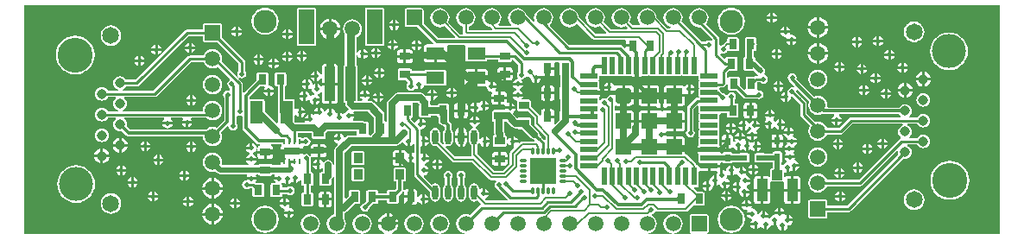
<source format=gtl>
G04 Layer_Physical_Order=1*
G04 Layer_Color=255*
%FSAX25Y25*%
%MOIN*%
G70*
G01*
G75*
%ADD10R,0.04134X0.08661*%
%ADD11R,0.03937X0.03937*%
%ADD12R,0.03543X0.03937*%
%ADD13R,0.05905X0.13386*%
%ADD14R,0.03937X0.13386*%
%ADD15R,0.05905X0.05905*%
G04:AMPARAMS|DCode=16|XSize=59.05mil|YSize=59.05mil|CornerRadius=5.91mil|HoleSize=0mil|Usage=FLASHONLY|Rotation=0.000|XOffset=0mil|YOffset=0mil|HoleType=Round|Shape=RoundedRectangle|*
%AMROUNDEDRECTD16*
21,1,0.05905,0.04724,0,0,0.0*
21,1,0.04724,0.05905,0,0,0.0*
1,1,0.01181,0.02362,-0.02362*
1,1,0.01181,-0.02362,-0.02362*
1,1,0.01181,-0.02362,0.02362*
1,1,0.01181,0.02362,0.02362*
%
%ADD16ROUNDEDRECTD16*%
%ADD17R,0.01968X0.06693*%
%ADD18R,0.06693X0.01968*%
%ADD19R,0.03150X0.03937*%
%ADD20R,0.00984X0.01968*%
%ADD21R,0.06496X0.02716*%
%ADD22R,0.09842X0.09842*%
%ADD23O,0.01181X0.02874*%
%ADD24O,0.02874X0.01181*%
%ADD25R,0.03937X0.03150*%
%ADD26O,0.02362X0.05709*%
%ADD27R,0.07087X0.04724*%
%ADD28R,0.03150X0.02362*%
%ADD29R,0.02362X0.03150*%
%ADD30R,0.05118X0.08661*%
%ADD31C,0.02500*%
%ADD32C,0.01000*%
%ADD33C,0.02000*%
%ADD34C,0.00800*%
%ADD35C,0.01200*%
%ADD36C,0.01500*%
%ADD37C,0.01968*%
%ADD38C,0.03000*%
%ADD39C,0.06496*%
%ADD40C,0.13110*%
%ADD41C,0.13504*%
%ADD42C,0.03819*%
%ADD43C,0.05905*%
%ADD44C,0.09000*%
%ADD45R,0.05905X0.05905*%
%ADD46C,0.01968*%
G36*
X0601286Y0372375D02*
X0488210D01*
X0488161Y0372875D01*
X0488226Y0372888D01*
X0488457Y0373043D01*
X0488612Y0373274D01*
X0488666Y0373547D01*
Y0379453D01*
X0488612Y0379726D01*
X0488457Y0379957D01*
X0488226Y0380112D01*
X0487953Y0380167D01*
X0482047D01*
X0481774Y0380112D01*
X0481543Y0379957D01*
X0481388Y0379726D01*
X0481333Y0379453D01*
Y0373547D01*
X0481388Y0373274D01*
X0481543Y0373043D01*
X0481774Y0372888D01*
X0481839Y0372875D01*
X0481790Y0372375D01*
X0475483D01*
X0475450Y0372875D01*
X0475954Y0372941D01*
X0476842Y0373309D01*
X0477605Y0373895D01*
X0478191Y0374658D01*
X0478559Y0375546D01*
X0478684Y0376500D01*
X0478559Y0377454D01*
X0478191Y0378342D01*
X0477605Y0379105D01*
X0476842Y0379691D01*
X0475954Y0380059D01*
X0475000Y0380184D01*
X0474046Y0380059D01*
X0473158Y0379691D01*
X0472395Y0379105D01*
X0471809Y0378342D01*
X0471441Y0377454D01*
X0471316Y0376500D01*
X0471441Y0375546D01*
X0471809Y0374658D01*
X0472395Y0373895D01*
X0473158Y0373309D01*
X0474046Y0372941D01*
X0474550Y0372875D01*
X0474517Y0372375D01*
X0465483D01*
X0465450Y0372875D01*
X0465954Y0372941D01*
X0466842Y0373309D01*
X0467605Y0373895D01*
X0468191Y0374658D01*
X0468559Y0375546D01*
X0468684Y0376500D01*
X0468559Y0377454D01*
X0468191Y0378342D01*
X0467605Y0379105D01*
X0466849Y0379686D01*
X0466845Y0379715D01*
X0466904Y0380206D01*
X0467193Y0380264D01*
X0467750Y0380636D01*
X0468017Y0381037D01*
X0468520Y0381216D01*
X0468638Y0381223D01*
X0468660Y0381208D01*
X0469089Y0381122D01*
X0469089Y0381122D01*
X0479955D01*
X0479955Y0381122D01*
X0480384Y0381208D01*
X0480748Y0381451D01*
X0482854Y0383557D01*
X0482915Y0383550D01*
X0483147Y0383396D01*
X0483420Y0383341D01*
X0486569D01*
X0486843Y0383396D01*
X0487074Y0383551D01*
X0487229Y0383782D01*
X0487283Y0384055D01*
Y0387992D01*
X0487229Y0388265D01*
X0487074Y0388497D01*
X0486843Y0388651D01*
X0486569Y0388706D01*
X0484337D01*
X0482900Y0390143D01*
X0483091Y0390605D01*
X0484173D01*
X0484446Y0390659D01*
X0484678Y0390814D01*
X0484833Y0391046D01*
X0484887Y0391319D01*
Y0396506D01*
X0485387Y0396830D01*
X0485559Y0396795D01*
X0488406D01*
Y0398799D01*
X0488905D01*
Y0399299D01*
X0493272D01*
Y0399783D01*
X0493266Y0399813D01*
X0493656Y0400313D01*
X0493795D01*
X0493874Y0400297D01*
X0494261D01*
X0494298Y0400112D01*
X0494435Y0399907D01*
X0494640Y0399770D01*
X0494882Y0399722D01*
X0497244D01*
X0497486Y0399770D01*
X0497691Y0399907D01*
X0497828Y0400112D01*
X0497865Y0400297D01*
X0500251D01*
X0500301Y0400222D01*
X0500506Y0400085D01*
X0500748Y0400037D01*
X0503898D01*
X0504140Y0400085D01*
X0504345Y0400222D01*
X0504482Y0400427D01*
X0504530Y0400669D01*
Y0403031D01*
X0504482Y0403273D01*
X0504345Y0403478D01*
X0504140Y0403616D01*
X0503898Y0403664D01*
X0500748D01*
X0500506Y0403616D01*
X0500436Y0403569D01*
X0497863D01*
X0497828Y0403746D01*
X0497691Y0403951D01*
X0497486Y0404088D01*
X0497244Y0404136D01*
X0494882D01*
X0494640Y0404088D01*
X0494435Y0403951D01*
X0494298Y0403746D01*
X0494263Y0403569D01*
X0493937D01*
X0493858Y0403584D01*
X0493648D01*
X0493263Y0404084D01*
X0493272Y0404126D01*
Y0404610D01*
X0488905D01*
X0484540D01*
Y0404126D01*
X0484617Y0403736D01*
X0484838Y0403405D01*
X0485037Y0403272D01*
X0484975Y0403179D01*
X0484927Y0402937D01*
Y0400969D01*
X0484975Y0400727D01*
X0485035Y0400636D01*
X0484838Y0400504D01*
X0484617Y0400174D01*
X0484540Y0399783D01*
Y0399312D01*
X0484039Y0399263D01*
X0484036Y0399280D01*
X0483793Y0399643D01*
X0483793Y0399643D01*
X0480417Y0403020D01*
X0480053Y0403263D01*
X0479624Y0403348D01*
X0479492Y0403816D01*
Y0405780D01*
X0475520D01*
Y0406280D01*
X0475020D01*
Y0410252D01*
X0472820D01*
X0472590Y0410484D01*
X0470433D01*
Y0411484D01*
X0472357D01*
X0472316Y0411690D01*
X0472442Y0411920D01*
X0472642Y0412150D01*
X0475020D01*
Y0416122D01*
Y0420094D01*
X0473057D01*
X0472866Y0420327D01*
X0468487D01*
X0468282Y0420094D01*
X0466177D01*
Y0416122D01*
X0465677D01*
Y0415622D01*
X0461705D01*
Y0413169D01*
X0461782Y0412779D01*
X0461795Y0412760D01*
X0461435Y0412399D01*
X0461050Y0412656D01*
X0460276Y0412811D01*
X0460244Y0412804D01*
X0459853Y0413131D01*
X0459807Y0413227D01*
Y0415622D01*
X0455835D01*
Y0416122D01*
X0455335D01*
Y0420094D01*
X0452882D01*
X0452657Y0420279D01*
Y0421679D01*
X0453157Y0422043D01*
X0453472Y0421981D01*
X0455335D01*
Y0425965D01*
Y0429949D01*
X0453472D01*
X0452852Y0429825D01*
X0452685Y0429714D01*
X0452145Y0429869D01*
X0451706Y0430525D01*
X0451050Y0430964D01*
X0450776Y0431018D01*
Y0429095D01*
Y0427171D01*
X0451050Y0427225D01*
X0451351Y0427426D01*
X0451851Y0427159D01*
Y0426320D01*
X0451351Y0425999D01*
X0450906Y0426087D01*
X0450248Y0425957D01*
X0449691Y0425584D01*
X0449364Y0425095D01*
X0449003Y0424735D01*
X0448346Y0424866D01*
X0447688Y0424735D01*
X0447131Y0424363D01*
X0447001Y0424168D01*
X0446501Y0424320D01*
Y0424961D01*
X0446447Y0425234D01*
X0446379Y0425335D01*
X0446508Y0425421D01*
X0446729Y0425752D01*
X0446807Y0426142D01*
Y0426626D01*
X0442441D01*
Y0427626D01*
X0446807D01*
Y0428110D01*
X0446729Y0428500D01*
X0446508Y0428831D01*
X0446361Y0428930D01*
X0446447Y0429058D01*
X0446501Y0429331D01*
Y0431299D01*
X0446447Y0431572D01*
X0446292Y0431804D01*
Y0431976D01*
X0446447Y0432207D01*
X0446501Y0432480D01*
Y0433430D01*
X0446541Y0433465D01*
X0447001Y0433651D01*
X0447089Y0433593D01*
X0447362Y0433538D01*
X0449331D01*
X0449604Y0433593D01*
X0449941Y0433710D01*
X0450278Y0433593D01*
X0450551Y0433538D01*
X0452520D01*
X0452793Y0433593D01*
X0453110Y0433714D01*
X0453428Y0433593D01*
X0453701Y0433538D01*
X0455669D01*
X0455942Y0433593D01*
X0456260Y0433714D01*
X0456577Y0433593D01*
X0456850Y0433538D01*
X0458819D01*
X0459092Y0433593D01*
X0459193Y0433660D01*
X0459279Y0433531D01*
X0459610Y0433310D01*
X0460000Y0433232D01*
X0460484D01*
Y0437598D01*
X0461484D01*
Y0433232D01*
X0461969D01*
X0462359Y0433310D01*
X0462689Y0433531D01*
X0462776Y0433660D01*
X0462877Y0433593D01*
X0463150Y0433538D01*
X0465118D01*
X0465391Y0433593D01*
X0465623Y0433747D01*
X0465795D01*
X0466026Y0433593D01*
X0466299Y0433538D01*
X0468268D01*
X0468541Y0433593D01*
X0468858Y0433714D01*
X0469176Y0433593D01*
X0469449Y0433538D01*
X0471417D01*
X0471690Y0433593D01*
X0472008Y0433714D01*
X0472325Y0433593D01*
X0472598Y0433538D01*
X0474567D01*
X0474840Y0433593D01*
X0475072Y0433747D01*
X0475243D01*
X0475475Y0433593D01*
X0475748Y0433538D01*
X0477716D01*
X0477990Y0433593D01*
X0478221Y0433747D01*
X0478354D01*
X0478585Y0433593D01*
X0478858Y0433538D01*
X0480827D01*
X0481100Y0433593D01*
X0481331Y0433747D01*
X0481543D01*
X0481774Y0433593D01*
X0482047Y0433538D01*
X0484016D01*
X0484289Y0433593D01*
X0484338Y0433625D01*
X0484837Y0433390D01*
Y0432480D01*
X0484892Y0432207D01*
X0485046Y0431976D01*
Y0431804D01*
X0484892Y0431572D01*
X0484837Y0431299D01*
Y0429331D01*
X0484892Y0429058D01*
X0485010Y0428721D01*
X0484892Y0428383D01*
X0484837Y0428110D01*
Y0426142D01*
X0484892Y0425869D01*
X0484994Y0425627D01*
X0484732Y0425220D01*
X0484469D01*
X0484000Y0425126D01*
X0483603Y0424861D01*
X0480828Y0422086D01*
X0480562Y0421689D01*
X0480469Y0421220D01*
Y0412618D01*
X0480106Y0412075D01*
X0479976Y0411417D01*
X0480106Y0410760D01*
X0480479Y0410203D01*
X0481036Y0409831D01*
X0481693Y0409700D01*
X0482350Y0409831D01*
X0482907Y0410203D01*
X0483279Y0410760D01*
X0483410Y0411417D01*
X0483279Y0412075D01*
X0482916Y0412618D01*
Y0420714D01*
X0484396Y0422193D01*
X0484857Y0421947D01*
X0484837Y0421850D01*
Y0419882D01*
X0484892Y0419609D01*
X0485010Y0419272D01*
X0484892Y0418934D01*
X0484837Y0418661D01*
Y0416693D01*
X0484892Y0416420D01*
X0485046Y0416188D01*
X0485054Y0416183D01*
Y0416036D01*
X0484900Y0415805D01*
X0484845Y0415531D01*
Y0413563D01*
X0484900Y0413290D01*
X0485054Y0413058D01*
Y0412887D01*
X0484900Y0412655D01*
X0484845Y0412382D01*
Y0410413D01*
X0484900Y0410140D01*
X0485054Y0409909D01*
Y0409737D01*
X0484900Y0409505D01*
X0484845Y0409232D01*
Y0407264D01*
X0484900Y0406991D01*
X0484962Y0406898D01*
X0484838Y0406815D01*
X0484617Y0406485D01*
X0484540Y0406095D01*
Y0405610D01*
X0488905D01*
X0493272D01*
Y0406095D01*
X0493194Y0406485D01*
X0492973Y0406815D01*
X0492849Y0406898D01*
X0492911Y0406991D01*
X0492966Y0407264D01*
Y0409232D01*
X0492911Y0409505D01*
X0492757Y0409737D01*
Y0409909D01*
X0492911Y0410140D01*
X0492966Y0410413D01*
Y0412382D01*
X0492911Y0412655D01*
X0492757Y0412886D01*
Y0413058D01*
X0492911Y0413290D01*
X0492966Y0413563D01*
Y0415531D01*
X0492911Y0415805D01*
X0492757Y0416036D01*
X0492749Y0416041D01*
Y0416188D01*
X0492904Y0416420D01*
X0492958Y0416693D01*
Y0418661D01*
X0493340Y0419113D01*
X0495731D01*
Y0418228D01*
X0495786Y0417955D01*
X0495940Y0417724D01*
X0496172Y0417569D01*
X0496445Y0417515D01*
X0499594D01*
X0499868Y0417569D01*
X0500099Y0417724D01*
X0500254Y0417955D01*
X0500308Y0418228D01*
Y0422165D01*
X0500254Y0422438D01*
X0500099Y0422670D01*
X0499868Y0422825D01*
X0499594Y0422879D01*
X0498783D01*
Y0424402D01*
X0499146Y0424945D01*
X0499276Y0425602D01*
X0499146Y0426260D01*
X0498773Y0426817D01*
X0498216Y0427189D01*
X0497559Y0427320D01*
X0496902Y0427189D01*
X0496345Y0426817D01*
X0495972Y0426260D01*
X0495448Y0426184D01*
X0495269Y0426450D01*
X0494712Y0426823D01*
X0494071Y0426950D01*
X0493070Y0427951D01*
X0493031Y0428011D01*
X0492958Y0428059D01*
Y0428110D01*
X0492904Y0428383D01*
X0492817Y0428630D01*
X0493074Y0429091D01*
X0494055D01*
X0494523Y0429185D01*
X0494920Y0429450D01*
X0495432Y0429962D01*
X0495646Y0430282D01*
X0495977Y0430259D01*
X0496146Y0430199D01*
Y0428583D01*
X0496201Y0428310D01*
X0496355Y0428078D01*
X0496587Y0427923D01*
X0496860Y0427869D01*
X0499387D01*
X0502136Y0425119D01*
X0502533Y0424854D01*
X0503002Y0424761D01*
X0507401D01*
X0507532Y0424673D01*
X0508189Y0424543D01*
X0508846Y0424673D01*
X0509403Y0425046D01*
X0509775Y0425603D01*
X0509906Y0426260D01*
X0509775Y0426917D01*
X0509403Y0427474D01*
X0508846Y0427846D01*
X0508189Y0427977D01*
X0507882Y0427916D01*
X0507682Y0428148D01*
X0507554Y0428361D01*
X0507598Y0428583D01*
Y0431021D01*
X0508721D01*
X0509264Y0430658D01*
X0509921Y0430527D01*
X0510578Y0430658D01*
X0511135Y0431030D01*
X0511508Y0431587D01*
X0511638Y0432244D01*
X0511508Y0432901D01*
X0511135Y0433458D01*
X0510578Y0433831D01*
X0510424Y0433861D01*
X0510212Y0434413D01*
X0510420Y0434726D01*
X0510552Y0435389D01*
X0510420Y0436052D01*
X0510044Y0436615D01*
X0507205Y0439454D01*
X0506767Y0439747D01*
Y0440197D01*
X0506713Y0440470D01*
X0506558Y0440701D01*
X0506327Y0440856D01*
X0506212Y0440879D01*
Y0443026D01*
X0506565D01*
X0506839Y0443081D01*
X0507070Y0443235D01*
X0507225Y0443467D01*
X0507279Y0443740D01*
Y0445412D01*
X0507354Y0445787D01*
X0507279Y0446163D01*
Y0447677D01*
X0507225Y0447950D01*
X0507070Y0448182D01*
X0506839Y0448337D01*
X0506565Y0448391D01*
X0503416D01*
X0503143Y0448337D01*
X0502911Y0448182D01*
X0502756Y0447950D01*
X0502702Y0447677D01*
Y0443740D01*
X0502745Y0443522D01*
Y0440879D01*
X0502631Y0440856D01*
X0502399Y0440701D01*
X0502245Y0440470D01*
X0502190Y0440197D01*
Y0436260D01*
X0502245Y0435987D01*
X0502399Y0435755D01*
X0502631Y0435601D01*
X0502904Y0435546D01*
X0506053D01*
X0506184Y0435572D01*
X0507593Y0434163D01*
X0507886Y0433968D01*
X0507735Y0433468D01*
X0507003D01*
X0506534Y0433375D01*
X0506323Y0433233D01*
X0503735D01*
X0503462Y0433179D01*
X0503230Y0433024D01*
X0503076Y0432793D01*
X0503021Y0432520D01*
Y0428583D01*
X0502587Y0428243D01*
X0502491Y0428225D01*
X0500723Y0429993D01*
Y0432520D01*
X0500669Y0432793D01*
X0500514Y0433024D01*
X0500283Y0433179D01*
X0500009Y0433233D01*
X0496860D01*
X0496587Y0433179D01*
X0496355Y0433024D01*
X0496290Y0432928D01*
X0495790Y0433079D01*
Y0434685D01*
X0496652Y0435546D01*
X0499179D01*
X0499452Y0435601D01*
X0499683Y0435755D01*
X0499838Y0435987D01*
X0499892Y0436260D01*
Y0440197D01*
X0499838Y0440470D01*
X0499683Y0440701D01*
X0499452Y0440856D01*
X0499179Y0440911D01*
X0496029D01*
X0495756Y0440856D01*
X0495524Y0440701D01*
X0495369Y0440470D01*
X0495354Y0440391D01*
X0494845Y0440192D01*
X0493245Y0441793D01*
X0493261Y0441906D01*
X0493383Y0442003D01*
X0493811Y0442205D01*
X0494331Y0442102D01*
X0494988Y0442232D01*
X0495545Y0442605D01*
X0495731Y0442883D01*
X0495963Y0443151D01*
X0496268Y0443081D01*
X0496541Y0443026D01*
X0499690D01*
X0499964Y0443081D01*
X0500195Y0443235D01*
X0500350Y0443467D01*
X0500404Y0443740D01*
Y0447677D01*
X0500350Y0447950D01*
X0500195Y0448182D01*
X0499964Y0448337D01*
X0499690Y0448391D01*
X0496541D01*
X0496268Y0448337D01*
X0496036Y0448182D01*
X0495881Y0447950D01*
X0495827Y0447677D01*
Y0446838D01*
X0495555Y0446784D01*
X0495191Y0446541D01*
X0495191Y0446541D01*
X0494150Y0445500D01*
X0493674Y0445405D01*
X0493377Y0445207D01*
X0492877Y0445475D01*
Y0447953D01*
X0492784Y0448421D01*
X0492519Y0448818D01*
X0487751Y0453585D01*
X0488191Y0454158D01*
X0488559Y0455046D01*
X0488684Y0456000D01*
X0488559Y0456954D01*
X0488191Y0457842D01*
X0487605Y0458605D01*
X0486842Y0459191D01*
X0485954Y0459559D01*
X0485000Y0459684D01*
X0484046Y0459559D01*
X0483158Y0459191D01*
X0482395Y0458605D01*
X0481809Y0457842D01*
X0481441Y0456954D01*
X0481316Y0456000D01*
X0481441Y0455046D01*
X0481809Y0454158D01*
X0482395Y0453395D01*
X0483158Y0452809D01*
X0484046Y0452441D01*
X0485000Y0452316D01*
X0485495Y0452381D01*
X0490311Y0447565D01*
X0490267Y0447227D01*
X0489766Y0447010D01*
X0489515Y0447177D01*
X0488858Y0447308D01*
X0488201Y0447177D01*
X0487644Y0446805D01*
X0487582Y0446712D01*
X0486018D01*
X0478302Y0454428D01*
X0478559Y0455046D01*
X0478684Y0456000D01*
X0478559Y0456954D01*
X0478191Y0457842D01*
X0477605Y0458605D01*
X0476842Y0459191D01*
X0475954Y0459559D01*
X0475000Y0459684D01*
X0474046Y0459559D01*
X0473158Y0459191D01*
X0472395Y0458605D01*
X0471809Y0457842D01*
X0471441Y0456954D01*
X0471316Y0456000D01*
X0471441Y0455046D01*
X0471809Y0454158D01*
X0472395Y0453395D01*
X0473158Y0452809D01*
X0474046Y0452441D01*
X0473976Y0451948D01*
X0472984D01*
X0468647Y0456286D01*
X0468559Y0456954D01*
X0468191Y0457842D01*
X0467605Y0458605D01*
X0466842Y0459191D01*
X0465954Y0459559D01*
X0465000Y0459684D01*
X0464046Y0459559D01*
X0463158Y0459191D01*
X0462395Y0458605D01*
X0461809Y0457842D01*
X0461441Y0456954D01*
X0461316Y0456000D01*
X0461441Y0455046D01*
X0461809Y0454158D01*
X0462261Y0453569D01*
X0462036Y0453069D01*
X0459517D01*
X0458260Y0454326D01*
X0458559Y0455046D01*
X0458684Y0456000D01*
X0458559Y0456954D01*
X0458191Y0457842D01*
X0457605Y0458605D01*
X0456842Y0459191D01*
X0455954Y0459559D01*
X0455000Y0459684D01*
X0454046Y0459559D01*
X0453158Y0459191D01*
X0452395Y0458605D01*
X0451809Y0457842D01*
X0451441Y0456954D01*
X0451316Y0456000D01*
X0451441Y0455046D01*
X0451809Y0454158D01*
X0452395Y0453395D01*
X0453158Y0452809D01*
X0454046Y0452441D01*
X0455000Y0452316D01*
X0455954Y0452441D01*
X0456674Y0452740D01*
X0457383Y0452031D01*
X0457192Y0451569D01*
X0451017D01*
X0448260Y0454326D01*
X0448559Y0455046D01*
X0448684Y0456000D01*
X0448559Y0456954D01*
X0448191Y0457842D01*
X0447605Y0458605D01*
X0446842Y0459191D01*
X0445954Y0459559D01*
X0445000Y0459684D01*
X0444046Y0459559D01*
X0443158Y0459191D01*
X0442395Y0458605D01*
X0441809Y0457842D01*
X0441441Y0456954D01*
X0441316Y0456000D01*
X0441441Y0455046D01*
X0441809Y0454158D01*
X0442395Y0453395D01*
X0443158Y0452809D01*
X0444046Y0452441D01*
X0445000Y0452316D01*
X0445954Y0452441D01*
X0446674Y0452740D01*
X0449248Y0450166D01*
X0449056Y0449704D01*
X0445228D01*
X0438647Y0456286D01*
X0438559Y0456954D01*
X0438191Y0457842D01*
X0437605Y0458605D01*
X0436842Y0459191D01*
X0435954Y0459559D01*
X0435000Y0459684D01*
X0434046Y0459559D01*
X0433158Y0459191D01*
X0432395Y0458605D01*
X0431809Y0457842D01*
X0431441Y0456954D01*
X0431316Y0456000D01*
X0431441Y0455046D01*
X0431809Y0454158D01*
X0432395Y0453395D01*
X0433158Y0452809D01*
X0434046Y0452441D01*
X0435000Y0452316D01*
X0435954Y0452441D01*
X0436842Y0452809D01*
X0437605Y0453395D01*
X0437705Y0453524D01*
X0438203Y0453557D01*
X0443971Y0447790D01*
X0443971Y0447790D01*
X0444335Y0447546D01*
X0444764Y0447461D01*
X0456568D01*
X0456746Y0447244D01*
Y0445776D01*
X0459340D01*
Y0444776D01*
X0456746D01*
Y0444417D01*
X0456284Y0444226D01*
X0455386Y0445124D01*
X0454989Y0445389D01*
X0454521Y0445483D01*
X0434988D01*
X0427573Y0452898D01*
X0427605Y0453395D01*
X0428191Y0454158D01*
X0428559Y0455046D01*
X0428684Y0456000D01*
X0428559Y0456954D01*
X0428191Y0457842D01*
X0427605Y0458605D01*
X0426842Y0459191D01*
X0425954Y0459559D01*
X0425000Y0459684D01*
X0424046Y0459559D01*
X0423158Y0459191D01*
X0422395Y0458605D01*
X0421809Y0457842D01*
X0421441Y0456954D01*
X0421316Y0456000D01*
X0421441Y0455046D01*
X0421605Y0454651D01*
X0421181Y0454368D01*
X0418684Y0456865D01*
X0418559Y0456948D01*
X0418559Y0456954D01*
X0418191Y0457842D01*
X0417605Y0458605D01*
X0416842Y0459191D01*
X0415954Y0459559D01*
X0415000Y0459684D01*
X0414046Y0459559D01*
X0413158Y0459191D01*
X0412395Y0458605D01*
X0411809Y0457842D01*
X0411441Y0456954D01*
X0411316Y0456000D01*
X0411441Y0455046D01*
X0411809Y0454158D01*
X0412395Y0453395D01*
X0412483Y0453327D01*
X0412322Y0452854D01*
X0407722D01*
X0407552Y0453354D01*
X0407605Y0453395D01*
X0408191Y0454158D01*
X0408559Y0455046D01*
X0408684Y0456000D01*
X0408559Y0456954D01*
X0408191Y0457842D01*
X0407605Y0458605D01*
X0406842Y0459191D01*
X0405954Y0459559D01*
X0405000Y0459684D01*
X0404046Y0459559D01*
X0403158Y0459191D01*
X0402395Y0458605D01*
X0401809Y0457842D01*
X0401441Y0456954D01*
X0401316Y0456000D01*
X0401441Y0455046D01*
X0401809Y0454158D01*
X0402395Y0453395D01*
X0403158Y0452809D01*
X0404046Y0452441D01*
X0404360Y0452400D01*
X0405166Y0451594D01*
X0404975Y0451133D01*
X0396122D01*
Y0452511D01*
X0396842Y0452809D01*
X0397605Y0453395D01*
X0398191Y0454158D01*
X0398559Y0455046D01*
X0398684Y0456000D01*
X0398559Y0456954D01*
X0398191Y0457842D01*
X0397605Y0458605D01*
X0396842Y0459191D01*
X0395954Y0459559D01*
X0395000Y0459684D01*
X0394046Y0459559D01*
X0393158Y0459191D01*
X0392395Y0458605D01*
X0391809Y0457842D01*
X0391441Y0456954D01*
X0391316Y0456000D01*
X0391441Y0455046D01*
X0391809Y0454158D01*
X0392395Y0453395D01*
X0393158Y0452809D01*
X0393879Y0452511D01*
Y0450523D01*
X0393878Y0450523D01*
X0393956Y0450133D01*
X0393951Y0450074D01*
X0393671Y0449633D01*
X0392953D01*
X0388260Y0454326D01*
X0388559Y0455046D01*
X0388684Y0456000D01*
X0388559Y0456954D01*
X0388191Y0457842D01*
X0387605Y0458605D01*
X0386842Y0459191D01*
X0385954Y0459559D01*
X0385000Y0459684D01*
X0384046Y0459559D01*
X0383158Y0459191D01*
X0382395Y0458605D01*
X0381809Y0457842D01*
X0381441Y0456954D01*
X0381316Y0456000D01*
X0381441Y0455046D01*
X0381809Y0454158D01*
X0382395Y0453395D01*
X0383158Y0452809D01*
X0384046Y0452441D01*
X0385000Y0452316D01*
X0385954Y0452441D01*
X0386674Y0452740D01*
X0390815Y0448598D01*
X0390624Y0448137D01*
X0384250D01*
X0378666Y0453720D01*
Y0458953D01*
X0378612Y0459226D01*
X0378457Y0459457D01*
X0378226Y0459612D01*
X0377953Y0459666D01*
X0372047D01*
X0371774Y0459612D01*
X0371543Y0459457D01*
X0371388Y0459226D01*
X0371334Y0458953D01*
Y0453047D01*
X0371388Y0452774D01*
X0371543Y0452543D01*
X0371774Y0452388D01*
X0372047Y0452333D01*
X0376304D01*
X0382463Y0446175D01*
X0382256Y0445675D01*
X0379726D01*
X0379336Y0445597D01*
X0379005Y0445376D01*
X0378784Y0445045D01*
X0378706Y0444655D01*
Y0442793D01*
X0383269D01*
X0387832D01*
Y0444655D01*
X0387766Y0444985D01*
X0387804Y0445115D01*
X0388062Y0445485D01*
X0394625D01*
X0394853Y0444985D01*
X0394815Y0444928D01*
X0394760Y0444655D01*
Y0439931D01*
X0394815Y0439658D01*
X0394969Y0439426D01*
X0395201Y0439271D01*
X0395474Y0439217D01*
X0402561D01*
X0402834Y0439271D01*
X0403065Y0439426D01*
X0403220Y0439658D01*
X0403274Y0439930D01*
X0407397D01*
Y0439579D01*
X0407451Y0439306D01*
X0407606Y0439074D01*
X0407837Y0438919D01*
X0408110Y0438865D01*
X0412047D01*
X0412320Y0438919D01*
X0412552Y0439074D01*
X0412707Y0439306D01*
X0412761Y0439579D01*
Y0439740D01*
X0413261Y0439851D01*
X0415273Y0437840D01*
Y0435138D01*
X0414910Y0434594D01*
X0414779Y0433937D01*
X0414910Y0433280D01*
X0415188Y0432862D01*
X0415171Y0432740D01*
X0415027Y0432411D01*
X0414976Y0432349D01*
X0414344Y0432223D01*
X0413688Y0431785D01*
X0413249Y0431129D01*
X0413194Y0430854D01*
X0417042D01*
X0416987Y0431129D01*
X0416585Y0431731D01*
X0416633Y0432011D01*
X0416729Y0432266D01*
X0417153Y0432350D01*
X0417710Y0432723D01*
X0418046Y0433225D01*
X0418133Y0433295D01*
X0418624Y0433440D01*
X0418911Y0433249D01*
X0419571Y0433118D01*
X0419775Y0432990D01*
X0420059Y0432660D01*
X0420178Y0432060D01*
X0420617Y0431404D01*
X0421273Y0430966D01*
X0421547Y0430911D01*
Y0432835D01*
X0422047D01*
Y0433335D01*
X0424196D01*
X0424447Y0433502D01*
X0424559Y0433428D01*
X0424949Y0433351D01*
X0426024D01*
Y0436339D01*
X0426524D01*
Y0436838D01*
X0429118D01*
Y0438307D01*
X0429539Y0438752D01*
X0430723D01*
X0431110Y0438307D01*
Y0434370D01*
X0431165Y0434097D01*
X0431319Y0433865D01*
X0431551Y0433711D01*
X0431607Y0433699D01*
Y0429555D01*
X0431437Y0429442D01*
X0431283Y0429210D01*
X0431228Y0428937D01*
Y0425000D01*
X0431283Y0424727D01*
X0431437Y0424495D01*
X0431488Y0424461D01*
Y0420251D01*
X0431397Y0420190D01*
X0431242Y0419958D01*
X0431188Y0419685D01*
Y0416637D01*
X0429339Y0414789D01*
X0428951Y0415107D01*
X0429118Y0415358D01*
X0429196Y0415748D01*
Y0417216D01*
X0426601D01*
Y0417717D01*
X0426101D01*
Y0420705D01*
X0425027D01*
X0424636Y0420627D01*
X0424306Y0420406D01*
X0424085Y0420075D01*
X0424007Y0419685D01*
Y0418400D01*
X0423517Y0418303D01*
X0423273Y0418667D01*
X0423273Y0418667D01*
X0420202Y0421739D01*
Y0423656D01*
X0420148Y0423929D01*
X0419993Y0424161D01*
X0419761Y0424316D01*
X0419488Y0424370D01*
X0416889D01*
X0416642Y0424870D01*
X0416948Y0425328D01*
X0417002Y0425602D01*
X0413155D01*
X0413210Y0425328D01*
X0413648Y0424672D01*
X0414304Y0424233D01*
X0414512Y0424192D01*
X0414838Y0423656D01*
Y0420506D01*
X0414892Y0420233D01*
X0415047Y0420002D01*
X0415278Y0419847D01*
X0415551Y0419793D01*
X0418975D01*
X0421359Y0417410D01*
Y0415039D01*
X0421359Y0415039D01*
X0421444Y0414610D01*
X0421687Y0414246D01*
X0425768Y0410165D01*
Y0408996D01*
X0425306Y0408805D01*
X0424205Y0409906D01*
X0424149Y0409944D01*
X0423402Y0410690D01*
X0423445Y0410906D01*
X0423293Y0411666D01*
X0422863Y0412311D01*
X0420202Y0414972D01*
Y0416781D01*
X0420148Y0417054D01*
X0419993Y0417286D01*
X0419761Y0417441D01*
X0419488Y0417495D01*
X0415551D01*
X0415278Y0417441D01*
X0415047Y0417286D01*
X0414945Y0417276D01*
X0413282Y0418939D01*
X0413345Y0419583D01*
X0413596Y0419750D01*
X0414035Y0420407D01*
X0414089Y0420681D01*
X0410138D01*
X0410003Y0420505D01*
X0409798Y0420347D01*
X0405945D01*
X0405672Y0420292D01*
X0405440Y0420138D01*
X0405286Y0419906D01*
X0405231Y0419633D01*
Y0416483D01*
X0405286Y0416210D01*
X0405440Y0415979D01*
X0405672Y0415824D01*
X0405925Y0415773D01*
Y0411457D01*
X0406072Y0410719D01*
X0405829Y0410671D01*
X0405598Y0410517D01*
X0405443Y0410285D01*
X0405389Y0410012D01*
Y0406862D01*
X0405443Y0406589D01*
X0405598Y0406357D01*
X0405829Y0406203D01*
X0406102Y0406148D01*
X0410039D01*
X0410313Y0406203D01*
X0410544Y0406357D01*
X0410699Y0406589D01*
X0410753Y0406862D01*
Y0407543D01*
X0411253Y0407592D01*
X0411280Y0407454D01*
X0411719Y0406798D01*
X0412375Y0406359D01*
X0412650Y0406305D01*
Y0408228D01*
Y0410152D01*
X0412375Y0410098D01*
X0411719Y0409659D01*
X0411280Y0409003D01*
X0411253Y0408865D01*
X0410753Y0408914D01*
Y0410012D01*
X0410699Y0410285D01*
X0410544Y0410517D01*
X0410313Y0410671D01*
X0410059Y0410722D01*
Y0411299D01*
X0409908Y0412060D01*
X0409902Y0412069D01*
Y0415773D01*
X0410155Y0415824D01*
X0410387Y0415979D01*
X0410840Y0415758D01*
X0412797Y0413800D01*
X0413442Y0413369D01*
X0414203Y0413218D01*
X0414986D01*
X0415047Y0413127D01*
X0415278Y0412972D01*
X0415551Y0412918D01*
X0416633D01*
X0420051Y0409500D01*
X0420696Y0409069D01*
X0421365Y0408935D01*
X0421488Y0408787D01*
X0421332Y0408383D01*
X0421232Y0408287D01*
X0416698D01*
X0416698Y0408287D01*
X0416268Y0408202D01*
X0415905Y0407958D01*
X0415905Y0407958D01*
X0415560Y0407614D01*
X0415347Y0407728D01*
X0413650D01*
Y0406031D01*
X0413764Y0405818D01*
X0412313Y0404367D01*
X0412070Y0404003D01*
X0411985Y0403574D01*
X0411985Y0403574D01*
Y0399551D01*
X0409426Y0396992D01*
X0405968D01*
X0399330Y0403629D01*
Y0406755D01*
X0399565Y0406912D01*
X0399964Y0407510D01*
X0400070Y0407524D01*
X0400480Y0407481D01*
X0400493Y0407415D01*
X0400932Y0406758D01*
X0401588Y0406320D01*
X0401862Y0406265D01*
Y0408189D01*
Y0410113D01*
X0401588Y0410058D01*
X0400932Y0409620D01*
X0400627Y0409163D01*
X0400127Y0409315D01*
Y0411614D01*
X0399981Y0412348D01*
X0399565Y0412970D01*
X0398943Y0413386D01*
X0398718Y0413431D01*
Y0413941D01*
X0399199Y0414036D01*
X0399856Y0414475D01*
X0400294Y0415131D01*
X0400349Y0415406D01*
X0396501D01*
X0396556Y0415131D01*
X0396995Y0414475D01*
X0397651Y0414036D01*
X0397916Y0413984D01*
Y0413474D01*
X0397475Y0413386D01*
X0396852Y0412970D01*
X0396437Y0412348D01*
X0396291Y0411614D01*
Y0408268D01*
X0396437Y0407534D01*
X0396852Y0406912D01*
X0397087Y0406755D01*
Y0403165D01*
X0397087Y0403165D01*
X0397143Y0402881D01*
X0396853Y0402381D01*
X0390898D01*
X0387199Y0406079D01*
X0387456Y0406467D01*
X0387494Y0406492D01*
X0388209Y0406350D01*
X0388943Y0406496D01*
X0389565Y0406912D01*
X0389981Y0407534D01*
X0390127Y0408268D01*
Y0411614D01*
X0389981Y0412348D01*
X0389565Y0412970D01*
X0389534Y0412991D01*
Y0414547D01*
X0389433Y0415055D01*
X0389146Y0415485D01*
X0388426Y0416204D01*
X0388445Y0416299D01*
Y0417742D01*
X0388482Y0417798D01*
X0388537Y0418071D01*
Y0422008D01*
X0388482Y0422281D01*
X0388328Y0422512D01*
X0388096Y0422667D01*
X0387823Y0422722D01*
X0384673D01*
X0384400Y0422667D01*
X0384169Y0422512D01*
X0384014Y0422281D01*
X0383979Y0422106D01*
X0381527D01*
X0381477Y0422360D01*
X0381322Y0422591D01*
X0381231Y0422652D01*
Y0423316D01*
X0381111Y0423920D01*
X0381124Y0423949D01*
X0381428Y0424271D01*
X0381503Y0424313D01*
X0381587Y0424297D01*
Y0425721D01*
X0379660D01*
X0379654Y0425717D01*
X0378847Y0426524D01*
X0378202Y0426955D01*
X0377441Y0427106D01*
X0368819D01*
X0368058Y0426955D01*
X0367413Y0426524D01*
X0365090Y0424201D01*
X0364659Y0423556D01*
X0364508Y0422795D01*
Y0416120D01*
X0364083Y0415862D01*
X0363632Y0416045D01*
Y0418277D01*
X0363481Y0419038D01*
X0363050Y0419683D01*
X0359437Y0423296D01*
X0358792Y0423727D01*
X0358032Y0423878D01*
X0357206D01*
X0357054Y0424378D01*
X0357494Y0424672D01*
X0357932Y0425328D01*
X0357987Y0425602D01*
X0354139D01*
X0354194Y0425328D01*
X0354632Y0424672D01*
X0355072Y0424378D01*
X0354921Y0423878D01*
X0353163D01*
Y0437131D01*
X0353109Y0437404D01*
X0352954Y0437636D01*
X0352724Y0437790D01*
Y0441546D01*
X0353224Y0441595D01*
X0353288Y0441273D01*
X0353727Y0440617D01*
X0354383Y0440178D01*
X0354658Y0440124D01*
Y0442047D01*
Y0443971D01*
X0354383Y0443916D01*
X0353727Y0443478D01*
X0353288Y0442822D01*
X0353224Y0442499D01*
X0352724Y0442549D01*
Y0448346D01*
X0353102Y0448502D01*
X0353865Y0449088D01*
X0354450Y0449851D01*
X0354819Y0450739D01*
X0354944Y0451693D01*
X0354819Y0452646D01*
X0354450Y0453535D01*
X0353865Y0454298D01*
X0353102Y0454884D01*
X0352213Y0455252D01*
X0351260Y0455377D01*
X0350306Y0455252D01*
X0349418Y0454884D01*
X0348655Y0454298D01*
X0348069Y0453535D01*
X0347701Y0452646D01*
X0347576Y0451693D01*
X0347701Y0450739D01*
X0348069Y0449851D01*
X0348238Y0449631D01*
Y0437790D01*
X0348008Y0437636D01*
X0347853Y0437404D01*
X0347799Y0437131D01*
Y0423745D01*
X0347853Y0423472D01*
X0348008Y0423241D01*
X0348240Y0423086D01*
X0348493Y0423036D01*
Y0422865D01*
X0348644Y0422104D01*
X0349075Y0421459D01*
X0349804Y0420730D01*
X0349640Y0420188D01*
X0349186Y0420097D01*
X0348530Y0419659D01*
X0348115Y0419038D01*
X0347601Y0418907D01*
X0347572Y0418950D01*
X0346916Y0419389D01*
X0346642Y0419443D01*
Y0417520D01*
X0345642D01*
Y0419443D01*
X0345368Y0419389D01*
X0345114Y0419220D01*
X0344559Y0419450D01*
X0344507Y0419711D01*
X0344068Y0420368D01*
X0343412Y0420806D01*
X0343138Y0420861D01*
Y0418937D01*
X0342138D01*
Y0420861D01*
X0341864Y0420806D01*
X0341207Y0420368D01*
X0340832Y0419806D01*
X0340441Y0419817D01*
X0340312Y0419859D01*
X0340255Y0420144D01*
X0339816Y0420801D01*
X0339160Y0421239D01*
X0338886Y0421294D01*
Y0419370D01*
X0338386D01*
Y0418870D01*
X0336462D01*
X0336503Y0418663D01*
X0336353Y0418493D01*
X0336098Y0418332D01*
X0335577Y0418680D01*
X0335303Y0418735D01*
Y0416811D01*
X0334803D01*
Y0416311D01*
X0332879D01*
X0332934Y0416037D01*
X0332977Y0415973D01*
X0332741Y0415531D01*
X0329288D01*
X0328981Y0415838D01*
Y0418230D01*
X0329481Y0418382D01*
X0329672Y0418097D01*
X0330328Y0417658D01*
X0330602Y0417604D01*
Y0419528D01*
Y0421451D01*
X0330328Y0421397D01*
X0329672Y0420958D01*
X0329481Y0420673D01*
X0328981Y0420825D01*
Y0423898D01*
X0328927Y0424171D01*
X0328772Y0424402D01*
X0328541Y0424557D01*
X0328268Y0424611D01*
X0325292D01*
Y0429596D01*
X0325495Y0429732D01*
X0325650Y0429963D01*
X0325704Y0430236D01*
Y0434173D01*
X0325650Y0434446D01*
X0325495Y0434678D01*
X0325264Y0434833D01*
X0324991Y0434887D01*
X0324074D01*
X0323967Y0434908D01*
X0323860Y0434887D01*
X0321841D01*
X0321568Y0434833D01*
X0321336Y0434678D01*
X0321182Y0434446D01*
X0321127Y0434173D01*
Y0430236D01*
X0321182Y0429963D01*
X0321336Y0429732D01*
X0321568Y0429577D01*
X0321841Y0429523D01*
X0322641D01*
Y0424397D01*
X0322490Y0424171D01*
X0322436Y0423898D01*
Y0415414D01*
X0321962Y0415188D01*
X0321955Y0415187D01*
X0317328Y0419815D01*
Y0423898D01*
X0317273Y0424171D01*
X0317119Y0424402D01*
X0316887Y0424557D01*
X0316614Y0424611D01*
X0311496D01*
X0311404Y0424687D01*
Y0425278D01*
X0315649Y0429523D01*
X0317197D01*
X0317384Y0429023D01*
X0317028Y0428491D01*
X0316974Y0428217D01*
X0320821D01*
X0320767Y0428491D01*
X0320328Y0429147D01*
X0319672Y0429586D01*
X0319188Y0429682D01*
X0319126Y0429725D01*
X0318834Y0430175D01*
X0318827Y0430225D01*
X0318829Y0430236D01*
Y0434173D01*
X0318775Y0434446D01*
X0318620Y0434678D01*
X0318389Y0434833D01*
X0318115Y0434887D01*
X0316924D01*
X0316619Y0434947D01*
X0316315Y0434887D01*
X0314966D01*
X0314693Y0434833D01*
X0314461Y0434678D01*
X0314307Y0434446D01*
X0314252Y0434173D01*
Y0431875D01*
X0309401Y0427023D01*
X0308901Y0427230D01*
Y0430370D01*
X0308807Y0430838D01*
X0308542Y0431235D01*
X0307239Y0432539D01*
X0307557Y0432927D01*
X0307886Y0432707D01*
X0308543Y0432577D01*
X0309201Y0432707D01*
X0309758Y0433080D01*
X0310130Y0433637D01*
X0310261Y0434294D01*
X0310130Y0434951D01*
X0309767Y0435494D01*
Y0438819D01*
X0309674Y0439287D01*
X0309408Y0439684D01*
X0300871Y0448221D01*
Y0453110D01*
X0300817Y0453383D01*
X0300662Y0453615D01*
X0300431Y0453770D01*
X0300157Y0453824D01*
X0294252D01*
X0293979Y0453770D01*
X0293747Y0453615D01*
X0293593Y0453383D01*
X0293538Y0453110D01*
Y0451381D01*
X0287362D01*
X0286894Y0451288D01*
X0286497Y0451023D01*
X0267485Y0432011D01*
X0263853D01*
X0263815Y0432103D01*
X0263397Y0432649D01*
X0262851Y0433067D01*
X0262217Y0433330D01*
X0261535Y0433419D01*
X0260854Y0433330D01*
X0260220Y0433067D01*
X0259674Y0432649D01*
X0259256Y0432103D01*
X0258993Y0431469D01*
X0258904Y0430787D01*
X0258993Y0430106D01*
X0259256Y0429471D01*
X0259674Y0428926D01*
X0260220Y0428508D01*
X0260726Y0428298D01*
X0260626Y0427798D01*
X0256806D01*
X0256768Y0427891D01*
X0256349Y0428436D01*
X0255804Y0428854D01*
X0255169Y0429117D01*
X0254488Y0429207D01*
X0253807Y0429117D01*
X0253172Y0428854D01*
X0252627Y0428436D01*
X0252209Y0427891D01*
X0251946Y0427256D01*
X0251856Y0426575D01*
X0251946Y0425894D01*
X0252209Y0425259D01*
X0252627Y0424714D01*
X0253172Y0424295D01*
X0253807Y0424032D01*
X0254488Y0423943D01*
X0255169Y0424032D01*
X0255804Y0424295D01*
X0256349Y0424714D01*
X0256768Y0425259D01*
X0256806Y0425351D01*
X0259759D01*
X0259928Y0424851D01*
X0259674Y0424656D01*
X0259256Y0424111D01*
X0258993Y0423477D01*
X0258904Y0422795D01*
X0258993Y0422114D01*
X0259256Y0421479D01*
X0259674Y0420934D01*
X0260219Y0420516D01*
X0260726Y0420306D01*
X0260626Y0419806D01*
X0256806D01*
X0256768Y0419899D01*
X0256349Y0420444D01*
X0255804Y0420862D01*
X0255169Y0421125D01*
X0254488Y0421215D01*
X0253807Y0421125D01*
X0253172Y0420862D01*
X0252627Y0420444D01*
X0252209Y0419899D01*
X0251946Y0419264D01*
X0251856Y0418583D01*
X0251946Y0417902D01*
X0252209Y0417267D01*
X0252627Y0416722D01*
X0253172Y0416303D01*
X0253807Y0416040D01*
X0254488Y0415951D01*
X0255169Y0416040D01*
X0255804Y0416303D01*
X0256349Y0416722D01*
X0256768Y0417267D01*
X0256806Y0417359D01*
X0259759D01*
X0259928Y0416859D01*
X0259674Y0416664D01*
X0259256Y0416119D01*
X0258993Y0415484D01*
X0258904Y0414803D01*
X0258993Y0414122D01*
X0259256Y0413487D01*
X0259674Y0412942D01*
X0260219Y0412524D01*
X0260854Y0412261D01*
X0261535Y0412171D01*
X0262205Y0412259D01*
X0263905Y0410559D01*
X0264335Y0410272D01*
X0264843Y0410171D01*
X0293509D01*
X0293520Y0410157D01*
X0293646Y0409204D01*
X0294014Y0408315D01*
X0294600Y0407552D01*
X0295363Y0406967D01*
X0296251Y0406599D01*
X0297205Y0406473D01*
X0298158Y0406599D01*
X0299047Y0406967D01*
X0299810Y0407552D01*
X0300395Y0408315D01*
X0300764Y0409204D01*
X0300889Y0410157D01*
X0300764Y0411111D01*
X0300549Y0411628D01*
X0302918Y0413997D01*
X0303461Y0413832D01*
X0303532Y0413477D01*
X0303904Y0412920D01*
X0304461Y0412547D01*
X0305118Y0412417D01*
X0305775Y0412547D01*
X0306332Y0412920D01*
X0306705Y0413477D01*
X0306835Y0414134D01*
X0306705Y0414791D01*
X0306439Y0415188D01*
Y0417964D01*
X0306939Y0418231D01*
X0307020Y0418177D01*
X0307677Y0418047D01*
X0308253Y0418161D01*
X0308753Y0417916D01*
Y0413465D01*
X0308854Y0412957D01*
X0309141Y0412527D01*
X0314063Y0407606D01*
X0314493Y0407319D01*
X0315000Y0407218D01*
X0315469D01*
X0315518Y0406718D01*
X0315240Y0406662D01*
X0314909Y0406441D01*
X0314688Y0406111D01*
X0314610Y0405721D01*
X0314130Y0405767D01*
X0313995Y0406444D01*
X0313557Y0407100D01*
X0312900Y0407538D01*
X0312626Y0407593D01*
Y0405669D01*
X0312126D01*
Y0405169D01*
X0310202D01*
X0310257Y0404895D01*
X0310695Y0404239D01*
X0311352Y0403800D01*
X0311560Y0403759D01*
Y0403249D01*
X0311352Y0403208D01*
X0310695Y0402769D01*
X0310257Y0402113D01*
X0310202Y0401839D01*
X0314050D01*
X0313995Y0402113D01*
X0313557Y0402769D01*
X0312900Y0403208D01*
X0312692Y0403249D01*
Y0403759D01*
X0312900Y0403800D01*
X0313557Y0404239D01*
X0313995Y0404895D01*
X0314110Y0405474D01*
X0314610Y0405425D01*
Y0404646D01*
X0317599D01*
X0320586D01*
Y0405721D01*
X0320509Y0406111D01*
X0320288Y0406441D01*
X0319957Y0406662D01*
X0319679Y0406718D01*
X0319728Y0407218D01*
X0323676D01*
Y0407126D01*
X0323730Y0406853D01*
X0323885Y0406621D01*
X0323673Y0406161D01*
X0323645Y0406118D01*
X0323567Y0405728D01*
Y0404870D01*
X0327835D01*
X0332102D01*
Y0405728D01*
X0332025Y0406118D01*
X0331996Y0406161D01*
X0332087Y0406320D01*
X0332650Y0406524D01*
X0333307Y0406393D01*
X0333964Y0406524D01*
X0334521Y0406896D01*
X0334894Y0407453D01*
X0335024Y0408110D01*
X0334894Y0408767D01*
X0334521Y0409325D01*
X0333964Y0409697D01*
X0333307Y0409828D01*
X0332650Y0409697D01*
X0332390Y0409523D01*
X0332373Y0409517D01*
X0331784Y0409599D01*
X0331553Y0409754D01*
X0331279Y0409808D01*
X0330295D01*
X0330042Y0410016D01*
Y0411555D01*
X0335410D01*
X0335546Y0411419D01*
Y0409973D01*
X0335600Y0409700D01*
X0335755Y0409469D01*
X0335987Y0409314D01*
X0336260Y0409260D01*
X0340197D01*
X0340470Y0409314D01*
X0340702Y0409469D01*
X0340856Y0409700D01*
X0340911Y0409973D01*
Y0411419D01*
X0341795Y0412303D01*
X0352992D01*
Y0411181D01*
X0353030Y0410992D01*
X0352863Y0410672D01*
X0352723Y0410492D01*
X0350000D01*
X0349239Y0410341D01*
X0348594Y0409910D01*
X0348440Y0409756D01*
X0347898Y0409921D01*
X0347853Y0410144D01*
X0347415Y0410801D01*
X0346759Y0411239D01*
X0346484Y0411294D01*
Y0409370D01*
X0345984D01*
Y0408870D01*
X0344061D01*
X0344115Y0408596D01*
X0344554Y0407939D01*
X0345210Y0407501D01*
X0345434Y0407456D01*
X0345598Y0406914D01*
X0344854Y0406170D01*
X0344423Y0405525D01*
X0344272Y0404764D01*
Y0399282D01*
X0343772Y0399233D01*
X0343648Y0399855D01*
X0343217Y0400500D01*
X0342572Y0400931D01*
X0341811Y0401083D01*
X0341050Y0400931D01*
X0340405Y0400500D01*
X0340266Y0400292D01*
X0340147Y0400265D01*
X0339687Y0400326D01*
X0339344Y0400840D01*
X0338688Y0401279D01*
X0338413Y0401333D01*
Y0399410D01*
Y0397486D01*
X0338688Y0397540D01*
X0339323Y0397965D01*
X0339445Y0397940D01*
X0339823Y0397796D01*
Y0396383D01*
X0339164D01*
X0338891Y0396329D01*
X0338659Y0396174D01*
X0338504Y0395942D01*
X0338450Y0395669D01*
Y0391732D01*
X0338504Y0391459D01*
X0338659Y0391228D01*
X0338891Y0391073D01*
X0339164Y0391019D01*
X0342313D01*
X0342586Y0391073D01*
X0342818Y0391228D01*
X0342973Y0391459D01*
X0343027Y0391732D01*
Y0393178D01*
X0343217Y0393367D01*
X0343648Y0394012D01*
X0343772Y0394635D01*
X0344272Y0394585D01*
Y0382559D01*
Y0380088D01*
X0344046Y0380059D01*
X0343158Y0379691D01*
X0342395Y0379105D01*
X0341809Y0378342D01*
X0341441Y0377454D01*
X0341316Y0376500D01*
X0341441Y0375546D01*
X0341809Y0374658D01*
X0342395Y0373895D01*
X0343158Y0373309D01*
X0344046Y0372941D01*
X0344550Y0372875D01*
X0344517Y0372375D01*
X0335483D01*
X0335450Y0372875D01*
X0335954Y0372941D01*
X0336842Y0373309D01*
X0337605Y0373895D01*
X0338191Y0374658D01*
X0338559Y0375546D01*
X0338684Y0376500D01*
X0338559Y0377454D01*
X0338191Y0378342D01*
X0337605Y0379105D01*
X0336842Y0379691D01*
X0335954Y0380059D01*
X0335000Y0380184D01*
X0334046Y0380059D01*
X0333158Y0379691D01*
X0332395Y0379105D01*
X0331809Y0378342D01*
X0331441Y0377454D01*
X0331316Y0376500D01*
X0331441Y0375546D01*
X0331809Y0374658D01*
X0332395Y0373895D01*
X0333158Y0373309D01*
X0334046Y0372941D01*
X0334550Y0372875D01*
X0334517Y0372375D01*
X0224580D01*
Y0460735D01*
X0601286D01*
Y0372375D01*
D02*
G37*
G36*
X0293538Y0447205D02*
X0293593Y0446932D01*
X0293747Y0446700D01*
X0293979Y0446545D01*
X0294252Y0446491D01*
X0299141D01*
X0307320Y0438312D01*
Y0435494D01*
X0306957Y0434951D01*
X0306826Y0434294D01*
X0306957Y0433637D01*
X0307176Y0433308D01*
X0306788Y0432989D01*
X0300708Y0439070D01*
X0300764Y0439204D01*
X0300889Y0440158D01*
X0300764Y0441111D01*
X0300395Y0442000D01*
X0299810Y0442763D01*
X0299047Y0443348D01*
X0298158Y0443716D01*
X0297205Y0443842D01*
X0296251Y0443716D01*
X0295363Y0443348D01*
X0294600Y0442763D01*
X0294014Y0442000D01*
X0293758Y0441381D01*
X0288465D01*
X0287996Y0441288D01*
X0287599Y0441023D01*
X0274375Y0427798D01*
X0262444D01*
X0262345Y0428298D01*
X0262851Y0428508D01*
X0263397Y0428926D01*
X0263815Y0429471D01*
X0263853Y0429564D01*
X0267992D01*
X0268460Y0429657D01*
X0268857Y0429922D01*
X0287869Y0448934D01*
X0293538D01*
Y0447205D01*
D02*
G37*
G36*
X0359656Y0417454D02*
Y0411877D01*
X0358308Y0410529D01*
X0357794Y0410549D01*
X0357698Y0410672D01*
X0357532Y0410992D01*
X0357569Y0411181D01*
Y0415118D01*
X0357515Y0415391D01*
X0357360Y0415623D01*
X0357129Y0415777D01*
X0356856Y0415832D01*
X0355974D01*
X0355530Y0416128D01*
X0354769Y0416280D01*
X0351516D01*
X0351364Y0416780D01*
X0351391Y0416798D01*
X0351830Y0417454D01*
X0351884Y0417728D01*
X0349961D01*
Y0418728D01*
X0351884D01*
X0351830Y0419003D01*
X0351563Y0419402D01*
X0351830Y0419902D01*
X0357208D01*
X0359656Y0417454D01*
D02*
G37*
G36*
X0377160Y0422587D02*
X0377008Y0422360D01*
X0376954Y0422087D01*
Y0418150D01*
X0377008Y0417876D01*
X0377163Y0417645D01*
X0377395Y0417490D01*
X0377668Y0417436D01*
X0380817D01*
X0381090Y0417490D01*
X0381322Y0417645D01*
X0381477Y0417876D01*
X0381527Y0418130D01*
X0383960D01*
Y0418071D01*
X0384014Y0417798D01*
X0384169Y0417566D01*
X0384400Y0417412D01*
X0384469Y0417398D01*
Y0416299D01*
X0384620Y0415538D01*
X0385051Y0414893D01*
X0385696Y0414462D01*
X0386457Y0414311D01*
X0386518Y0414323D01*
X0386883Y0413996D01*
Y0412991D01*
X0386853Y0412970D01*
X0386437Y0412348D01*
X0386291Y0411614D01*
Y0408268D01*
X0386433Y0407553D01*
X0386408Y0407515D01*
X0386020Y0407259D01*
X0385107Y0408172D01*
X0385127Y0408268D01*
Y0411614D01*
X0384981Y0412348D01*
X0384565Y0412970D01*
X0383943Y0413386D01*
X0383209Y0413532D01*
X0382475Y0413386D01*
X0381853Y0412970D01*
X0381437Y0412348D01*
X0381291Y0411614D01*
Y0408268D01*
X0381437Y0407534D01*
X0381853Y0406912D01*
X0382475Y0406496D01*
X0383209Y0406350D01*
X0383666Y0406441D01*
X0389640Y0400467D01*
X0389640Y0400467D01*
X0390004Y0400224D01*
X0390433Y0400138D01*
X0390433Y0400138D01*
X0397528D01*
X0404089Y0393577D01*
X0404089Y0393577D01*
X0404453Y0393334D01*
X0404882Y0393249D01*
X0406605D01*
X0406756Y0392748D01*
X0406580Y0392631D01*
X0406208Y0392074D01*
X0406077Y0391417D01*
X0406208Y0390759D01*
X0406580Y0390202D01*
X0407137Y0389830D01*
X0407188Y0389820D01*
X0411149Y0385859D01*
X0410942Y0385359D01*
X0402920D01*
X0402477Y0385802D01*
X0402589Y0386169D01*
X0402673Y0386313D01*
X0403281Y0386719D01*
X0403720Y0387375D01*
X0403774Y0387650D01*
X0401850D01*
Y0388150D01*
X0401350D01*
Y0390073D01*
X0401076Y0390019D01*
X0400627Y0389718D01*
X0400127Y0389973D01*
Y0390158D01*
X0399981Y0390892D01*
X0399565Y0391514D01*
X0398943Y0391929D01*
X0398209Y0392075D01*
X0397475Y0391929D01*
X0396852Y0391514D01*
X0396437Y0390892D01*
X0396291Y0390158D01*
Y0386811D01*
X0396437Y0386077D01*
X0396852Y0385455D01*
X0397475Y0385039D01*
X0398209Y0384893D01*
X0398943Y0385039D01*
X0399565Y0385455D01*
X0399644Y0385463D01*
X0400802Y0384304D01*
X0400672Y0383776D01*
X0400647Y0383753D01*
X0400273Y0383503D01*
X0396572Y0379802D01*
X0395954Y0380059D01*
X0395000Y0380184D01*
X0394046Y0380059D01*
X0393158Y0379691D01*
X0392395Y0379105D01*
X0391809Y0378342D01*
X0391441Y0377454D01*
X0391316Y0376500D01*
X0391441Y0375546D01*
X0391809Y0374658D01*
X0392395Y0373895D01*
X0393158Y0373309D01*
X0394046Y0372941D01*
X0394550Y0372875D01*
X0394517Y0372375D01*
X0385483D01*
X0385450Y0372875D01*
X0385954Y0372941D01*
X0386842Y0373309D01*
X0387605Y0373895D01*
X0388191Y0374658D01*
X0388559Y0375546D01*
X0388684Y0376500D01*
X0388559Y0377454D01*
X0388191Y0378342D01*
X0387605Y0379105D01*
X0386842Y0379691D01*
X0385954Y0380059D01*
X0385000Y0380184D01*
X0384046Y0380059D01*
X0383158Y0379691D01*
X0382395Y0379105D01*
X0381809Y0378342D01*
X0381441Y0377454D01*
X0381316Y0376500D01*
X0381441Y0375546D01*
X0381809Y0374658D01*
X0382395Y0373895D01*
X0383158Y0373309D01*
X0384046Y0372941D01*
X0384550Y0372875D01*
X0384517Y0372375D01*
X0375483D01*
X0375450Y0372875D01*
X0375954Y0372941D01*
X0376842Y0373309D01*
X0377605Y0373895D01*
X0378191Y0374658D01*
X0378559Y0375546D01*
X0378684Y0376500D01*
X0378559Y0377454D01*
X0378191Y0378342D01*
X0377605Y0379105D01*
X0376842Y0379691D01*
X0375954Y0380059D01*
X0375000Y0380184D01*
X0374046Y0380059D01*
X0373158Y0379691D01*
X0372395Y0379105D01*
X0371809Y0378342D01*
X0371441Y0377454D01*
X0371316Y0376500D01*
X0371441Y0375546D01*
X0371809Y0374658D01*
X0372395Y0373895D01*
X0373158Y0373309D01*
X0374046Y0372941D01*
X0374550Y0372875D01*
X0374517Y0372375D01*
X0366677D01*
X0366577Y0372875D01*
X0366993Y0373047D01*
X0367819Y0373681D01*
X0368453Y0374507D01*
X0368851Y0375468D01*
X0368921Y0376000D01*
X0365000D01*
X0361079D01*
X0361149Y0375468D01*
X0361547Y0374507D01*
X0362181Y0373681D01*
X0363007Y0373047D01*
X0363423Y0372875D01*
X0363323Y0372375D01*
X0355483D01*
X0355450Y0372875D01*
X0355954Y0372941D01*
X0356842Y0373309D01*
X0357605Y0373895D01*
X0358191Y0374658D01*
X0358559Y0375546D01*
X0358684Y0376500D01*
X0358559Y0377454D01*
X0358191Y0378342D01*
X0357605Y0379105D01*
X0356842Y0379691D01*
X0355954Y0380059D01*
X0355000Y0380184D01*
X0354046Y0380059D01*
X0353158Y0379691D01*
X0352395Y0379105D01*
X0351809Y0378342D01*
X0351441Y0377454D01*
X0351316Y0376500D01*
X0351441Y0375546D01*
X0351809Y0374658D01*
X0352395Y0373895D01*
X0353158Y0373309D01*
X0354046Y0372941D01*
X0354550Y0372875D01*
X0354517Y0372375D01*
X0345483D01*
X0345450Y0372875D01*
X0345954Y0372941D01*
X0346842Y0373309D01*
X0347605Y0373895D01*
X0348191Y0374658D01*
X0348559Y0375546D01*
X0348684Y0376500D01*
X0348559Y0377454D01*
X0348248Y0378204D01*
Y0380659D01*
X0348566Y0380722D01*
X0349211Y0381153D01*
X0352147Y0384089D01*
X0353592D01*
X0353865Y0384144D01*
X0354097Y0384298D01*
X0354252Y0384530D01*
X0354306Y0384803D01*
Y0388740D01*
X0354252Y0389013D01*
X0354097Y0389245D01*
X0353865Y0389400D01*
X0353592Y0389454D01*
X0350443D01*
X0350169Y0389400D01*
X0349938Y0389245D01*
X0349783Y0389013D01*
X0349729Y0388740D01*
Y0387295D01*
X0348710Y0386276D01*
X0348248Y0386467D01*
Y0403940D01*
X0350823Y0406516D01*
X0368189D01*
X0368950Y0406667D01*
X0369595Y0407098D01*
X0370451Y0407954D01*
X0370993Y0407789D01*
X0371044Y0407533D01*
X0371483Y0406877D01*
X0372139Y0406438D01*
X0372413Y0406383D01*
Y0408307D01*
X0373413D01*
Y0406383D01*
X0373688Y0406438D01*
X0374344Y0406877D01*
X0374576Y0407223D01*
X0375076Y0407072D01*
Y0404021D01*
X0374665Y0403751D01*
X0374576Y0403762D01*
X0374319Y0403813D01*
Y0401890D01*
Y0399966D01*
X0374576Y0400017D01*
X0374665Y0400028D01*
X0375076Y0399759D01*
Y0395394D01*
X0375169Y0394925D01*
X0375434Y0394529D01*
X0381291Y0388672D01*
Y0386811D01*
X0381437Y0386077D01*
X0381853Y0385455D01*
X0382475Y0385039D01*
X0383209Y0384893D01*
X0383943Y0385039D01*
X0384565Y0385455D01*
X0384981Y0386077D01*
X0385127Y0386811D01*
Y0390158D01*
X0384981Y0390892D01*
X0384565Y0391514D01*
X0383943Y0391929D01*
X0383209Y0392075D01*
X0382475Y0391929D01*
X0381887Y0391536D01*
X0378794Y0394629D01*
X0378986Y0395144D01*
X0379554Y0395257D01*
X0380210Y0395695D01*
X0380649Y0396352D01*
X0380703Y0396626D01*
X0378780D01*
Y0397626D01*
X0380703D01*
X0380649Y0397900D01*
X0380210Y0398556D01*
X0379554Y0398995D01*
X0379088Y0399088D01*
Y0399598D01*
X0379632Y0399706D01*
X0380289Y0400144D01*
X0380727Y0400801D01*
X0380782Y0401075D01*
X0378858D01*
Y0401575D01*
X0378358D01*
Y0403499D01*
X0378084Y0403444D01*
X0377964Y0403364D01*
X0377523Y0403599D01*
Y0406322D01*
X0377863Y0406504D01*
X0378023Y0406545D01*
X0378240Y0406501D01*
Y0408425D01*
Y0410349D01*
X0378023Y0410306D01*
X0377863Y0410347D01*
X0377523Y0410529D01*
Y0412412D01*
X0377598Y0412898D01*
X0378373Y0413052D01*
X0379029Y0413491D01*
X0379468Y0414147D01*
X0379522Y0414421D01*
X0377598D01*
Y0414921D01*
X0377098D01*
Y0416845D01*
X0376824Y0416790D01*
X0376168Y0416352D01*
X0375788Y0415783D01*
X0375243Y0415621D01*
X0373928Y0416936D01*
X0373932Y0417076D01*
X0374103Y0417468D01*
X0374215Y0417490D01*
X0374447Y0417645D01*
X0374602Y0417876D01*
X0374656Y0418150D01*
Y0422087D01*
X0374602Y0422360D01*
X0374447Y0422591D01*
X0374389Y0422630D01*
X0374541Y0423130D01*
X0376617D01*
X0377160Y0422587D01*
D02*
G37*
G36*
X0294014Y0438315D02*
X0294600Y0437552D01*
X0295363Y0436967D01*
X0296251Y0436599D01*
X0297205Y0436473D01*
X0298158Y0436599D01*
X0299047Y0436967D01*
X0299218Y0437098D01*
X0303912Y0432405D01*
X0303780Y0431830D01*
X0303389Y0431569D01*
X0303017Y0431011D01*
X0302887Y0430354D01*
X0303017Y0429697D01*
X0303389Y0429140D01*
X0303946Y0428768D01*
X0303992Y0428759D01*
Y0428120D01*
X0303492Y0427807D01*
X0303031Y0427898D01*
X0302374Y0427768D01*
X0301817Y0427395D01*
X0301445Y0426838D01*
X0301314Y0426181D01*
X0301445Y0425524D01*
X0301667Y0425192D01*
Y0416494D01*
X0298675Y0413502D01*
X0298158Y0413716D01*
X0297205Y0413842D01*
X0296251Y0413716D01*
X0295363Y0413348D01*
X0294676Y0412821D01*
X0280041D01*
X0279992Y0413321D01*
X0280617Y0413446D01*
X0281273Y0413884D01*
X0281712Y0414541D01*
X0281766Y0414815D01*
X0277919D01*
X0277973Y0414541D01*
X0278412Y0413884D01*
X0279068Y0413446D01*
X0279693Y0413321D01*
X0279644Y0412821D01*
X0265392D01*
X0264079Y0414134D01*
X0264167Y0414803D01*
X0264078Y0415484D01*
X0263815Y0416119D01*
X0263397Y0416664D01*
X0263142Y0416859D01*
X0263312Y0417359D01*
X0278430D01*
X0278582Y0416859D01*
X0278412Y0416746D01*
X0277973Y0416089D01*
X0277919Y0415815D01*
X0281766D01*
X0281712Y0416089D01*
X0281273Y0416746D01*
X0281103Y0416859D01*
X0281255Y0417359D01*
X0285646D01*
X0285863Y0416859D01*
X0285532Y0416365D01*
X0285478Y0416090D01*
X0289325D01*
X0289271Y0416365D01*
X0288940Y0416859D01*
X0289158Y0417359D01*
X0294851D01*
X0295363Y0416967D01*
X0296251Y0416599D01*
X0297205Y0416473D01*
X0298158Y0416599D01*
X0299047Y0416967D01*
X0299810Y0417552D01*
X0300395Y0418315D01*
X0300764Y0419204D01*
X0300889Y0420157D01*
X0300764Y0421111D01*
X0300395Y0422000D01*
X0299810Y0422763D01*
X0299047Y0423348D01*
X0298158Y0423716D01*
X0297205Y0423842D01*
X0296251Y0423716D01*
X0295363Y0423348D01*
X0294600Y0422763D01*
X0294014Y0422000D01*
X0293646Y0421111D01*
X0293520Y0420157D01*
X0293212Y0419806D01*
X0262444D01*
X0262345Y0420306D01*
X0262851Y0420516D01*
X0263397Y0420934D01*
X0263815Y0421479D01*
X0264078Y0422114D01*
X0264167Y0422795D01*
X0264078Y0423477D01*
X0263815Y0424111D01*
X0263397Y0424656D01*
X0263142Y0424851D01*
X0263312Y0425351D01*
X0274882D01*
X0275350Y0425444D01*
X0275747Y0425710D01*
X0288971Y0438934D01*
X0293758D01*
X0294014Y0438315D01*
D02*
G37*
%LPC*%
G36*
X0517397Y0407886D02*
X0515697D01*
Y0405791D01*
X0516378D01*
X0516768Y0405869D01*
X0517099Y0406090D01*
X0517320Y0406421D01*
X0517397Y0406811D01*
Y0407886D01*
D02*
G37*
G36*
X0514697D02*
X0512996D01*
Y0406811D01*
X0513074Y0406421D01*
X0513295Y0406090D01*
X0513626Y0405869D01*
X0514016Y0405791D01*
X0514697D01*
Y0407886D01*
D02*
G37*
G36*
X0495563Y0407689D02*
X0493862D01*
Y0406614D01*
X0493940Y0406224D01*
X0494161Y0405893D01*
X0494492Y0405672D01*
X0494882Y0405595D01*
X0495563D01*
Y0407689D01*
D02*
G37*
G36*
X0522790Y0407728D02*
X0518942D01*
X0518997Y0407454D01*
X0519113Y0407280D01*
X0518491Y0406864D01*
X0518052Y0406207D01*
X0517998Y0405933D01*
X0521845D01*
X0521790Y0406207D01*
X0521674Y0406382D01*
X0522297Y0406798D01*
X0522735Y0407454D01*
X0522790Y0407728D01*
D02*
G37*
G36*
X0550500Y0407239D02*
Y0405815D01*
X0551924D01*
X0551869Y0406089D01*
X0551431Y0406745D01*
X0550774Y0407184D01*
X0550500Y0407239D01*
D02*
G37*
G36*
X0549500D02*
X0549226Y0407184D01*
X0548569Y0406745D01*
X0548131Y0406089D01*
X0548076Y0405815D01*
X0549500D01*
Y0407239D01*
D02*
G37*
G36*
X0557750Y0406941D02*
X0556327D01*
Y0405517D01*
X0556601Y0405572D01*
X0557257Y0406010D01*
X0557696Y0406667D01*
X0557750Y0406941D01*
D02*
G37*
G36*
X0538122Y0406705D02*
X0536698D01*
X0536753Y0406430D01*
X0537191Y0405774D01*
X0537848Y0405336D01*
X0538122Y0405281D01*
Y0406705D01*
D02*
G37*
G36*
X0340197Y0407268D02*
X0338728D01*
Y0405173D01*
X0341216D01*
Y0406248D01*
X0341139Y0406638D01*
X0340918Y0406969D01*
X0340587Y0407190D01*
X0340197Y0407268D01*
D02*
G37*
G36*
X0337728D02*
X0336260D01*
X0335870Y0407190D01*
X0335539Y0406969D01*
X0335318Y0406638D01*
X0335240Y0406248D01*
Y0405173D01*
X0337728D01*
Y0407268D01*
D02*
G37*
G36*
X0555327Y0406941D02*
X0553903D01*
X0553958Y0406667D01*
X0554396Y0406010D01*
X0555053Y0405572D01*
X0555327Y0405517D01*
Y0406941D01*
D02*
G37*
G36*
X0540546Y0406705D02*
X0539122D01*
Y0405281D01*
X0539396Y0405336D01*
X0540053Y0405774D01*
X0540491Y0406430D01*
X0540546Y0406705D01*
D02*
G37*
G36*
X0507469Y0408223D02*
Y0406799D01*
X0508892D01*
X0508838Y0407073D01*
X0508399Y0407730D01*
X0507743Y0408168D01*
X0507469Y0408223D01*
D02*
G37*
G36*
X0478472Y0410252D02*
X0476020D01*
Y0406779D01*
X0479492D01*
Y0409232D01*
X0479414Y0409622D01*
X0479193Y0409953D01*
X0478863Y0410174D01*
X0478472Y0410252D01*
D02*
G37*
G36*
X0289516Y0408105D02*
Y0406681D01*
X0290939D01*
X0290885Y0406955D01*
X0290446Y0407612D01*
X0289790Y0408050D01*
X0289516Y0408105D01*
D02*
G37*
G36*
X0337413Y0401333D02*
X0337139Y0401279D01*
X0336483Y0400840D01*
X0336044Y0400184D01*
X0335990Y0399909D01*
X0337413D01*
Y0401333D01*
D02*
G37*
G36*
X0271721Y0408380D02*
Y0406957D01*
X0273144D01*
X0273090Y0407231D01*
X0272651Y0407887D01*
X0271995Y0408326D01*
X0271721Y0408380D01*
D02*
G37*
G36*
X0270721D02*
X0270446Y0408326D01*
X0269790Y0407887D01*
X0269351Y0407231D01*
X0269297Y0406957D01*
X0270721D01*
Y0408380D01*
D02*
G37*
G36*
X0288516Y0408105D02*
X0288242Y0408050D01*
X0287585Y0407612D01*
X0287147Y0406955D01*
X0287092Y0406681D01*
X0288516D01*
Y0408105D01*
D02*
G37*
G36*
X0311626Y0407593D02*
X0311352Y0407538D01*
X0310695Y0407100D01*
X0310257Y0406444D01*
X0310202Y0406169D01*
X0311626D01*
Y0407593D01*
D02*
G37*
G36*
X0395432Y0409441D02*
X0393709D01*
Y0406143D01*
X0394060Y0406213D01*
X0394781Y0406695D01*
X0395263Y0407417D01*
X0395432Y0408268D01*
Y0409441D01*
D02*
G37*
G36*
X0392709D02*
X0390985D01*
Y0408268D01*
X0391154Y0407417D01*
X0391636Y0406695D01*
X0392358Y0406213D01*
X0392709Y0406143D01*
Y0409441D01*
D02*
G37*
G36*
X0404286Y0407689D02*
X0402862D01*
Y0406265D01*
X0403136Y0406320D01*
X0403793Y0406758D01*
X0404231Y0407415D01*
X0404286Y0407689D01*
D02*
G37*
G36*
X0497244Y0410783D02*
X0496563D01*
Y0408189D01*
Y0405595D01*
X0497244D01*
X0497634Y0405672D01*
X0497965Y0405893D01*
X0498049Y0405898D01*
X0498515Y0405816D01*
X0498884Y0405262D01*
X0499541Y0404824D01*
X0499815Y0404769D01*
Y0406693D01*
X0500815D01*
Y0404769D01*
X0501089Y0404824D01*
X0501511Y0405106D01*
X0502113Y0405105D01*
X0502769Y0404666D01*
X0503043Y0404612D01*
Y0406535D01*
Y0408497D01*
X0502934Y0408590D01*
X0502718Y0408904D01*
X0502750Y0409067D01*
X0498903D01*
X0498958Y0408793D01*
X0499244Y0408364D01*
X0498884Y0408123D01*
X0498764Y0407943D01*
X0498264Y0408095D01*
Y0409764D01*
X0498186Y0410154D01*
X0497965Y0410485D01*
X0497634Y0410706D01*
X0497244Y0410783D01*
D02*
G37*
G36*
X0581920Y0400684D02*
X0581850Y0400677D01*
X0581850Y0400677D01*
X0581850Y0400677D01*
X0581780Y0400684D01*
X0580457Y0400554D01*
X0580390Y0400533D01*
X0580320Y0400526D01*
X0579047Y0400140D01*
X0578985Y0400107D01*
X0578985Y0400107D01*
X0578918Y0400087D01*
X0577745Y0399460D01*
X0577690Y0399415D01*
X0577690Y0399415D01*
X0577690Y0399415D01*
X0577628Y0399382D01*
X0576600Y0398538D01*
X0576556Y0398484D01*
X0576556Y0398484D01*
X0576555Y0398484D01*
X0576501Y0398439D01*
X0575658Y0397411D01*
X0575624Y0397349D01*
X0575624Y0397349D01*
X0575624Y0397349D01*
X0575580Y0397295D01*
X0574953Y0396122D01*
X0574932Y0396055D01*
X0574932Y0396055D01*
X0574899Y0395992D01*
X0574513Y0394720D01*
X0574506Y0394650D01*
X0574486Y0394583D01*
X0574356Y0393259D01*
X0574359Y0393224D01*
X0574352Y0393189D01*
X0574359Y0393154D01*
X0574356Y0393119D01*
X0574486Y0391795D01*
X0574506Y0391728D01*
X0574513Y0391658D01*
X0574899Y0390385D01*
X0574932Y0390323D01*
X0574932Y0390323D01*
X0574953Y0390256D01*
X0575580Y0389083D01*
X0575624Y0389029D01*
X0575624Y0389029D01*
X0575624Y0389029D01*
X0575658Y0388967D01*
X0576501Y0387939D01*
X0576555Y0387894D01*
X0576556Y0387894D01*
X0576556Y0387894D01*
X0576600Y0387840D01*
X0577628Y0386996D01*
X0577690Y0386963D01*
X0577690Y0386963D01*
X0577690Y0386963D01*
X0577745Y0386918D01*
X0578918Y0386291D01*
X0578985Y0386271D01*
X0578985Y0386271D01*
X0579047Y0386238D01*
X0580320Y0385852D01*
X0580389Y0385845D01*
X0580457Y0385824D01*
X0581780Y0385694D01*
X0581850Y0385701D01*
X0581850Y0385701D01*
X0581850Y0385701D01*
X0581920Y0385694D01*
X0583244Y0385824D01*
X0583311Y0385845D01*
X0583381Y0385852D01*
X0584654Y0386238D01*
X0584716Y0386271D01*
X0584716Y0386271D01*
X0584783Y0386291D01*
X0585956Y0386918D01*
X0586010Y0386963D01*
X0586011Y0386963D01*
X0586011Y0386963D01*
X0586072Y0386996D01*
X0587101Y0387840D01*
X0587145Y0387894D01*
X0587145Y0387894D01*
X0587145Y0387894D01*
X0587199Y0387939D01*
X0588043Y0388967D01*
X0588076Y0389029D01*
X0588076Y0389029D01*
X0588076Y0389029D01*
X0588121Y0389083D01*
X0588748Y0390256D01*
X0588768Y0390323D01*
X0588768Y0390323D01*
X0588802Y0390385D01*
X0589188Y0391658D01*
X0589194Y0391728D01*
X0589215Y0391795D01*
X0589345Y0393119D01*
X0589342Y0393154D01*
X0589349Y0393189D01*
X0589342Y0393224D01*
X0589345Y0393259D01*
X0589215Y0394583D01*
X0589194Y0394650D01*
X0589188Y0394720D01*
X0588802Y0395992D01*
X0588768Y0396055D01*
X0588768Y0396055D01*
X0588748Y0396122D01*
X0588121Y0397295D01*
X0588076Y0397349D01*
X0588076Y0397349D01*
X0588076Y0397349D01*
X0588043Y0397411D01*
X0587200Y0398439D01*
X0587145Y0398484D01*
X0587145Y0398484D01*
X0587145Y0398484D01*
X0587101Y0398538D01*
X0586072Y0399382D01*
X0586011Y0399415D01*
X0586011Y0399415D01*
X0586011Y0399415D01*
X0585956Y0399460D01*
X0584783Y0400087D01*
X0584716Y0400107D01*
X0584716Y0400107D01*
X0584654Y0400140D01*
X0583381Y0400526D01*
X0583311Y0400533D01*
X0583244Y0400554D01*
X0581920Y0400684D01*
D02*
G37*
G36*
X0341216Y0404173D02*
X0338728D01*
Y0402079D01*
X0340197D01*
X0340587Y0402156D01*
X0340918Y0402378D01*
X0341139Y0402708D01*
X0341216Y0403098D01*
Y0404173D01*
D02*
G37*
G36*
X0253988Y0405467D02*
X0253729Y0405433D01*
X0253021Y0405140D01*
X0252413Y0404673D01*
X0251947Y0404066D01*
X0251654Y0403358D01*
X0251620Y0403098D01*
X0253988D01*
Y0405467D01*
D02*
G37*
G36*
X0521845Y0404933D02*
X0517998D01*
X0518052Y0404659D01*
X0518491Y0404003D01*
X0518437Y0403437D01*
X0518210Y0403097D01*
X0518155Y0402823D01*
X0522002D01*
X0521948Y0403097D01*
X0521509Y0403753D01*
X0521563Y0404319D01*
X0521790Y0404659D01*
X0521845Y0404933D01*
D02*
G37*
G36*
X0337728Y0404173D02*
X0335240D01*
Y0403098D01*
X0335318Y0402708D01*
X0335318Y0402708D01*
X0335264Y0402981D01*
X0335261Y0402676D01*
X0335052Y0402556D01*
X0334803Y0402604D01*
X0334600Y0402907D01*
X0334043Y0403279D01*
X0333386Y0403410D01*
X0332729Y0403279D01*
X0332602Y0403195D01*
X0332102Y0403462D01*
Y0403870D01*
X0327835D01*
X0323567D01*
Y0403012D01*
X0323645Y0402622D01*
X0323784Y0402412D01*
X0323669Y0402335D01*
X0323448Y0402004D01*
X0323370Y0401614D01*
Y0401130D01*
X0324882D01*
Y0400130D01*
X0323370D01*
Y0399646D01*
X0323398Y0399504D01*
X0323060Y0399004D01*
X0320249D01*
X0320226Y0399119D01*
X0320072Y0399350D01*
X0319840Y0399505D01*
X0319567Y0399559D01*
X0315630D01*
X0315357Y0399505D01*
X0315125Y0399350D01*
X0314971Y0399119D01*
X0314948Y0399004D01*
X0313304D01*
X0313236Y0399093D01*
X0313350Y0399770D01*
X0313557Y0399908D01*
X0313995Y0400564D01*
X0314050Y0400839D01*
X0310202D01*
X0310257Y0400564D01*
X0310695Y0399908D01*
X0310903Y0399770D01*
X0311016Y0399093D01*
X0310948Y0399004D01*
X0301222D01*
X0301161Y0399030D01*
X0300803Y0399501D01*
X0300889Y0400157D01*
X0300764Y0401111D01*
X0300395Y0402000D01*
X0299810Y0402763D01*
X0299047Y0403348D01*
X0298158Y0403716D01*
X0297205Y0403842D01*
X0296251Y0403716D01*
X0295363Y0403348D01*
X0294600Y0402763D01*
X0294014Y0402000D01*
X0293646Y0401111D01*
X0293520Y0400157D01*
X0293646Y0399204D01*
X0294014Y0398315D01*
X0294600Y0397552D01*
X0295363Y0396967D01*
X0296251Y0396599D01*
X0297205Y0396473D01*
X0298158Y0396599D01*
X0298267Y0396644D01*
X0298866Y0396045D01*
X0299428Y0395669D01*
X0300092Y0395537D01*
X0310339D01*
X0310606Y0395037D01*
X0310414Y0394751D01*
X0310360Y0394476D01*
X0314207D01*
X0314153Y0394751D01*
X0313961Y0395037D01*
X0314228Y0395537D01*
X0314948D01*
X0314971Y0395423D01*
X0315125Y0395191D01*
X0315357Y0395037D01*
X0315630Y0394982D01*
X0319567D01*
X0319840Y0395037D01*
X0320072Y0395191D01*
X0320226Y0395423D01*
X0320249Y0395537D01*
X0321047D01*
X0321315Y0395037D01*
X0321044Y0394633D01*
X0320990Y0394358D01*
X0322913D01*
Y0393358D01*
X0320990D01*
X0321044Y0393084D01*
X0321373Y0392592D01*
X0321154Y0392092D01*
X0320227D01*
X0319954Y0392037D01*
X0319722Y0391883D01*
X0319567Y0391651D01*
X0319513Y0391378D01*
Y0387441D01*
X0319567Y0387168D01*
X0319722Y0386936D01*
X0319954Y0386782D01*
X0320227Y0386727D01*
X0323376D01*
X0323650Y0386782D01*
X0323881Y0386936D01*
X0324036Y0387168D01*
X0324090Y0387441D01*
Y0387910D01*
X0325925D01*
X0326469Y0387547D01*
X0327126Y0387417D01*
X0327783Y0387547D01*
X0328340Y0387920D01*
X0328713Y0388477D01*
X0328843Y0389134D01*
X0328713Y0389791D01*
X0328340Y0390348D01*
X0327783Y0390720D01*
X0327126Y0390851D01*
X0326469Y0390720D01*
X0325925Y0390357D01*
X0324090D01*
Y0391378D01*
X0324036Y0391651D01*
X0323881Y0391883D01*
Y0392118D01*
X0324344Y0392428D01*
X0324606D01*
X0324711Y0392270D01*
X0325367Y0391832D01*
X0325642Y0391777D01*
Y0393701D01*
X0326642D01*
Y0391777D01*
X0326916Y0391832D01*
X0327572Y0392270D01*
X0327849Y0392685D01*
X0328360Y0392343D01*
X0328634Y0392289D01*
Y0394213D01*
X0329634D01*
Y0392289D01*
X0329908Y0392343D01*
X0330564Y0392782D01*
X0331003Y0393438D01*
X0331075Y0393801D01*
X0331575Y0393752D01*
Y0391732D01*
X0331629Y0391459D01*
X0331784Y0391228D01*
X0332016Y0391073D01*
X0332289Y0391019D01*
X0332640D01*
Y0388548D01*
X0332214D01*
X0331941Y0388494D01*
X0331710Y0388339D01*
X0331555Y0388108D01*
X0331501Y0387835D01*
Y0383898D01*
X0331555Y0383625D01*
X0331710Y0383393D01*
X0331941Y0383238D01*
X0332214Y0383184D01*
X0335364D01*
X0335637Y0383238D01*
X0335868Y0383393D01*
X0336023Y0383625D01*
X0336077Y0383898D01*
Y0387835D01*
X0336023Y0388108D01*
X0335868Y0388339D01*
X0335637Y0388494D01*
X0335364Y0388548D01*
X0335087D01*
Y0391019D01*
X0335438D01*
X0335712Y0391073D01*
X0335943Y0391228D01*
X0336098Y0391459D01*
X0336152Y0391732D01*
Y0395669D01*
X0336098Y0395942D01*
X0335943Y0396174D01*
X0335712Y0396329D01*
X0335438Y0396383D01*
X0335087D01*
Y0401215D01*
X0335048Y0401414D01*
X0335103Y0401693D01*
X0335026Y0402081D01*
X0335470Y0402411D01*
X0335539Y0402377D01*
X0335610Y0402330D01*
X0335870Y0402156D01*
X0336260Y0402079D01*
X0337728D01*
Y0404173D01*
D02*
G37*
G36*
X0275721Y0403065D02*
X0275446Y0403011D01*
X0274790Y0402572D01*
X0274351Y0401916D01*
X0274297Y0401642D01*
X0275721D01*
Y0403065D01*
D02*
G37*
G36*
X0320586Y0403646D02*
X0318098D01*
Y0401551D01*
X0319567D01*
X0319957Y0401629D01*
X0320288Y0401850D01*
X0320509Y0402181D01*
X0320586Y0402571D01*
Y0403646D01*
D02*
G37*
G36*
X0317098D02*
X0314610D01*
Y0402571D01*
X0314688Y0402181D01*
X0314909Y0401850D01*
X0315240Y0401629D01*
X0315630Y0401551D01*
X0317098D01*
Y0403646D01*
D02*
G37*
G36*
X0410039Y0404156D02*
X0408571D01*
Y0402062D01*
X0411059D01*
Y0403137D01*
X0410981Y0403527D01*
X0410760Y0403858D01*
X0410430Y0404079D01*
X0410039Y0404156D01*
D02*
G37*
G36*
X0407571D02*
X0406102D01*
X0405712Y0404079D01*
X0405381Y0403858D01*
X0405160Y0403527D01*
X0405083Y0403137D01*
Y0402062D01*
X0407571D01*
Y0404156D01*
D02*
G37*
G36*
X0276720Y0403065D02*
Y0401642D01*
X0278144D01*
X0278090Y0401916D01*
X0277651Y0402572D01*
X0276995Y0403011D01*
X0276720Y0403065D01*
D02*
G37*
G36*
X0508892Y0405799D02*
X0507469D01*
Y0404376D01*
X0507743Y0404430D01*
X0508399Y0404869D01*
X0508838Y0405525D01*
X0508892Y0405799D01*
D02*
G37*
G36*
X0504043Y0408459D02*
Y0406535D01*
Y0404612D01*
X0504318Y0404666D01*
X0504839Y0405015D01*
X0505455Y0404993D01*
X0505538Y0404869D01*
X0506194Y0404430D01*
X0506468Y0404376D01*
Y0406299D01*
Y0408223D01*
X0506194Y0408168D01*
X0505673Y0407820D01*
X0505057Y0407841D01*
X0504974Y0407966D01*
X0504318Y0408405D01*
X0504043Y0408459D01*
D02*
G37*
G36*
X0290939Y0405681D02*
X0289516D01*
Y0404257D01*
X0289790Y0404312D01*
X0290446Y0404750D01*
X0290885Y0405407D01*
X0290939Y0405681D01*
D02*
G37*
G36*
X0273144Y0405957D02*
X0271721D01*
Y0404533D01*
X0271995Y0404588D01*
X0272651Y0405026D01*
X0273090Y0405683D01*
X0273144Y0405957D01*
D02*
G37*
G36*
X0270721D02*
X0269297D01*
X0269351Y0405683D01*
X0269790Y0405026D01*
X0270446Y0404588D01*
X0270721Y0404533D01*
Y0405957D01*
D02*
G37*
G36*
X0288516Y0405681D02*
X0287092D01*
X0287147Y0405407D01*
X0287585Y0404750D01*
X0288242Y0404312D01*
X0288516Y0404257D01*
Y0405681D01*
D02*
G37*
G36*
X0551924Y0404815D02*
X0550500D01*
Y0403391D01*
X0550774Y0403446D01*
X0551431Y0403884D01*
X0551869Y0404541D01*
X0551924Y0404815D01*
D02*
G37*
G36*
X0549500D02*
X0548076D01*
X0548131Y0404541D01*
X0548569Y0403884D01*
X0549226Y0403446D01*
X0549500Y0403391D01*
Y0404815D01*
D02*
G37*
G36*
X0254988Y0405467D02*
Y0403098D01*
X0257357D01*
X0257323Y0403358D01*
X0257030Y0404066D01*
X0256563Y0404673D01*
X0255956Y0405140D01*
X0255248Y0405433D01*
X0254988Y0405467D01*
D02*
G37*
G36*
X0260996Y0406311D02*
X0258627D01*
X0258662Y0406051D01*
X0258955Y0405344D01*
X0259421Y0404736D01*
X0260029Y0404270D01*
X0260736Y0403976D01*
X0260996Y0403942D01*
Y0406311D01*
D02*
G37*
G36*
X0264365D02*
X0261996D01*
Y0403942D01*
X0262256Y0403976D01*
X0262963Y0404270D01*
X0263571Y0404736D01*
X0264037Y0405344D01*
X0264331Y0406051D01*
X0264365Y0406311D01*
D02*
G37*
G36*
X0516378Y0404333D02*
X0514016D01*
X0513774Y0404285D01*
X0513569Y0404148D01*
X0513432Y0403943D01*
X0513384Y0403701D01*
Y0403502D01*
X0510570D01*
X0510399Y0403616D01*
X0510157Y0403664D01*
X0507008D01*
X0506766Y0403616D01*
X0506561Y0403478D01*
X0506424Y0403273D01*
X0506376Y0403031D01*
Y0400669D01*
X0506424Y0400427D01*
X0506561Y0400222D01*
X0506766Y0400085D01*
X0507008Y0400037D01*
X0510157D01*
X0510399Y0400085D01*
X0510604Y0400222D01*
X0510610Y0400231D01*
X0513484D01*
X0513569Y0400104D01*
X0513600Y0400083D01*
Y0397927D01*
X0513228D01*
X0512986Y0397879D01*
X0512781Y0397742D01*
X0512644Y0397537D01*
X0512596Y0397295D01*
Y0394746D01*
X0512402Y0394619D01*
X0512096Y0394527D01*
X0511847Y0394694D01*
X0511457Y0394772D01*
X0509890D01*
Y0389921D01*
X0512476D01*
Y0392536D01*
X0512976Y0392781D01*
X0512986Y0392774D01*
X0513228Y0392726D01*
X0517165D01*
X0517407Y0392774D01*
X0517417Y0392781D01*
X0517917Y0392536D01*
Y0389921D01*
X0520504D01*
Y0394772D01*
X0518937D01*
X0518547Y0394694D01*
X0518297Y0394527D01*
X0517992Y0394619D01*
X0517798Y0394746D01*
Y0396231D01*
X0518238Y0396466D01*
X0518399Y0396359D01*
X0518673Y0396305D01*
Y0398228D01*
X0519673D01*
Y0396305D01*
X0519947Y0396359D01*
X0520604Y0396798D01*
X0520832Y0397139D01*
X0520997Y0397028D01*
X0521272Y0396974D01*
Y0398898D01*
X0521772D01*
Y0399398D01*
X0523695D01*
X0523641Y0399672D01*
X0523202Y0400328D01*
X0522546Y0400767D01*
X0522088Y0400858D01*
X0521854Y0401408D01*
X0521948Y0401549D01*
X0522002Y0401823D01*
X0518155D01*
X0518210Y0401549D01*
X0518648Y0400892D01*
X0518920Y0400711D01*
X0518814Y0400180D01*
X0518399Y0400098D01*
X0517743Y0399659D01*
X0517372Y0399104D01*
X0516872Y0399198D01*
Y0400174D01*
X0516962Y0400309D01*
X0517010Y0400551D01*
Y0403701D01*
X0516962Y0403943D01*
X0516825Y0404148D01*
X0516620Y0404285D01*
X0516378Y0404333D01*
D02*
G37*
G36*
X0516799Y0416727D02*
Y0415303D01*
X0518223D01*
X0518168Y0415577D01*
X0517730Y0416234D01*
X0517073Y0416672D01*
X0516799Y0416727D01*
D02*
G37*
G36*
X0506035Y0416372D02*
X0505761Y0416318D01*
X0505105Y0415879D01*
X0504666Y0415223D01*
X0504633Y0415055D01*
X0504123D01*
X0504113Y0415105D01*
X0503675Y0415761D01*
X0503018Y0416200D01*
X0502744Y0416254D01*
Y0414331D01*
Y0412407D01*
X0503018Y0412462D01*
X0503675Y0412900D01*
X0504113Y0413556D01*
X0504147Y0413724D01*
X0504656D01*
X0504666Y0413675D01*
X0505021Y0413144D01*
X0504917Y0412725D01*
X0504835Y0412597D01*
X0504738Y0412578D01*
X0504081Y0412139D01*
X0503643Y0411483D01*
X0503588Y0411209D01*
X0507436D01*
X0507381Y0411483D01*
X0507026Y0412014D01*
X0507130Y0412432D01*
X0507212Y0412560D01*
X0507310Y0412580D01*
X0507966Y0413018D01*
X0508405Y0413675D01*
X0508459Y0413949D01*
X0506535D01*
Y0414449D01*
X0506035D01*
Y0416372D01*
D02*
G37*
G36*
X0397925Y0417829D02*
X0397651Y0417775D01*
X0396995Y0417336D01*
X0396556Y0416680D01*
X0396501Y0416405D01*
X0397925D01*
Y0417829D01*
D02*
G37*
G36*
X0465177Y0420094D02*
X0462724D01*
X0462334Y0420017D01*
X0462003Y0419796D01*
X0461782Y0419465D01*
X0461705Y0419075D01*
Y0416622D01*
X0465177D01*
Y0420094D01*
D02*
G37*
G36*
X0458787D02*
X0456335D01*
Y0416622D01*
X0459807D01*
Y0419075D01*
X0459729Y0419465D01*
X0459508Y0419796D01*
X0459178Y0420017D01*
X0458787Y0420094D01*
D02*
G37*
G36*
X0398925Y0417829D02*
Y0416405D01*
X0400349D01*
X0400294Y0416680D01*
X0399856Y0417336D01*
X0399199Y0417775D01*
X0398925Y0417829D01*
D02*
G37*
G36*
X0511784Y0414657D02*
X0510360D01*
X0510414Y0414383D01*
X0510853Y0413727D01*
X0511509Y0413288D01*
X0511784Y0413234D01*
Y0414657D01*
D02*
G37*
G36*
X0496823Y0415231D02*
X0496549Y0415176D01*
X0495892Y0414738D01*
X0495454Y0414081D01*
X0495399Y0413807D01*
X0496823D01*
Y0415231D01*
D02*
G37*
G36*
X0507035Y0416372D02*
Y0414949D01*
X0508459D01*
X0508405Y0415223D01*
X0507966Y0415879D01*
X0507310Y0416318D01*
X0507035Y0416372D01*
D02*
G37*
G36*
X0501744Y0416254D02*
X0501470Y0416200D01*
X0500813Y0415761D01*
X0500375Y0415105D01*
X0500320Y0414831D01*
X0501744D01*
Y0416254D01*
D02*
G37*
G36*
X0497823Y0415231D02*
Y0413807D01*
X0499247D01*
X0499192Y0414081D01*
X0498753Y0414738D01*
X0498097Y0415176D01*
X0497823Y0415231D01*
D02*
G37*
G36*
X0512941Y0420388D02*
Y0418965D01*
X0514365D01*
X0514310Y0419239D01*
X0513871Y0419895D01*
X0513215Y0420334D01*
X0512941Y0420388D01*
D02*
G37*
G36*
X0511941D02*
X0511667Y0420334D01*
X0511010Y0419895D01*
X0510572Y0419239D01*
X0510517Y0418965D01*
X0511941D01*
Y0420388D01*
D02*
G37*
G36*
X0428176Y0420705D02*
X0427101D01*
Y0418217D01*
X0429196D01*
Y0419685D01*
X0429118Y0420075D01*
X0428897Y0420406D01*
X0428566Y0420627D01*
X0428176Y0420705D01*
D02*
G37*
G36*
X0398161Y0420760D02*
X0396738D01*
X0396792Y0420486D01*
X0397231Y0419829D01*
X0397887Y0419391D01*
X0398161Y0419336D01*
Y0420760D01*
D02*
G37*
G36*
X0331602Y0421451D02*
Y0420028D01*
X0333026D01*
X0332972Y0420302D01*
X0332533Y0420958D01*
X0331877Y0421397D01*
X0331602Y0421451D01*
D02*
G37*
G36*
X0403774Y0421429D02*
X0402350D01*
Y0420006D01*
X0402625Y0420060D01*
X0403281Y0420499D01*
X0403720Y0421155D01*
X0403774Y0421429D01*
D02*
G37*
G36*
X0337886Y0421294D02*
X0337612Y0421239D01*
X0336955Y0420801D01*
X0336517Y0420144D01*
X0336462Y0419870D01*
X0337886D01*
Y0421294D01*
D02*
G37*
G36*
X0395717Y0419539D02*
X0393623D01*
Y0417051D01*
X0394698D01*
X0395088Y0417129D01*
X0395419Y0417350D01*
X0395640Y0417681D01*
X0395717Y0418071D01*
Y0419539D01*
D02*
G37*
G36*
X0392623D02*
X0390529D01*
Y0418071D01*
X0390606Y0417681D01*
X0390827Y0417350D01*
X0391158Y0417129D01*
X0391548Y0417051D01*
X0392623D01*
Y0419539D01*
D02*
G37*
G36*
X0478472Y0420094D02*
X0476020D01*
Y0416622D01*
X0479492D01*
Y0419075D01*
X0479414Y0419465D01*
X0479193Y0419796D01*
X0478863Y0420017D01*
X0478472Y0420094D01*
D02*
G37*
G36*
X0504395Y0419697D02*
X0502300D01*
Y0418228D01*
X0502378Y0417838D01*
X0502599Y0417507D01*
X0502930Y0417286D01*
X0503320Y0417209D01*
X0504395D01*
Y0419697D01*
D02*
G37*
G36*
X0333026Y0419028D02*
X0331602D01*
Y0417604D01*
X0331877Y0417658D01*
X0332533Y0418097D01*
X0332972Y0418753D01*
X0333026Y0419028D01*
D02*
G37*
G36*
X0334303Y0418735D02*
X0334029Y0418680D01*
X0333373Y0418242D01*
X0332934Y0417585D01*
X0332879Y0417311D01*
X0334303D01*
Y0418735D01*
D02*
G37*
G36*
X0507489Y0419697D02*
X0505395D01*
Y0417209D01*
X0506469D01*
X0506860Y0417286D01*
X0507190Y0417507D01*
X0507411Y0417838D01*
X0507489Y0418228D01*
Y0419697D01*
D02*
G37*
G36*
X0518223Y0414303D02*
X0516799D01*
Y0412880D01*
X0517073Y0412934D01*
X0517730Y0413373D01*
X0518168Y0414029D01*
X0518223Y0414303D01*
D02*
G37*
G36*
X0413650Y0410152D02*
Y0408728D01*
X0415073D01*
X0415019Y0409003D01*
X0414580Y0409659D01*
X0413924Y0410098D01*
X0413650Y0410152D01*
D02*
G37*
G36*
X0495563Y0410783D02*
X0494882D01*
X0494492Y0410706D01*
X0494161Y0410485D01*
X0493940Y0410154D01*
X0493862Y0409764D01*
Y0408689D01*
X0495563D01*
Y0410783D01*
D02*
G37*
G36*
X0402862Y0410113D02*
Y0408689D01*
X0404286D01*
X0404231Y0408963D01*
X0403793Y0409620D01*
X0403136Y0410058D01*
X0402862Y0410113D01*
D02*
G37*
G36*
X0521491Y0411154D02*
X0517643D01*
X0517698Y0410879D01*
X0518136Y0410223D01*
X0518793Y0409784D01*
X0518993Y0409745D01*
X0519184Y0409283D01*
X0518997Y0409003D01*
X0518942Y0408728D01*
X0522790D01*
X0522735Y0409003D01*
X0522297Y0409659D01*
X0521640Y0410098D01*
X0521440Y0410137D01*
X0521249Y0410599D01*
X0521436Y0410879D01*
X0521491Y0411154D01*
D02*
G37*
G36*
X0514697Y0410980D02*
X0514016D01*
X0513626Y0410903D01*
X0513295Y0410682D01*
X0513074Y0410351D01*
X0512996Y0409961D01*
Y0408886D01*
X0514697D01*
Y0410980D01*
D02*
G37*
G36*
X0507436Y0410209D02*
X0506012D01*
Y0408785D01*
X0506286Y0408840D01*
X0506942Y0409278D01*
X0507381Y0409935D01*
X0507436Y0410209D01*
D02*
G37*
G36*
X0505012D02*
X0503588D01*
X0503643Y0409935D01*
X0504081Y0409278D01*
X0504738Y0408840D01*
X0505012Y0408785D01*
Y0410209D01*
D02*
G37*
G36*
X0538122Y0409128D02*
X0537848Y0409074D01*
X0537191Y0408635D01*
X0536753Y0407979D01*
X0536698Y0407705D01*
X0538122D01*
Y0409128D01*
D02*
G37*
G36*
X0261996Y0409680D02*
Y0407311D01*
X0264365D01*
X0264331Y0407571D01*
X0264037Y0408278D01*
X0263571Y0408886D01*
X0262963Y0409352D01*
X0262256Y0409646D01*
X0261996Y0409680D01*
D02*
G37*
G36*
X0260996Y0409680D02*
X0260736Y0409646D01*
X0260029Y0409352D01*
X0259421Y0408886D01*
X0258955Y0408278D01*
X0258662Y0407571D01*
X0258627Y0407311D01*
X0260996D01*
Y0409680D01*
D02*
G37*
G36*
X0539122Y0409128D02*
Y0407705D01*
X0540546D01*
X0540491Y0407979D01*
X0540053Y0408635D01*
X0539396Y0409074D01*
X0539122Y0409128D01*
D02*
G37*
G36*
X0254488Y0413223D02*
X0253807Y0413133D01*
X0253172Y0412870D01*
X0252627Y0412452D01*
X0252209Y0411906D01*
X0251946Y0411272D01*
X0251856Y0410591D01*
X0251946Y0409909D01*
X0252209Y0409275D01*
X0252627Y0408730D01*
X0253172Y0408311D01*
X0253807Y0408048D01*
X0254488Y0407959D01*
X0255169Y0408048D01*
X0255804Y0408311D01*
X0256349Y0408730D01*
X0256768Y0409275D01*
X0257031Y0409909D01*
X0257120Y0410591D01*
X0257031Y0411272D01*
X0256768Y0411906D01*
X0256349Y0412452D01*
X0255804Y0412870D01*
X0255169Y0413133D01*
X0254488Y0413223D01*
D02*
G37*
G36*
X0556327Y0409365D02*
Y0407941D01*
X0557750D01*
X0557696Y0408215D01*
X0557257Y0408872D01*
X0556601Y0409310D01*
X0556327Y0409365D01*
D02*
G37*
G36*
X0555327D02*
X0555053Y0409310D01*
X0554396Y0408872D01*
X0553958Y0408215D01*
X0553903Y0407941D01*
X0555327D01*
Y0409365D01*
D02*
G37*
G36*
X0479492Y0415622D02*
X0476020D01*
Y0412150D01*
X0478472D01*
X0478863Y0412227D01*
X0479193Y0412448D01*
X0479414Y0412779D01*
X0479492Y0413169D01*
Y0415622D01*
D02*
G37*
G36*
X0499247Y0412807D02*
X0497823D01*
Y0411383D01*
X0498097Y0411438D01*
X0498753Y0411876D01*
X0499192Y0412533D01*
X0499247Y0412807D01*
D02*
G37*
G36*
X0496823D02*
X0495399D01*
X0495454Y0412533D01*
X0495892Y0411876D01*
X0496549Y0411438D01*
X0496823Y0411383D01*
Y0412807D01*
D02*
G37*
G36*
X0519067Y0413577D02*
X0518793Y0413523D01*
X0518136Y0413084D01*
X0517698Y0412428D01*
X0517643Y0412153D01*
X0519067D01*
Y0413577D01*
D02*
G37*
G36*
X0514365Y0417965D02*
X0510517D01*
X0510572Y0417690D01*
X0510890Y0417214D01*
X0510853Y0416588D01*
X0510414Y0415932D01*
X0510360Y0415658D01*
X0512284D01*
Y0415158D01*
X0512783D01*
Y0413234D01*
X0513058Y0413288D01*
X0513714Y0413727D01*
X0513919Y0414034D01*
X0514164Y0414032D01*
X0514474Y0413964D01*
X0514869Y0413373D01*
X0515525Y0412934D01*
X0515799Y0412880D01*
Y0414803D01*
Y0416727D01*
X0515525Y0416672D01*
X0514869Y0416234D01*
X0514663Y0415927D01*
X0514418Y0415929D01*
X0514109Y0415997D01*
X0513834Y0416408D01*
X0513871Y0417034D01*
X0514310Y0417690D01*
X0514365Y0417965D01*
D02*
G37*
G36*
X0501744Y0413831D02*
X0500320D01*
X0500375Y0413556D01*
X0500813Y0412900D01*
X0501470Y0412462D01*
X0501744Y0412407D01*
Y0413831D01*
D02*
G37*
G36*
X0520067Y0413577D02*
Y0412153D01*
X0521491D01*
X0521436Y0412428D01*
X0520997Y0413084D01*
X0520341Y0413523D01*
X0520067Y0413577D01*
D02*
G37*
G36*
X0345484Y0411294D02*
X0345210Y0411239D01*
X0344554Y0410801D01*
X0344115Y0410144D01*
X0344061Y0409870D01*
X0345484D01*
Y0411294D01*
D02*
G37*
G36*
X0516378Y0410980D02*
X0515697D01*
Y0408886D01*
X0517397D01*
Y0409961D01*
X0517320Y0410351D01*
X0517099Y0410682D01*
X0516768Y0410903D01*
X0516378Y0410980D01*
D02*
G37*
G36*
X0500327Y0411491D02*
X0500053Y0411436D01*
X0499396Y0410997D01*
X0498958Y0410341D01*
X0498903Y0410067D01*
X0500327D01*
Y0411491D01*
D02*
G37*
G36*
X0393709Y0413739D02*
Y0410441D01*
X0395432D01*
Y0411614D01*
X0395263Y0412465D01*
X0394781Y0413187D01*
X0394060Y0413669D01*
X0393709Y0413739D01*
D02*
G37*
G36*
X0392709D02*
X0392358Y0413669D01*
X0391636Y0413187D01*
X0391154Y0412465D01*
X0390985Y0411614D01*
Y0410441D01*
X0392709D01*
Y0413739D01*
D02*
G37*
G36*
X0501327Y0411491D02*
Y0410067D01*
X0502750D01*
X0502696Y0410341D01*
X0502257Y0410997D01*
X0501601Y0411436D01*
X0501327Y0411491D01*
D02*
G37*
G36*
X0273713Y0386469D02*
X0272289D01*
X0272343Y0386194D01*
X0272782Y0385538D01*
X0273438Y0385099D01*
X0273713Y0385045D01*
Y0386469D01*
D02*
G37*
G36*
X0276136D02*
X0274713D01*
Y0385045D01*
X0274987Y0385099D01*
X0275643Y0385538D01*
X0276082Y0386194D01*
X0276136Y0386469D01*
D02*
G37*
G36*
X0495039Y0386710D02*
X0493616D01*
X0493670Y0386436D01*
X0494109Y0385780D01*
X0494765Y0385341D01*
X0495039Y0385286D01*
Y0386710D01*
D02*
G37*
G36*
X0541451Y0386587D02*
X0540028D01*
Y0385163D01*
X0540302Y0385217D01*
X0540958Y0385656D01*
X0541397Y0386312D01*
X0541451Y0386587D01*
D02*
G37*
G36*
X0539028D02*
X0537604D01*
X0537658Y0386312D01*
X0538097Y0385656D01*
X0538753Y0385217D01*
X0539028Y0385163D01*
Y0386587D01*
D02*
G37*
G36*
X0503925Y0385664D02*
Y0384240D01*
X0505349D01*
X0505294Y0384514D01*
X0504856Y0385171D01*
X0504199Y0385609D01*
X0503925Y0385664D01*
D02*
G37*
G36*
X0502925D02*
X0502651Y0385609D01*
X0501995Y0385171D01*
X0501556Y0384514D01*
X0501502Y0384240D01*
X0502925D01*
Y0385664D01*
D02*
G37*
G36*
X0524090Y0388921D02*
X0521504D01*
Y0384071D01*
X0523071D01*
X0523461Y0384149D01*
X0523792Y0384370D01*
X0524013Y0384700D01*
X0524090Y0385090D01*
Y0388921D01*
D02*
G37*
G36*
X0324539Y0386176D02*
X0324265Y0386121D01*
X0323609Y0385683D01*
X0323170Y0385026D01*
X0323116Y0384752D01*
X0324539D01*
Y0386176D01*
D02*
G37*
G36*
X0306366Y0386294D02*
Y0384870D01*
X0307790D01*
X0307735Y0385144D01*
X0307297Y0385801D01*
X0306640Y0386239D01*
X0306366Y0386294D01*
D02*
G37*
G36*
X0305366D02*
X0305092Y0386239D01*
X0304436Y0385801D01*
X0303997Y0385144D01*
X0303942Y0384870D01*
X0305366D01*
Y0386294D01*
D02*
G37*
G36*
X0325539Y0386176D02*
Y0384752D01*
X0326963D01*
X0326908Y0385026D01*
X0326470Y0385683D01*
X0325814Y0386121D01*
X0325539Y0386176D01*
D02*
G37*
G36*
X0498020Y0399010D02*
Y0397087D01*
Y0395163D01*
X0498294Y0395217D01*
X0498950Y0395656D01*
X0499059Y0395818D01*
X0499588Y0395722D01*
X0500026Y0395065D01*
X0500682Y0394627D01*
X0500921Y0394580D01*
X0501151Y0394024D01*
X0501005Y0393806D01*
X0500851Y0393032D01*
X0500859Y0392992D01*
X0500500Y0392633D01*
Y0390630D01*
Y0388706D01*
X0500541Y0388714D01*
X0500690Y0387966D01*
X0501128Y0387310D01*
X0501785Y0386871D01*
X0502059Y0386817D01*
Y0388740D01*
X0502559D01*
Y0389240D01*
X0504483D01*
X0504428Y0389514D01*
X0503990Y0390171D01*
X0503356Y0390594D01*
X0503341Y0390693D01*
X0503382Y0391109D01*
X0503648Y0391162D01*
X0504305Y0391601D01*
X0504743Y0392257D01*
X0504798Y0392531D01*
X0502874D01*
Y0393531D01*
X0504798D01*
X0504743Y0393806D01*
X0504305Y0394462D01*
X0503648Y0394901D01*
X0503410Y0394948D01*
X0503180Y0395504D01*
X0503326Y0395722D01*
X0503380Y0395996D01*
X0501457D01*
Y0396496D01*
X0500957D01*
Y0398420D01*
X0500682Y0398365D01*
X0500026Y0397927D01*
X0499918Y0397764D01*
X0499389Y0397861D01*
X0498950Y0398517D01*
X0498294Y0398956D01*
X0498020Y0399010D01*
D02*
G37*
G36*
X0314207Y0393476D02*
X0310335D01*
X0310354Y0393213D01*
X0309697Y0393083D01*
X0309140Y0392710D01*
X0308768Y0392153D01*
X0308637Y0391496D01*
X0308768Y0390839D01*
X0309140Y0390282D01*
X0309697Y0389910D01*
X0310354Y0389779D01*
X0311012Y0389910D01*
X0311555Y0390273D01*
X0312333D01*
X0312638Y0389968D01*
Y0387441D01*
X0312692Y0387168D01*
X0312847Y0386936D01*
X0313079Y0386782D01*
X0313352Y0386727D01*
X0316501D01*
X0316775Y0386782D01*
X0317006Y0386936D01*
X0317161Y0387168D01*
X0317215Y0387441D01*
Y0391378D01*
X0317161Y0391651D01*
X0317006Y0391883D01*
X0316775Y0392037D01*
X0316501Y0392092D01*
X0313975D01*
X0313959Y0392108D01*
X0313714Y0392546D01*
X0314153Y0393202D01*
X0314207Y0393476D01*
D02*
G37*
G36*
X0504483Y0388240D02*
X0503059D01*
Y0386817D01*
X0503333Y0386871D01*
X0503990Y0387310D01*
X0504428Y0387966D01*
X0504483Y0388240D01*
D02*
G37*
G36*
X0539028Y0389010D02*
X0538753Y0388956D01*
X0538097Y0388517D01*
X0537658Y0387861D01*
X0537604Y0387587D01*
X0539028D01*
Y0389010D01*
D02*
G37*
G36*
X0274713Y0388892D02*
Y0387469D01*
X0276136D01*
X0276082Y0387743D01*
X0275643Y0388399D01*
X0274987Y0388838D01*
X0274713Y0388892D01*
D02*
G37*
G36*
X0273713D02*
X0273438Y0388838D01*
X0272782Y0388399D01*
X0272343Y0387743D01*
X0272289Y0387469D01*
X0273713D01*
Y0388892D01*
D02*
G37*
G36*
X0288295Y0386924D02*
Y0385500D01*
X0289719D01*
X0289664Y0385774D01*
X0289226Y0386431D01*
X0288569Y0386869D01*
X0288295Y0386924D01*
D02*
G37*
G36*
X0287295D02*
X0287021Y0386869D01*
X0286365Y0386431D01*
X0285926Y0385774D01*
X0285872Y0385500D01*
X0287295D01*
Y0386924D01*
D02*
G37*
G36*
X0497463Y0386710D02*
X0496039D01*
Y0385286D01*
X0496314Y0385341D01*
X0496970Y0385780D01*
X0497408Y0386436D01*
X0497463Y0386710D01*
D02*
G37*
G36*
X0296705Y0389657D02*
X0293284D01*
X0293354Y0389126D01*
X0293752Y0388164D01*
X0294386Y0387338D01*
X0295211Y0386705D01*
X0296173Y0386307D01*
X0296705Y0386237D01*
Y0389657D01*
D02*
G37*
G36*
X0342239Y0388854D02*
X0341164D01*
Y0386366D01*
X0343258D01*
Y0387835D01*
X0343181Y0388225D01*
X0342960Y0388556D01*
X0342629Y0388777D01*
X0342239Y0388854D01*
D02*
G37*
G36*
X0340164D02*
X0339089D01*
X0338699Y0388777D01*
X0338368Y0388556D01*
X0338147Y0388225D01*
X0338070Y0387835D01*
Y0386366D01*
X0340164D01*
Y0388854D01*
D02*
G37*
G36*
X0301126Y0389657D02*
X0297705D01*
Y0386237D01*
X0298237Y0386307D01*
X0299198Y0386705D01*
X0300024Y0387338D01*
X0300657Y0388164D01*
X0301056Y0389126D01*
X0301126Y0389657D01*
D02*
G37*
G36*
X0520504Y0388921D02*
X0517917D01*
Y0385090D01*
X0517995Y0384700D01*
X0518216Y0384370D01*
X0518547Y0384149D01*
X0518937Y0384071D01*
X0520504D01*
Y0388921D01*
D02*
G37*
G36*
X0510343Y0381412D02*
Y0379988D01*
X0511766D01*
X0511712Y0380262D01*
X0511273Y0380919D01*
X0510617Y0381357D01*
X0510343Y0381412D01*
D02*
G37*
G36*
X0328656Y0380130D02*
X0327232D01*
Y0378706D01*
X0327506Y0378761D01*
X0328163Y0379199D01*
X0328601Y0379856D01*
X0328656Y0380130D01*
D02*
G37*
G36*
X0326232D02*
X0324809D01*
X0324863Y0379856D01*
X0325302Y0379199D01*
X0325958Y0378761D01*
X0326232Y0378706D01*
Y0380130D01*
D02*
G37*
G36*
X0296705Y0384079D02*
X0296173Y0384009D01*
X0295211Y0383610D01*
X0294386Y0382977D01*
X0293752Y0382151D01*
X0293354Y0381189D01*
X0293284Y0380658D01*
X0296705D01*
Y0384079D01*
D02*
G37*
G36*
X0516602Y0382514D02*
Y0381090D01*
X0518026D01*
X0517972Y0381365D01*
X0517533Y0382021D01*
X0516877Y0382460D01*
X0516602Y0382514D01*
D02*
G37*
G36*
X0515602D02*
X0515328Y0382460D01*
X0514672Y0382021D01*
X0514233Y0381365D01*
X0514179Y0381090D01*
X0515602D01*
Y0382514D01*
D02*
G37*
G36*
X0297705Y0384079D02*
Y0380658D01*
X0301126D01*
X0301056Y0381189D01*
X0300657Y0382151D01*
X0300024Y0382977D01*
X0299198Y0383610D01*
X0298237Y0384009D01*
X0297705Y0384079D01*
D02*
G37*
G36*
X0296705Y0379658D02*
X0293284D01*
X0293354Y0379126D01*
X0293752Y0378164D01*
X0294386Y0377338D01*
X0295211Y0376705D01*
X0296173Y0376307D01*
X0296705Y0376237D01*
Y0379658D01*
D02*
G37*
G36*
X0506350Y0375839D02*
X0504927D01*
X0504981Y0375564D01*
X0505420Y0374908D01*
X0506076Y0374469D01*
X0506350Y0374415D01*
Y0375839D01*
D02*
G37*
G36*
X0505349Y0383240D02*
X0501502D01*
X0501556Y0382966D01*
X0501995Y0382310D01*
X0502651Y0381871D01*
X0503425Y0381717D01*
X0503722Y0381266D01*
X0503603Y0381089D01*
X0503549Y0380815D01*
X0505472D01*
Y0379815D01*
X0503549D01*
X0503603Y0379541D01*
X0504042Y0378884D01*
X0504698Y0378446D01*
X0505341Y0378318D01*
X0505489Y0377883D01*
X0505491Y0377817D01*
X0505420Y0377769D01*
X0504981Y0377113D01*
X0504927Y0376839D01*
X0506850D01*
Y0376339D01*
X0507350D01*
Y0374415D01*
X0507625Y0374469D01*
X0508281Y0374908D01*
X0508492Y0375223D01*
X0509080Y0375204D01*
X0509357Y0374790D01*
X0510013Y0374351D01*
X0510287Y0374297D01*
Y0376220D01*
X0511287D01*
Y0374297D01*
X0511562Y0374351D01*
X0512218Y0374790D01*
X0512656Y0375446D01*
X0512734Y0375835D01*
X0513289Y0376065D01*
X0513438Y0375965D01*
X0513713Y0375911D01*
Y0377835D01*
X0514713D01*
Y0375911D01*
X0514761Y0375921D01*
X0515143Y0375712D01*
X0515245Y0375546D01*
X0515375Y0374895D01*
X0515813Y0374239D01*
X0516470Y0373800D01*
X0516744Y0373746D01*
Y0375669D01*
X0517744D01*
Y0373746D01*
X0518018Y0373800D01*
X0518675Y0374239D01*
X0519113Y0374895D01*
X0519267Y0375669D01*
X0519248Y0375768D01*
X0519291Y0375812D01*
X0520065Y0375965D01*
X0520722Y0376404D01*
X0521161Y0377060D01*
X0521215Y0377335D01*
X0519291D01*
Y0377835D01*
X0518791D01*
Y0379758D01*
X0518517Y0379704D01*
X0518405Y0379629D01*
X0518383Y0379639D01*
X0518000Y0379960D01*
X0518026Y0380090D01*
X0514179D01*
X0514223Y0379868D01*
X0514213Y0379858D01*
X0513438Y0379704D01*
X0512782Y0379265D01*
X0512344Y0378609D01*
X0512340Y0378592D01*
X0511885Y0378368D01*
X0511712Y0378714D01*
X0511766Y0378988D01*
X0509842D01*
Y0379488D01*
X0509342D01*
Y0381412D01*
X0509068Y0381357D01*
X0508412Y0380919D01*
X0507973Y0380262D01*
X0507496Y0380315D01*
X0507342Y0381089D01*
X0506903Y0381746D01*
X0506247Y0382184D01*
X0505473Y0382338D01*
X0505176Y0382789D01*
X0505294Y0382966D01*
X0505349Y0383240D01*
D02*
G37*
G36*
X0301126Y0379658D02*
X0297705D01*
Y0376237D01*
X0298237Y0376307D01*
X0299198Y0376705D01*
X0300024Y0377338D01*
X0300657Y0378164D01*
X0301056Y0379126D01*
X0301126Y0379658D01*
D02*
G37*
G36*
X0519791Y0379758D02*
Y0378335D01*
X0521215D01*
X0521161Y0378609D01*
X0520722Y0379265D01*
X0520065Y0379704D01*
X0519791Y0379758D01*
D02*
G37*
G36*
X0497480Y0383402D02*
X0497434Y0383393D01*
X0497387Y0383396D01*
X0496212Y0383241D01*
X0496146Y0383219D01*
X0496123Y0383216D01*
X0496101Y0383207D01*
X0496032Y0383193D01*
X0494938Y0382740D01*
X0494879Y0382701D01*
X0494858Y0382692D01*
X0494839Y0382678D01*
X0494776Y0382647D01*
X0493836Y0381925D01*
X0493790Y0381872D01*
X0493772Y0381858D01*
X0493757Y0381840D01*
X0493705Y0381793D01*
X0492983Y0380854D01*
X0492952Y0380790D01*
X0492938Y0380772D01*
X0492929Y0380751D01*
X0492890Y0380692D01*
X0492437Y0379597D01*
X0492423Y0379529D01*
X0492414Y0379507D01*
X0492411Y0379484D01*
X0492388Y0379417D01*
X0492234Y0378243D01*
X0492239Y0378173D01*
X0492235Y0378150D01*
X0492239Y0378127D01*
X0492234Y0378056D01*
X0492388Y0376882D01*
X0492411Y0376815D01*
X0492414Y0376792D01*
X0492423Y0376771D01*
X0492437Y0376702D01*
X0492890Y0375607D01*
X0492929Y0375549D01*
X0492938Y0375527D01*
X0492952Y0375509D01*
X0492983Y0375446D01*
X0493705Y0374506D01*
X0493757Y0374459D01*
X0493772Y0374441D01*
X0493790Y0374427D01*
X0493836Y0374374D01*
X0494776Y0373653D01*
X0494839Y0373622D01*
X0494858Y0373607D01*
X0494879Y0373599D01*
X0494938Y0373559D01*
X0496032Y0373106D01*
X0496101Y0373092D01*
X0496123Y0373083D01*
X0496146Y0373080D01*
X0496212Y0373058D01*
X0497387Y0372903D01*
X0497434Y0372906D01*
X0497480Y0372897D01*
X0497527Y0372906D01*
X0497574Y0372903D01*
X0498748Y0373058D01*
X0498815Y0373080D01*
X0498838Y0373083D01*
X0498859Y0373092D01*
X0498928Y0373106D01*
X0500023Y0373559D01*
X0500081Y0373599D01*
X0500103Y0373607D01*
X0500121Y0373622D01*
X0500184Y0373653D01*
X0501124Y0374374D01*
X0501171Y0374427D01*
X0501189Y0374441D01*
X0501203Y0374459D01*
X0501256Y0374506D01*
X0501977Y0375446D01*
X0502008Y0375509D01*
X0502023Y0375527D01*
X0502031Y0375549D01*
X0502070Y0375607D01*
X0502524Y0376702D01*
X0502538Y0376771D01*
X0502547Y0376792D01*
X0502550Y0376815D01*
X0502572Y0376882D01*
X0502727Y0378056D01*
X0502722Y0378127D01*
X0502725Y0378150D01*
X0502722Y0378173D01*
X0502727Y0378243D01*
X0502572Y0379417D01*
X0502550Y0379484D01*
X0502547Y0379507D01*
X0502538Y0379529D01*
X0502524Y0379597D01*
X0502070Y0380692D01*
X0502031Y0380751D01*
X0502023Y0380772D01*
X0502008Y0380790D01*
X0501977Y0380854D01*
X0501256Y0381793D01*
X0501203Y0381840D01*
X0501189Y0381858D01*
X0501171Y0381872D01*
X0501124Y0381925D01*
X0500184Y0382647D01*
X0500121Y0382678D01*
X0500103Y0382692D01*
X0500081Y0382701D01*
X0500023Y0382740D01*
X0498928Y0383193D01*
X0498859Y0383207D01*
X0498838Y0383216D01*
X0498815Y0383219D01*
X0498748Y0383241D01*
X0497574Y0383396D01*
X0497527Y0383393D01*
X0497480Y0383402D01*
D02*
G37*
G36*
X0317520D02*
X0317474Y0383393D01*
X0317426Y0383396D01*
X0316252Y0383241D01*
X0316185Y0383219D01*
X0316162Y0383216D01*
X0316141Y0383207D01*
X0316072Y0383193D01*
X0314977Y0382740D01*
X0314919Y0382701D01*
X0314897Y0382692D01*
X0314879Y0382678D01*
X0314816Y0382647D01*
X0313876Y0381925D01*
X0313829Y0381872D01*
X0313811Y0381858D01*
X0313797Y0381840D01*
X0313744Y0381793D01*
X0313023Y0380854D01*
X0312992Y0380790D01*
X0312978Y0380772D01*
X0312969Y0380751D01*
X0312930Y0380692D01*
X0312476Y0379597D01*
X0312462Y0379529D01*
X0312454Y0379507D01*
X0312451Y0379484D01*
X0312428Y0379417D01*
X0312273Y0378243D01*
X0312278Y0378173D01*
X0312275Y0378150D01*
X0312278Y0378127D01*
X0312273Y0378056D01*
X0312428Y0376882D01*
X0312451Y0376815D01*
X0312454Y0376792D01*
X0312462Y0376771D01*
X0312476Y0376702D01*
X0312930Y0375607D01*
X0312969Y0375549D01*
X0312978Y0375527D01*
X0312992Y0375509D01*
X0313023Y0375446D01*
X0313744Y0374506D01*
X0313797Y0374459D01*
X0313811Y0374441D01*
X0313829Y0374427D01*
X0313876Y0374374D01*
X0314816Y0373653D01*
X0314879Y0373622D01*
X0314897Y0373607D01*
X0314919Y0373599D01*
X0314977Y0373559D01*
X0316072Y0373106D01*
X0316141Y0373092D01*
X0316162Y0373083D01*
X0316185Y0373080D01*
X0316252Y0373058D01*
X0317426Y0372903D01*
X0317474Y0372906D01*
X0317520Y0372897D01*
X0317566Y0372906D01*
X0317613Y0372903D01*
X0318788Y0373058D01*
X0318854Y0373080D01*
X0318877Y0373083D01*
X0318899Y0373092D01*
X0318968Y0373106D01*
X0320062Y0373559D01*
X0320121Y0373599D01*
X0320142Y0373607D01*
X0320161Y0373622D01*
X0320224Y0373653D01*
X0321164Y0374374D01*
X0321210Y0374427D01*
X0321228Y0374441D01*
X0321242Y0374459D01*
X0321295Y0374506D01*
X0322017Y0375446D01*
X0322048Y0375509D01*
X0322062Y0375527D01*
X0322071Y0375549D01*
X0322110Y0375607D01*
X0322563Y0376702D01*
X0322577Y0376771D01*
X0322586Y0376792D01*
X0322589Y0376815D01*
X0322611Y0376882D01*
X0322766Y0378056D01*
X0322762Y0378127D01*
X0322765Y0378150D01*
X0322762Y0378173D01*
X0322766Y0378243D01*
X0322611Y0379417D01*
X0322589Y0379484D01*
X0322586Y0379507D01*
X0322577Y0379529D01*
X0322563Y0379597D01*
X0322110Y0380692D01*
X0322071Y0380751D01*
X0322062Y0380772D01*
X0322048Y0380790D01*
X0322017Y0380854D01*
X0321295Y0381793D01*
X0321242Y0381840D01*
X0321228Y0381858D01*
X0321210Y0381872D01*
X0321164Y0381925D01*
X0320224Y0382647D01*
X0320161Y0382678D01*
X0320142Y0382692D01*
X0320121Y0382701D01*
X0320062Y0382740D01*
X0318968Y0383193D01*
X0318899Y0383207D01*
X0318877Y0383216D01*
X0318854Y0383219D01*
X0318788Y0383241D01*
X0317613Y0383396D01*
X0317566Y0383393D01*
X0317520Y0383402D01*
D02*
G37*
G36*
X0512476Y0388921D02*
X0509890D01*
Y0384071D01*
X0511457D01*
X0511847Y0384149D01*
X0512178Y0384370D01*
X0512399Y0384700D01*
X0512476Y0385090D01*
Y0388921D01*
D02*
G37*
G36*
X0508890D02*
X0506303D01*
Y0385090D01*
X0506381Y0384700D01*
X0506602Y0384370D01*
X0506933Y0384149D01*
X0507323Y0384071D01*
X0508890D01*
Y0388921D01*
D02*
G37*
G36*
X0307790Y0383870D02*
X0306366D01*
Y0382446D01*
X0306640Y0382501D01*
X0307297Y0382940D01*
X0307735Y0383596D01*
X0307790Y0383870D01*
D02*
G37*
G36*
X0305366D02*
X0303942D01*
X0303997Y0383596D01*
X0304436Y0382940D01*
X0305092Y0382501D01*
X0305366Y0382446D01*
Y0383870D01*
D02*
G37*
G36*
X0326963Y0383752D02*
X0323116D01*
X0323170Y0383478D01*
X0323609Y0382821D01*
X0324265Y0382383D01*
X0324839Y0382269D01*
X0325085Y0381816D01*
X0325093Y0381747D01*
X0324863Y0381404D01*
X0324809Y0381130D01*
X0328656D01*
X0328601Y0381404D01*
X0328163Y0382061D01*
X0327506Y0382499D01*
X0326932Y0382613D01*
X0326687Y0383066D01*
X0326679Y0383135D01*
X0326908Y0383478D01*
X0326963Y0383752D01*
D02*
G37*
G36*
X0340164Y0385366D02*
X0338070D01*
Y0383898D01*
X0338147Y0383507D01*
X0338368Y0383177D01*
X0338699Y0382956D01*
X0339089Y0382878D01*
X0340164D01*
Y0385366D01*
D02*
G37*
G36*
X0289719Y0384500D02*
X0288295D01*
Y0383076D01*
X0288569Y0383131D01*
X0289226Y0383569D01*
X0289664Y0384226D01*
X0289719Y0384500D01*
D02*
G37*
G36*
X0287295D02*
X0285872D01*
X0285926Y0384226D01*
X0286365Y0383569D01*
X0287021Y0383131D01*
X0287295Y0383076D01*
Y0384500D01*
D02*
G37*
G36*
X0343258Y0385366D02*
X0341164D01*
Y0382878D01*
X0342239D01*
X0342629Y0382956D01*
X0342960Y0383177D01*
X0343181Y0383507D01*
X0343258Y0383898D01*
Y0385366D01*
D02*
G37*
G36*
X0540028Y0389010D02*
Y0387587D01*
X0541451D01*
X0541397Y0387861D01*
X0540958Y0388517D01*
X0540302Y0388956D01*
X0540028Y0389010D01*
D02*
G37*
G36*
X0337413Y0398909D02*
X0335990D01*
X0336044Y0398635D01*
X0336483Y0397979D01*
X0337139Y0397540D01*
X0337413Y0397486D01*
Y0398909D01*
D02*
G37*
G36*
X0501957Y0398420D02*
Y0396996D01*
X0503380D01*
X0503326Y0397270D01*
X0502887Y0397927D01*
X0502231Y0398365D01*
X0501957Y0398420D01*
D02*
G37*
G36*
X0523695Y0398398D02*
X0522272D01*
Y0396974D01*
X0522546Y0397028D01*
X0523202Y0397467D01*
X0523641Y0398123D01*
X0523695Y0398398D01*
D02*
G37*
G36*
X0262469Y0399050D02*
Y0397626D01*
X0263892D01*
X0263838Y0397900D01*
X0263399Y0398556D01*
X0262743Y0398995D01*
X0262469Y0399050D01*
D02*
G37*
G36*
X0261469D02*
X0261194Y0398995D01*
X0260538Y0398556D01*
X0260099Y0397900D01*
X0260045Y0397626D01*
X0261469D01*
Y0399050D01*
D02*
G37*
G36*
X0545839Y0397650D02*
X0544415D01*
X0544469Y0397375D01*
X0544908Y0396719D01*
X0545564Y0396281D01*
X0545839Y0396226D01*
Y0397650D01*
D02*
G37*
G36*
X0286878Y0396845D02*
Y0395421D01*
X0288302D01*
X0288247Y0395695D01*
X0287808Y0396352D01*
X0287152Y0396790D01*
X0286878Y0396845D01*
D02*
G37*
G36*
X0285878D02*
X0285604Y0396790D01*
X0284947Y0396352D01*
X0284509Y0395695D01*
X0284454Y0395421D01*
X0285878D01*
Y0396845D01*
D02*
G37*
G36*
X0548262Y0397650D02*
X0546839D01*
Y0396226D01*
X0547113Y0396281D01*
X0547769Y0396719D01*
X0548208Y0397375D01*
X0548262Y0397650D01*
D02*
G37*
G36*
X0497020Y0399010D02*
X0496745Y0398956D01*
X0496089Y0398517D01*
X0495651Y0397861D01*
X0495497Y0397087D01*
X0495511Y0397015D01*
X0495061Y0396714D01*
X0494593Y0397027D01*
X0494319Y0397081D01*
Y0395158D01*
X0493319D01*
Y0397442D01*
X0493223Y0397572D01*
X0493272Y0397815D01*
Y0398299D01*
X0489405D01*
Y0396795D01*
X0491925D01*
X0492193Y0396295D01*
X0491950Y0395932D01*
X0491891Y0395636D01*
X0491760Y0395547D01*
Y0393228D01*
Y0391305D01*
X0492034Y0391359D01*
X0492482Y0391658D01*
X0493024Y0391474D01*
X0493029Y0391469D01*
X0493091Y0391155D01*
X0493530Y0390499D01*
X0494186Y0390060D01*
X0494461Y0390005D01*
Y0391929D01*
X0494961D01*
Y0392429D01*
X0496884D01*
X0496830Y0392703D01*
X0496391Y0393360D01*
X0495848Y0393723D01*
X0495615Y0394273D01*
X0495688Y0394383D01*
X0495842Y0395158D01*
X0495828Y0395229D01*
X0496278Y0395530D01*
X0496745Y0395217D01*
X0497020Y0395163D01*
Y0397087D01*
Y0399010D01*
D02*
G37*
G36*
X0539713Y0398026D02*
Y0396602D01*
X0541136D01*
X0541082Y0396877D01*
X0540643Y0397533D01*
X0539987Y0397972D01*
X0539713Y0398026D01*
D02*
G37*
G36*
X0538713D02*
X0538438Y0397972D01*
X0537782Y0397533D01*
X0537344Y0396877D01*
X0537289Y0396602D01*
X0538713D01*
Y0398026D01*
D02*
G37*
G36*
X0244598Y0399069D02*
X0244528Y0399062D01*
X0244458Y0399069D01*
X0243173Y0398942D01*
X0243105Y0398922D01*
X0243035Y0398915D01*
X0241800Y0398540D01*
X0241738Y0398507D01*
X0241670Y0398486D01*
X0240532Y0397878D01*
X0240477Y0397833D01*
X0240415Y0397800D01*
X0239417Y0396981D01*
X0239373Y0396927D01*
X0239318Y0396882D01*
X0238499Y0395884D01*
X0238466Y0395822D01*
X0238421Y0395767D01*
X0237813Y0394629D01*
X0237792Y0394562D01*
X0237759Y0394499D01*
X0237384Y0393264D01*
X0237377Y0393194D01*
X0237357Y0393127D01*
X0237230Y0391842D01*
X0237234Y0391806D01*
X0237227Y0391772D01*
X0237234Y0391737D01*
X0237230Y0391702D01*
X0237357Y0390417D01*
X0237377Y0390349D01*
X0237384Y0390279D01*
X0237759Y0389044D01*
X0237792Y0388982D01*
X0237813Y0388914D01*
X0238421Y0387776D01*
X0238466Y0387721D01*
X0238499Y0387659D01*
X0239318Y0386661D01*
X0239373Y0386617D01*
X0239417Y0386562D01*
X0240415Y0385743D01*
X0240477Y0385710D01*
X0240532Y0385665D01*
X0241670Y0385057D01*
X0241738Y0385036D01*
X0241800Y0385003D01*
X0243035Y0384628D01*
X0243105Y0384622D01*
X0243173Y0384601D01*
X0244458Y0384474D01*
X0244528Y0384481D01*
X0244598Y0384474D01*
X0245883Y0384601D01*
X0245950Y0384622D01*
X0246020Y0384628D01*
X0247255Y0385003D01*
X0247317Y0385036D01*
X0247385Y0385057D01*
X0248523Y0385665D01*
X0248578Y0385710D01*
X0248640Y0385743D01*
X0249638Y0386562D01*
X0249682Y0386617D01*
X0249737Y0386661D01*
X0250556Y0387659D01*
X0250589Y0387721D01*
X0250634Y0387776D01*
X0251242Y0388914D01*
X0251263Y0388982D01*
X0251296Y0389044D01*
X0251671Y0390279D01*
X0251678Y0390349D01*
X0251698Y0390417D01*
X0251825Y0391702D01*
X0251821Y0391737D01*
X0251828Y0391772D01*
X0251821Y0391806D01*
X0251825Y0391842D01*
X0251698Y0393127D01*
X0251678Y0393194D01*
X0251671Y0393264D01*
X0251296Y0394499D01*
X0251263Y0394562D01*
X0251242Y0394629D01*
X0250634Y0395767D01*
X0250589Y0395822D01*
X0250556Y0395884D01*
X0249737Y0396882D01*
X0249682Y0396927D01*
X0249638Y0396981D01*
X0248640Y0397800D01*
X0248578Y0397833D01*
X0248523Y0397878D01*
X0247385Y0398486D01*
X0247317Y0398507D01*
X0247255Y0398540D01*
X0246020Y0398915D01*
X0245950Y0398922D01*
X0245883Y0398942D01*
X0244598Y0399069D01*
D02*
G37*
G36*
X0411059Y0401062D02*
X0408571D01*
Y0398968D01*
X0410039D01*
X0410430Y0399045D01*
X0410760Y0399266D01*
X0410981Y0399597D01*
X0411059Y0399987D01*
Y0401062D01*
D02*
G37*
G36*
X0275721Y0400642D02*
X0274297D01*
X0274351Y0400367D01*
X0274790Y0399711D01*
X0275446Y0399273D01*
X0275721Y0399218D01*
Y0400642D01*
D02*
G37*
G36*
X0257357Y0402098D02*
X0254988D01*
Y0399730D01*
X0255248Y0399764D01*
X0255956Y0400057D01*
X0256563Y0400523D01*
X0257030Y0401131D01*
X0257323Y0401839D01*
X0257357Y0402098D01*
D02*
G37*
G36*
X0253988D02*
X0251620D01*
X0251654Y0401839D01*
X0251947Y0401131D01*
X0252413Y0400523D01*
X0253021Y0400057D01*
X0253729Y0399764D01*
X0253988Y0399730D01*
Y0402098D01*
D02*
G37*
G36*
X0278144Y0400642D02*
X0276720D01*
Y0399218D01*
X0276995Y0399273D01*
X0277651Y0399711D01*
X0278090Y0400367D01*
X0278144Y0400642D01*
D02*
G37*
G36*
X0530905Y0405889D02*
X0529952Y0405763D01*
X0529063Y0405395D01*
X0528300Y0404810D01*
X0527715Y0404047D01*
X0527347Y0403158D01*
X0527221Y0402205D01*
X0527347Y0401251D01*
X0527715Y0400363D01*
X0528300Y0399600D01*
X0529063Y0399014D01*
X0529952Y0398646D01*
X0530905Y0398520D01*
X0531859Y0398646D01*
X0532748Y0399014D01*
X0533511Y0399600D01*
X0534096Y0400363D01*
X0534464Y0401251D01*
X0534590Y0402205D01*
X0534464Y0403158D01*
X0534096Y0404047D01*
X0533511Y0404810D01*
X0532748Y0405395D01*
X0531859Y0405763D01*
X0530905Y0405889D01*
D02*
G37*
G36*
X0506496Y0399219D02*
Y0397795D01*
X0507920D01*
X0507865Y0398070D01*
X0507427Y0398726D01*
X0506770Y0399164D01*
X0506496Y0399219D01*
D02*
G37*
G36*
X0505496D02*
X0505222Y0399164D01*
X0504565Y0398726D01*
X0504127Y0398070D01*
X0504072Y0397795D01*
X0505496D01*
Y0399219D01*
D02*
G37*
G36*
X0545839Y0400073D02*
X0545564Y0400019D01*
X0544908Y0399580D01*
X0544469Y0398924D01*
X0544415Y0398650D01*
X0545839D01*
Y0400073D01*
D02*
G37*
G36*
X0407571Y0401062D02*
X0405083D01*
Y0399987D01*
X0405160Y0399597D01*
X0405381Y0399266D01*
X0405712Y0399045D01*
X0406102Y0398968D01*
X0407571D01*
Y0401062D01*
D02*
G37*
G36*
X0546839Y0400073D02*
Y0398650D01*
X0548262D01*
X0548208Y0398924D01*
X0547769Y0399580D01*
X0547113Y0400019D01*
X0546839Y0400073D01*
D02*
G37*
G36*
X0507920Y0396795D02*
X0506496D01*
Y0395372D01*
X0506770Y0395426D01*
X0507427Y0395865D01*
X0507865Y0396521D01*
X0507920Y0396795D01*
D02*
G37*
G36*
X0508890Y0394772D02*
X0507323D01*
X0506933Y0394694D01*
X0506602Y0394473D01*
X0506381Y0394142D01*
X0506303Y0393752D01*
Y0389921D01*
X0508890D01*
Y0394772D01*
D02*
G37*
G36*
X0568164Y0389692D02*
X0568094Y0389688D01*
X0568071Y0389691D01*
X0568048Y0389688D01*
X0567978Y0389692D01*
X0567130Y0389581D01*
X0567063Y0389558D01*
X0567040Y0389555D01*
X0567019Y0389546D01*
X0566950Y0389532D01*
X0566160Y0389205D01*
X0566101Y0389166D01*
X0566080Y0389157D01*
X0566061Y0389143D01*
X0565998Y0389112D01*
X0565320Y0388591D01*
X0565274Y0388539D01*
X0565255Y0388524D01*
X0565241Y0388506D01*
X0565188Y0388460D01*
X0564668Y0387781D01*
X0564636Y0387718D01*
X0564622Y0387700D01*
X0564613Y0387678D01*
X0564574Y0387620D01*
X0564247Y0386830D01*
X0564233Y0386761D01*
X0564224Y0386739D01*
X0564221Y0386716D01*
X0564199Y0386650D01*
X0564087Y0385802D01*
X0564090Y0385755D01*
X0564081Y0385709D01*
X0564090Y0385663D01*
X0564087Y0385615D01*
X0564199Y0384768D01*
X0564221Y0384701D01*
X0564224Y0384678D01*
X0564233Y0384657D01*
X0564247Y0384588D01*
X0564574Y0383798D01*
X0564613Y0383739D01*
X0564622Y0383718D01*
X0564636Y0383699D01*
X0564668Y0383636D01*
X0565188Y0382958D01*
X0565241Y0382911D01*
X0565255Y0382893D01*
X0565274Y0382879D01*
X0565320Y0382826D01*
X0565998Y0382305D01*
X0566061Y0382274D01*
X0566080Y0382260D01*
X0566101Y0382251D01*
X0566160Y0382212D01*
X0566950Y0381885D01*
X0567019Y0381871D01*
X0567040Y0381862D01*
X0567063Y0381859D01*
X0567130Y0381837D01*
X0567978Y0381725D01*
X0568048Y0381730D01*
X0568071Y0381727D01*
X0568094Y0381730D01*
X0568164Y0381725D01*
X0569012Y0381837D01*
X0569078Y0381859D01*
X0569101Y0381862D01*
X0569123Y0381871D01*
X0569192Y0381885D01*
X0569982Y0382212D01*
X0570040Y0382251D01*
X0570062Y0382260D01*
X0570080Y0382274D01*
X0570143Y0382305D01*
X0570822Y0382826D01*
X0570868Y0382879D01*
X0570887Y0382893D01*
X0570901Y0382911D01*
X0570954Y0382958D01*
X0571474Y0383636D01*
X0571505Y0383699D01*
X0571520Y0383718D01*
X0571528Y0383739D01*
X0571567Y0383798D01*
X0571895Y0384588D01*
X0571908Y0384657D01*
X0571917Y0384678D01*
X0571920Y0384701D01*
X0571943Y0384768D01*
X0572054Y0385615D01*
X0572051Y0385663D01*
X0572061Y0385709D01*
X0572051Y0385755D01*
X0572054Y0385802D01*
X0571943Y0386650D01*
X0571920Y0386716D01*
X0571917Y0386739D01*
X0571908Y0386761D01*
X0571895Y0386830D01*
X0571567Y0387620D01*
X0571528Y0387678D01*
X0571520Y0387700D01*
X0571505Y0387718D01*
X0571474Y0387781D01*
X0570954Y0388460D01*
X0570901Y0388506D01*
X0570887Y0388524D01*
X0570868Y0388539D01*
X0570822Y0388591D01*
X0570143Y0389112D01*
X0570080Y0389143D01*
X0570062Y0389157D01*
X0570040Y0389166D01*
X0569982Y0389205D01*
X0569192Y0389532D01*
X0569123Y0389546D01*
X0569101Y0389555D01*
X0569078Y0389558D01*
X0569012Y0389581D01*
X0568164Y0389692D01*
D02*
G37*
G36*
X0490760Y0395152D02*
X0490486Y0395097D01*
X0489829Y0394659D01*
X0489391Y0394003D01*
X0489266Y0393374D01*
X0489214Y0393217D01*
X0488846Y0393038D01*
Y0391063D01*
Y0389139D01*
X0489121Y0389194D01*
X0489777Y0389632D01*
X0490216Y0390289D01*
X0490341Y0390917D01*
X0490392Y0391074D01*
X0490760Y0391253D01*
Y0393228D01*
Y0395152D01*
D02*
G37*
G36*
X0523071Y0394772D02*
X0521504D01*
Y0389921D01*
X0524090D01*
Y0393752D01*
X0524013Y0394142D01*
X0523792Y0394473D01*
X0523461Y0394694D01*
X0523071Y0394772D01*
D02*
G37*
G36*
X0268302Y0391980D02*
X0266878D01*
Y0390557D01*
X0267152Y0390611D01*
X0267809Y0391050D01*
X0268247Y0391706D01*
X0268302Y0391980D01*
D02*
G37*
G36*
X0265878D02*
X0264454D01*
X0264509Y0391706D01*
X0264947Y0391050D01*
X0265604Y0390611D01*
X0265878Y0390557D01*
Y0391980D01*
D02*
G37*
G36*
X0496884Y0391429D02*
X0495461D01*
Y0390005D01*
X0495735Y0390060D01*
X0496391Y0390499D01*
X0496830Y0391155D01*
X0496884Y0391429D01*
D02*
G37*
G36*
X0496039Y0389134D02*
Y0387710D01*
X0497463D01*
X0497408Y0387984D01*
X0496970Y0388641D01*
X0496314Y0389079D01*
X0496039Y0389134D01*
D02*
G37*
G36*
X0495039D02*
X0494765Y0389079D01*
X0494109Y0388641D01*
X0493670Y0387984D01*
X0493616Y0387710D01*
X0495039D01*
Y0389134D01*
D02*
G37*
G36*
X0258085Y0388275D02*
X0258015Y0388270D01*
X0257992Y0388273D01*
X0257969Y0388270D01*
X0257899Y0388275D01*
X0257051Y0388163D01*
X0256984Y0388141D01*
X0256961Y0388138D01*
X0256940Y0388129D01*
X0256871Y0388115D01*
X0256081Y0387788D01*
X0256023Y0387749D01*
X0256001Y0387740D01*
X0255983Y0387726D01*
X0255920Y0387695D01*
X0255241Y0387174D01*
X0255195Y0387121D01*
X0255176Y0387107D01*
X0255162Y0387089D01*
X0255109Y0387042D01*
X0254589Y0386364D01*
X0254558Y0386301D01*
X0254543Y0386282D01*
X0254535Y0386261D01*
X0254496Y0386203D01*
X0254168Y0385412D01*
X0254155Y0385343D01*
X0254146Y0385322D01*
X0254143Y0385299D01*
X0254120Y0385232D01*
X0254009Y0384384D01*
X0254012Y0384337D01*
X0254002Y0384291D01*
X0254012Y0384245D01*
X0254009Y0384198D01*
X0254120Y0383350D01*
X0254143Y0383284D01*
X0254146Y0383261D01*
X0254155Y0383239D01*
X0254168Y0383170D01*
X0254496Y0382380D01*
X0254535Y0382322D01*
X0254543Y0382300D01*
X0254558Y0382282D01*
X0254589Y0382219D01*
X0255109Y0381540D01*
X0255162Y0381494D01*
X0255176Y0381476D01*
X0255195Y0381461D01*
X0255241Y0381409D01*
X0255920Y0380888D01*
X0255983Y0380857D01*
X0256001Y0380843D01*
X0256023Y0380834D01*
X0256081Y0380795D01*
X0256871Y0380468D01*
X0256940Y0380454D01*
X0256961Y0380445D01*
X0256984Y0380442D01*
X0257051Y0380419D01*
X0257899Y0380308D01*
X0257969Y0380312D01*
X0257992Y0380309D01*
X0258015Y0380312D01*
X0258085Y0380308D01*
X0258933Y0380419D01*
X0259000Y0380442D01*
X0259023Y0380445D01*
X0259044Y0380454D01*
X0259113Y0380468D01*
X0259903Y0380795D01*
X0259962Y0380834D01*
X0259983Y0380843D01*
X0260002Y0380857D01*
X0260065Y0380888D01*
X0260743Y0381409D01*
X0260789Y0381461D01*
X0260808Y0381476D01*
X0260822Y0381494D01*
X0260875Y0381540D01*
X0261396Y0382219D01*
X0261427Y0382282D01*
X0261441Y0382300D01*
X0261450Y0382322D01*
X0261489Y0382380D01*
X0261816Y0383170D01*
X0261830Y0383239D01*
X0261839Y0383261D01*
X0261842Y0383284D01*
X0261864Y0383350D01*
X0261976Y0384198D01*
X0261973Y0384245D01*
X0261982Y0384291D01*
X0261973Y0384337D01*
X0261976Y0384384D01*
X0261864Y0385232D01*
X0261842Y0385299D01*
X0261839Y0385322D01*
X0261830Y0385343D01*
X0261816Y0385412D01*
X0261489Y0386203D01*
X0261450Y0386261D01*
X0261441Y0386282D01*
X0261427Y0386301D01*
X0261396Y0386364D01*
X0260875Y0387042D01*
X0260822Y0387089D01*
X0260808Y0387107D01*
X0260789Y0387121D01*
X0260743Y0387174D01*
X0260065Y0387695D01*
X0260002Y0387726D01*
X0259983Y0387740D01*
X0259962Y0387749D01*
X0259903Y0387788D01*
X0259113Y0388115D01*
X0259044Y0388129D01*
X0259023Y0388138D01*
X0259000Y0388141D01*
X0258933Y0388163D01*
X0258085Y0388275D01*
D02*
G37*
G36*
X0487847Y0390563D02*
X0486423D01*
X0486477Y0390289D01*
X0486916Y0389632D01*
X0487572Y0389194D01*
X0487847Y0389139D01*
Y0390563D01*
D02*
G37*
G36*
X0499500Y0390130D02*
X0498076D01*
X0498131Y0389856D01*
X0498569Y0389199D01*
X0499226Y0388761D01*
X0499500Y0388706D01*
Y0390130D01*
D02*
G37*
G36*
X0538713Y0395602D02*
X0537289D01*
X0537344Y0395328D01*
X0537782Y0394672D01*
X0538438Y0394233D01*
X0538713Y0394179D01*
Y0395602D01*
D02*
G37*
G36*
X0288302Y0394421D02*
X0286878D01*
Y0392998D01*
X0287152Y0393052D01*
X0287808Y0393491D01*
X0288247Y0394147D01*
X0288302Y0394421D01*
D02*
G37*
G36*
X0285878D02*
X0284454D01*
X0284509Y0394147D01*
X0284947Y0393491D01*
X0285604Y0393052D01*
X0285878Y0392998D01*
Y0394421D01*
D02*
G37*
G36*
X0541136Y0395602D02*
X0539713D01*
Y0394179D01*
X0539987Y0394233D01*
X0540643Y0394672D01*
X0541082Y0395328D01*
X0541136Y0395602D01*
D02*
G37*
G36*
X0505496Y0396795D02*
X0504072D01*
X0504127Y0396521D01*
X0504565Y0395865D01*
X0505222Y0395426D01*
X0505496Y0395372D01*
Y0396795D01*
D02*
G37*
G36*
X0263892Y0396626D02*
X0262469D01*
Y0395202D01*
X0262743Y0395257D01*
X0263399Y0395695D01*
X0263838Y0396352D01*
X0263892Y0396626D01*
D02*
G37*
G36*
X0261469D02*
X0260045D01*
X0260099Y0396352D01*
X0260538Y0395695D01*
X0261194Y0395257D01*
X0261469Y0395202D01*
Y0396626D01*
D02*
G37*
G36*
X0499500Y0392554D02*
X0499226Y0392499D01*
X0498569Y0392060D01*
X0498131Y0391404D01*
X0498076Y0391130D01*
X0499500D01*
Y0392554D01*
D02*
G37*
G36*
X0297705Y0394078D02*
Y0390657D01*
X0301126D01*
X0301056Y0391189D01*
X0300657Y0392151D01*
X0300024Y0392977D01*
X0299198Y0393610D01*
X0298237Y0394008D01*
X0297705Y0394078D01*
D02*
G37*
G36*
X0296705D02*
X0296173Y0394008D01*
X0295211Y0393610D01*
X0294386Y0392977D01*
X0293752Y0392151D01*
X0293354Y0391189D01*
X0293284Y0390657D01*
X0296705D01*
Y0394078D01*
D02*
G37*
G36*
X0487847Y0392987D02*
X0487572Y0392932D01*
X0486916Y0392494D01*
X0486477Y0391837D01*
X0486423Y0391563D01*
X0487847D01*
Y0392987D01*
D02*
G37*
G36*
X0266878Y0394404D02*
Y0392980D01*
X0268302D01*
X0268247Y0393254D01*
X0267809Y0393911D01*
X0267152Y0394349D01*
X0266878Y0394404D01*
D02*
G37*
G36*
X0265878D02*
X0265604Y0394349D01*
X0264947Y0393911D01*
X0264509Y0393254D01*
X0264454Y0392980D01*
X0265878D01*
Y0394404D01*
D02*
G37*
G36*
X0362121Y0441941D02*
X0360697D01*
Y0440517D01*
X0360971Y0440572D01*
X0361627Y0441010D01*
X0362066Y0441667D01*
X0362121Y0441941D01*
D02*
G37*
G36*
X0359697D02*
X0358273D01*
X0358328Y0441667D01*
X0358766Y0441010D01*
X0359423Y0440572D01*
X0359697Y0440517D01*
Y0441941D01*
D02*
G37*
G36*
X0315461Y0441766D02*
Y0440343D01*
X0316884D01*
X0316830Y0440617D01*
X0316391Y0441273D01*
X0315735Y0441712D01*
X0315461Y0441766D01*
D02*
G37*
G36*
X0325602Y0442947D02*
X0325328Y0442893D01*
X0324672Y0442454D01*
X0324233Y0441798D01*
X0324179Y0441524D01*
X0325602D01*
Y0442947D01*
D02*
G37*
G36*
X0373386Y0443669D02*
X0371917D01*
Y0441575D01*
X0374405D01*
Y0442650D01*
X0374328Y0443040D01*
X0374107Y0443371D01*
X0373776Y0443592D01*
X0373386Y0443669D01*
D02*
G37*
G36*
X0370917D02*
X0369449D01*
X0369059Y0443592D01*
X0368728Y0443371D01*
X0368507Y0443040D01*
X0368429Y0442650D01*
Y0441575D01*
X0370917D01*
Y0443669D01*
D02*
G37*
G36*
X0326602Y0442947D02*
Y0441524D01*
X0328026D01*
X0327972Y0441798D01*
X0327533Y0442454D01*
X0326877Y0442893D01*
X0326602Y0442947D01*
D02*
G37*
G36*
X0269516Y0441333D02*
Y0439910D01*
X0270939D01*
X0270885Y0440184D01*
X0270446Y0440840D01*
X0269790Y0441279D01*
X0269516Y0441333D01*
D02*
G37*
G36*
X0268516D02*
X0268242Y0441279D01*
X0267585Y0440840D01*
X0267147Y0440184D01*
X0267092Y0439910D01*
X0268516D01*
Y0441333D01*
D02*
G37*
G36*
X0560428Y0441232D02*
X0559004D01*
Y0439809D01*
X0559278Y0439863D01*
X0559935Y0440302D01*
X0560373Y0440958D01*
X0560428Y0441232D01*
D02*
G37*
G36*
X0357081Y0441547D02*
X0355658D01*
Y0440124D01*
X0355932Y0440178D01*
X0356588Y0440617D01*
X0357027Y0441273D01*
X0357081Y0441547D01*
D02*
G37*
G36*
X0314461Y0441766D02*
X0314186Y0441712D01*
X0313530Y0441273D01*
X0313091Y0440617D01*
X0313037Y0440343D01*
X0314461D01*
Y0441766D01*
D02*
G37*
G36*
X0516884Y0441547D02*
X0515461D01*
Y0440124D01*
X0515735Y0440178D01*
X0516391Y0440617D01*
X0516830Y0441273D01*
X0516884Y0441547D01*
D02*
G37*
G36*
X0514461D02*
X0513037D01*
X0513092Y0441273D01*
X0513530Y0440617D01*
X0514186Y0440178D01*
X0514461Y0440124D01*
Y0441547D01*
D02*
G37*
G36*
Y0443971D02*
X0514186Y0443916D01*
X0513530Y0443478D01*
X0513092Y0442822D01*
X0513037Y0442547D01*
X0514461D01*
Y0443971D01*
D02*
G37*
G36*
X0355658D02*
Y0442547D01*
X0357081D01*
X0357027Y0442822D01*
X0356588Y0443478D01*
X0355932Y0443916D01*
X0355658Y0443971D01*
D02*
G37*
G36*
X0515461D02*
Y0442547D01*
X0516884D01*
X0516830Y0442822D01*
X0516391Y0443478D01*
X0515735Y0443916D01*
X0515461Y0443971D01*
D02*
G37*
G36*
X0359697Y0444365D02*
X0359423Y0444310D01*
X0358766Y0443871D01*
X0358328Y0443215D01*
X0358273Y0442941D01*
X0359697D01*
Y0444365D01*
D02*
G37*
G36*
X0531405Y0446126D02*
Y0442705D01*
X0534827D01*
X0534757Y0443237D01*
X0534358Y0444198D01*
X0533725Y0445024D01*
X0532899Y0445657D01*
X0531937Y0446056D01*
X0531405Y0446126D01*
D02*
G37*
G36*
X0530406D02*
X0529874Y0446056D01*
X0528912Y0445657D01*
X0528086Y0445024D01*
X0527453Y0444198D01*
X0527055Y0443237D01*
X0526985Y0442705D01*
X0530406D01*
Y0446126D01*
D02*
G37*
G36*
X0275012Y0443161D02*
X0273588D01*
X0273643Y0442887D01*
X0274081Y0442231D01*
X0274738Y0441792D01*
X0275012Y0441738D01*
Y0443161D01*
D02*
G37*
G36*
X0332154Y0443144D02*
Y0441720D01*
X0333577D01*
X0333523Y0441995D01*
X0333084Y0442651D01*
X0332428Y0443090D01*
X0332154Y0443144D01*
D02*
G37*
G36*
X0331153D02*
X0330879Y0443090D01*
X0330223Y0442651D01*
X0329784Y0441995D01*
X0329730Y0441720D01*
X0331153D01*
Y0443144D01*
D02*
G37*
G36*
X0277435Y0443161D02*
X0276012D01*
Y0441738D01*
X0276286Y0441792D01*
X0276942Y0442231D01*
X0277381Y0442887D01*
X0277435Y0443161D01*
D02*
G37*
G36*
X0559004Y0443656D02*
Y0442232D01*
X0560428D01*
X0560373Y0442507D01*
X0559935Y0443163D01*
X0559278Y0443601D01*
X0559004Y0443656D01*
D02*
G37*
G36*
X0558004D02*
X0557730Y0443601D01*
X0557073Y0443163D01*
X0556635Y0442507D01*
X0556580Y0442232D01*
X0558004D01*
Y0443656D01*
D02*
G37*
G36*
Y0441232D02*
X0556580D01*
X0556635Y0440958D01*
X0557073Y0440302D01*
X0557730Y0439863D01*
X0558004Y0439809D01*
Y0441232D01*
D02*
G37*
G36*
X0564083Y0438656D02*
Y0437232D01*
X0565506D01*
X0565452Y0437506D01*
X0565013Y0438163D01*
X0564357Y0438601D01*
X0564083Y0438656D01*
D02*
G37*
G36*
X0563083D02*
X0562809Y0438601D01*
X0562152Y0438163D01*
X0561714Y0437506D01*
X0561659Y0437232D01*
X0563083D01*
Y0438656D01*
D02*
G37*
G36*
X0548374Y0438144D02*
Y0436721D01*
X0549798D01*
X0549743Y0436995D01*
X0549305Y0437651D01*
X0548648Y0438090D01*
X0548374Y0438144D01*
D02*
G37*
G36*
X0268516Y0438909D02*
X0267092D01*
X0267147Y0438635D01*
X0267585Y0437979D01*
X0268242Y0437540D01*
X0268516Y0437486D01*
Y0438909D01*
D02*
G37*
G36*
X0539713Y0438971D02*
Y0437547D01*
X0541136D01*
X0541082Y0437821D01*
X0540643Y0438478D01*
X0539987Y0438916D01*
X0539713Y0438971D01*
D02*
G37*
G36*
X0538713D02*
X0538438Y0438916D01*
X0537782Y0438478D01*
X0537344Y0437821D01*
X0537289Y0437547D01*
X0538713D01*
Y0438971D01*
D02*
G37*
G36*
X0270939Y0438909D02*
X0269516D01*
Y0437486D01*
X0269790Y0437540D01*
X0270446Y0437979D01*
X0270885Y0438635D01*
X0270939Y0438909D01*
D02*
G37*
G36*
X0361075Y0436609D02*
X0360801Y0436554D01*
X0360144Y0436116D01*
X0359706Y0435459D01*
X0359651Y0435185D01*
X0361075D01*
Y0436609D01*
D02*
G37*
G36*
X0541136Y0436547D02*
X0539713D01*
Y0435124D01*
X0539987Y0435178D01*
X0540643Y0435617D01*
X0541082Y0436273D01*
X0541136Y0436547D01*
D02*
G37*
G36*
X0538713D02*
X0537289D01*
X0537344Y0436273D01*
X0537782Y0435617D01*
X0538438Y0435178D01*
X0538713Y0435124D01*
Y0436547D01*
D02*
G37*
G36*
X0362075Y0436609D02*
Y0435185D01*
X0363498D01*
X0363444Y0435459D01*
X0363005Y0436116D01*
X0362349Y0436554D01*
X0362075Y0436609D01*
D02*
G37*
G36*
X0547374Y0438144D02*
X0547100Y0438090D01*
X0546444Y0437651D01*
X0546005Y0436995D01*
X0545950Y0436721D01*
X0547374D01*
Y0438144D01*
D02*
G37*
G36*
X0322732Y0437781D02*
X0321308D01*
Y0436357D01*
X0321582Y0436412D01*
X0322239Y0436850D01*
X0322677Y0437507D01*
X0322732Y0437781D01*
D02*
G37*
G36*
X0320308D02*
X0318884D01*
X0318939Y0437507D01*
X0319377Y0436850D01*
X0320034Y0436412D01*
X0320308Y0436357D01*
Y0437781D01*
D02*
G37*
G36*
X0387832Y0441793D02*
X0383769D01*
Y0438911D01*
X0386813D01*
X0387203Y0438989D01*
X0387534Y0439210D01*
X0387755Y0439540D01*
X0387832Y0439931D01*
Y0441793D01*
D02*
G37*
G36*
X0382769D02*
X0378706D01*
Y0439931D01*
X0378784Y0439540D01*
X0379005Y0439210D01*
X0379336Y0438989D01*
X0379726Y0438911D01*
X0382769D01*
Y0441793D01*
D02*
G37*
G36*
X0321308Y0440205D02*
Y0438781D01*
X0322732D01*
X0322677Y0439055D01*
X0322239Y0439712D01*
X0321582Y0440150D01*
X0321308Y0440205D01*
D02*
G37*
G36*
X0325602Y0440524D02*
X0324179D01*
X0324233Y0440249D01*
X0324672Y0439593D01*
X0325328Y0439154D01*
X0325602Y0439100D01*
Y0440524D01*
D02*
G37*
G36*
X0333577Y0440721D02*
X0332154D01*
Y0439297D01*
X0332428Y0439351D01*
X0333084Y0439790D01*
X0333523Y0440446D01*
X0333577Y0440721D01*
D02*
G37*
G36*
X0331153D02*
X0329730D01*
X0329784Y0440446D01*
X0330223Y0439790D01*
X0330879Y0439351D01*
X0331153Y0439297D01*
Y0440721D01*
D02*
G37*
G36*
X0328026Y0440524D02*
X0326602D01*
Y0439100D01*
X0326877Y0439154D01*
X0327533Y0439593D01*
X0327972Y0440249D01*
X0328026Y0440524D01*
D02*
G37*
G36*
X0530406Y0441705D02*
X0526985D01*
X0527055Y0441173D01*
X0527453Y0440211D01*
X0528086Y0439386D01*
X0528912Y0438752D01*
X0529874Y0438354D01*
X0530406Y0438284D01*
Y0441705D01*
D02*
G37*
G36*
X0316884Y0439342D02*
X0315461D01*
Y0437919D01*
X0315735Y0437973D01*
X0316391Y0438412D01*
X0316830Y0439068D01*
X0316884Y0439342D01*
D02*
G37*
G36*
X0314461D02*
X0313037D01*
X0313091Y0439068D01*
X0313530Y0438412D01*
X0314186Y0437973D01*
X0314461Y0437919D01*
Y0439342D01*
D02*
G37*
G36*
X0534827Y0441705D02*
X0531405D01*
Y0438284D01*
X0531937Y0438354D01*
X0532899Y0438752D01*
X0533725Y0439386D01*
X0534358Y0440211D01*
X0534757Y0441173D01*
X0534827Y0441705D01*
D02*
G37*
G36*
X0320308Y0440205D02*
X0320034Y0440150D01*
X0319377Y0439712D01*
X0318939Y0439055D01*
X0318884Y0438781D01*
X0320308D01*
Y0440205D01*
D02*
G37*
G36*
X0374405Y0440575D02*
X0371917D01*
Y0438480D01*
X0373386D01*
X0373776Y0438558D01*
X0374107Y0438779D01*
X0374328Y0439110D01*
X0374405Y0439500D01*
Y0440575D01*
D02*
G37*
G36*
X0370917D02*
X0368429D01*
Y0439500D01*
X0368507Y0439110D01*
X0368728Y0438779D01*
X0369059Y0438558D01*
X0369449Y0438480D01*
X0370917D01*
Y0440575D01*
D02*
G37*
G36*
X0360697Y0444365D02*
Y0442941D01*
X0362121D01*
X0362066Y0443215D01*
X0361627Y0443871D01*
X0360971Y0444310D01*
X0360697Y0444365D01*
D02*
G37*
G36*
X0518847Y0452475D02*
Y0451051D01*
X0520270D01*
X0520216Y0451325D01*
X0519777Y0451982D01*
X0519121Y0452420D01*
X0518847Y0452475D01*
D02*
G37*
G36*
X0517846D02*
X0517572Y0452420D01*
X0516916Y0451982D01*
X0516477Y0451325D01*
X0516423Y0451051D01*
X0517846D01*
Y0452475D01*
D02*
G37*
G36*
X0581605Y0450329D02*
X0581535Y0450322D01*
X0581465Y0450329D01*
X0580180Y0450202D01*
X0580113Y0450182D01*
X0580043Y0450175D01*
X0578808Y0449800D01*
X0578746Y0449767D01*
X0578678Y0449746D01*
X0577539Y0449138D01*
X0577485Y0449093D01*
X0577423Y0449060D01*
X0576425Y0448241D01*
X0576380Y0448186D01*
X0576326Y0448142D01*
X0575507Y0447144D01*
X0575474Y0447082D01*
X0575429Y0447027D01*
X0574821Y0445889D01*
X0574800Y0445821D01*
X0574767Y0445759D01*
X0574392Y0444524D01*
X0574385Y0444454D01*
X0574365Y0444386D01*
X0574238Y0443102D01*
X0574242Y0443066D01*
X0574235Y0443032D01*
X0574242Y0442997D01*
X0574238Y0442962D01*
X0574365Y0441677D01*
X0574385Y0441609D01*
X0574392Y0441539D01*
X0574767Y0440304D01*
X0574800Y0440242D01*
X0574821Y0440174D01*
X0575429Y0439036D01*
X0575474Y0438981D01*
X0575507Y0438919D01*
X0576326Y0437921D01*
X0576380Y0437877D01*
X0576425Y0437822D01*
X0577423Y0437003D01*
X0577485Y0436970D01*
X0577539Y0436925D01*
X0578678Y0436317D01*
X0578746Y0436296D01*
X0578808Y0436263D01*
X0580043Y0435888D01*
X0580113Y0435881D01*
X0580181Y0435861D01*
X0581465Y0435734D01*
X0581535Y0435741D01*
X0581605Y0435734D01*
X0582890Y0435861D01*
X0582958Y0435881D01*
X0583028Y0435888D01*
X0584263Y0436263D01*
X0584325Y0436296D01*
X0584392Y0436317D01*
X0585531Y0436925D01*
X0585586Y0436970D01*
X0585648Y0437003D01*
X0586646Y0437822D01*
X0586690Y0437877D01*
X0586745Y0437921D01*
X0587564Y0438919D01*
X0587597Y0438981D01*
X0587642Y0439036D01*
X0588250Y0440174D01*
X0588271Y0440242D01*
X0588304Y0440304D01*
X0588679Y0441539D01*
X0588686Y0441609D01*
X0588706Y0441677D01*
X0588833Y0442962D01*
X0588829Y0442997D01*
X0588836Y0443032D01*
X0588829Y0443066D01*
X0588833Y0443102D01*
X0588706Y0444386D01*
X0588686Y0444454D01*
X0588679Y0444524D01*
X0588304Y0445759D01*
X0588271Y0445821D01*
X0588250Y0445889D01*
X0587642Y0447027D01*
X0587597Y0447082D01*
X0587564Y0447144D01*
X0586745Y0448142D01*
X0586690Y0448186D01*
X0586646Y0448241D01*
X0585648Y0449060D01*
X0585586Y0449093D01*
X0585531Y0449138D01*
X0584392Y0449746D01*
X0584325Y0449767D01*
X0584263Y0449800D01*
X0583028Y0450175D01*
X0582958Y0450182D01*
X0582890Y0450202D01*
X0581605Y0450329D01*
D02*
G37*
G36*
X0305996Y0452672D02*
X0305722Y0452617D01*
X0305065Y0452179D01*
X0304627Y0451522D01*
X0304572Y0451248D01*
X0305996D01*
Y0452672D01*
D02*
G37*
G36*
X0369247Y0452689D02*
X0367823D01*
Y0451265D01*
X0368097Y0451320D01*
X0368753Y0451758D01*
X0369192Y0452415D01*
X0369247Y0452689D01*
D02*
G37*
G36*
X0366823D02*
X0365399D01*
X0365454Y0452415D01*
X0365892Y0451758D01*
X0366549Y0451320D01*
X0366823Y0451265D01*
Y0452689D01*
D02*
G37*
G36*
X0306996Y0452672D02*
Y0451248D01*
X0308420D01*
X0308365Y0451522D01*
X0307927Y0452179D01*
X0307270Y0452617D01*
X0306996Y0452672D01*
D02*
G37*
G36*
X0305996Y0450248D02*
X0304572D01*
X0304627Y0449974D01*
X0305065Y0449318D01*
X0305722Y0448879D01*
X0305996Y0448824D01*
Y0450248D01*
D02*
G37*
G36*
X0534827Y0451705D02*
X0531405D01*
Y0448284D01*
X0531937Y0448354D01*
X0532899Y0448752D01*
X0533725Y0449386D01*
X0534358Y0450211D01*
X0534757Y0451173D01*
X0534827Y0451705D01*
D02*
G37*
G36*
X0530406D02*
X0526985D01*
X0527055Y0451173D01*
X0527453Y0450211D01*
X0528086Y0449386D01*
X0528912Y0448752D01*
X0529874Y0448354D01*
X0530406Y0448284D01*
Y0451705D01*
D02*
G37*
G36*
X0308420Y0450248D02*
X0306996D01*
Y0448824D01*
X0307270Y0448879D01*
X0307927Y0449318D01*
X0308365Y0449974D01*
X0308420Y0450248D01*
D02*
G37*
G36*
X0326642Y0451569D02*
Y0450146D01*
X0328065D01*
X0328011Y0450420D01*
X0327572Y0451076D01*
X0326916Y0451515D01*
X0326642Y0451569D01*
D02*
G37*
G36*
X0325642D02*
X0325367Y0451515D01*
X0324711Y0451076D01*
X0324273Y0450420D01*
X0324218Y0450146D01*
X0325642D01*
Y0451569D01*
D02*
G37*
G36*
X0244283Y0449109D02*
X0244213Y0449102D01*
X0244213Y0449102D01*
X0244213Y0449102D01*
X0244143Y0449109D01*
X0242819Y0448979D01*
X0242752Y0448958D01*
X0242682Y0448951D01*
X0241409Y0448565D01*
X0241347Y0448532D01*
X0241347Y0448532D01*
X0241280Y0448512D01*
X0240107Y0447885D01*
X0240053Y0447840D01*
X0240053Y0447840D01*
X0240052Y0447840D01*
X0239990Y0447807D01*
X0238962Y0446963D01*
X0238918Y0446909D01*
X0238918Y0446909D01*
X0238918Y0446909D01*
X0238863Y0446864D01*
X0238020Y0445836D01*
X0237987Y0445774D01*
X0237986Y0445774D01*
X0237986Y0445774D01*
X0237942Y0445720D01*
X0237315Y0444547D01*
X0237295Y0444480D01*
X0237295Y0444480D01*
X0237261Y0444418D01*
X0236875Y0443145D01*
X0236868Y0443075D01*
X0236848Y0443008D01*
X0236718Y0441684D01*
X0236721Y0441649D01*
X0236714Y0441614D01*
X0236721Y0441579D01*
X0236718Y0441544D01*
X0236848Y0440221D01*
X0236868Y0440153D01*
X0236875Y0440083D01*
X0237261Y0438811D01*
X0237295Y0438749D01*
X0237295Y0438749D01*
X0237315Y0438681D01*
X0237942Y0437508D01*
X0237986Y0437454D01*
X0237986Y0437454D01*
X0237987Y0437454D01*
X0238020Y0437392D01*
X0238863Y0436364D01*
X0238918Y0436319D01*
X0238918Y0436319D01*
X0238918Y0436319D01*
X0238962Y0436265D01*
X0239990Y0435421D01*
X0240052Y0435388D01*
X0240053Y0435388D01*
X0240053Y0435388D01*
X0240107Y0435344D01*
X0241280Y0434717D01*
X0241347Y0434696D01*
X0241347Y0434696D01*
X0241409Y0434663D01*
X0242682Y0434277D01*
X0242752Y0434270D01*
X0242819Y0434250D01*
X0244143Y0434119D01*
X0244213Y0434126D01*
X0244213Y0434126D01*
X0244213Y0434126D01*
X0244283Y0434119D01*
X0245606Y0434250D01*
X0245673Y0434270D01*
X0245743Y0434277D01*
X0247016Y0434663D01*
X0247078Y0434696D01*
X0247078Y0434696D01*
X0247145Y0434717D01*
X0248318Y0435344D01*
X0248373Y0435388D01*
X0248373Y0435388D01*
X0248373Y0435388D01*
X0248435Y0435421D01*
X0249463Y0436265D01*
X0249507Y0436319D01*
X0249507Y0436319D01*
X0249507Y0436319D01*
X0249562Y0436364D01*
X0250406Y0437392D01*
X0250439Y0437454D01*
X0250439Y0437454D01*
X0250439Y0437454D01*
X0250483Y0437508D01*
X0251110Y0438681D01*
X0251131Y0438749D01*
X0251131Y0438749D01*
X0251164Y0438811D01*
X0251550Y0440083D01*
X0251557Y0440153D01*
X0251577Y0440221D01*
X0251708Y0441544D01*
X0251704Y0441579D01*
X0251711Y0441614D01*
X0251704Y0441649D01*
X0251708Y0441684D01*
X0251577Y0443008D01*
X0251557Y0443075D01*
X0251550Y0443145D01*
X0251164Y0444418D01*
X0251131Y0444480D01*
X0251131Y0444480D01*
X0251110Y0444547D01*
X0250483Y0445720D01*
X0250439Y0445774D01*
X0250439Y0445774D01*
X0250439Y0445774D01*
X0250406Y0445836D01*
X0249562Y0446864D01*
X0249507Y0446909D01*
X0249507Y0446909D01*
X0249507Y0446909D01*
X0249463Y0446963D01*
X0248435Y0447807D01*
X0248373Y0447840D01*
X0248373Y0447840D01*
X0248373Y0447840D01*
X0248318Y0447885D01*
X0247145Y0448512D01*
X0247078Y0448532D01*
X0247078Y0448532D01*
X0247016Y0448565D01*
X0245743Y0448951D01*
X0245673Y0448958D01*
X0245606Y0448979D01*
X0244283Y0449109D01*
D02*
G37*
G36*
X0568164Y0454495D02*
X0568094Y0454491D01*
X0568071Y0454494D01*
X0568048Y0454491D01*
X0567978Y0454495D01*
X0567130Y0454384D01*
X0567063Y0454361D01*
X0567040Y0454358D01*
X0567019Y0454349D01*
X0566950Y0454336D01*
X0566160Y0454008D01*
X0566101Y0453969D01*
X0566080Y0453960D01*
X0566061Y0453946D01*
X0565998Y0453915D01*
X0565320Y0453395D01*
X0565274Y0453342D01*
X0565255Y0453328D01*
X0565241Y0453309D01*
X0565188Y0453263D01*
X0564668Y0452584D01*
X0564636Y0452521D01*
X0564622Y0452503D01*
X0564613Y0452481D01*
X0564574Y0452423D01*
X0564247Y0451633D01*
X0564233Y0451564D01*
X0564224Y0451543D01*
X0564221Y0451519D01*
X0564199Y0451453D01*
X0564087Y0450605D01*
X0564090Y0450558D01*
X0564081Y0450512D01*
X0564090Y0450466D01*
X0564087Y0450419D01*
X0564199Y0449571D01*
X0564221Y0449504D01*
X0564224Y0449481D01*
X0564233Y0449460D01*
X0564247Y0449391D01*
X0564574Y0448601D01*
X0564613Y0448542D01*
X0564622Y0448521D01*
X0564636Y0448502D01*
X0564668Y0448439D01*
X0565188Y0447761D01*
X0565241Y0447715D01*
X0565255Y0447696D01*
X0565274Y0447682D01*
X0565320Y0447629D01*
X0565998Y0447108D01*
X0566061Y0447077D01*
X0566080Y0447063D01*
X0566101Y0447054D01*
X0566160Y0447015D01*
X0566950Y0446688D01*
X0567019Y0446674D01*
X0567040Y0446665D01*
X0567063Y0446662D01*
X0567130Y0446640D01*
X0567978Y0446528D01*
X0568048Y0446533D01*
X0568071Y0446530D01*
X0568094Y0446533D01*
X0568164Y0446528D01*
X0569012Y0446640D01*
X0569078Y0446662D01*
X0569101Y0446665D01*
X0569123Y0446674D01*
X0569192Y0446688D01*
X0569982Y0447015D01*
X0570040Y0447054D01*
X0570062Y0447063D01*
X0570080Y0447077D01*
X0570143Y0447108D01*
X0570822Y0447629D01*
X0570868Y0447682D01*
X0570887Y0447696D01*
X0570901Y0447715D01*
X0570954Y0447761D01*
X0571474Y0448439D01*
X0571505Y0448502D01*
X0571520Y0448521D01*
X0571528Y0448542D01*
X0571567Y0448601D01*
X0571895Y0449391D01*
X0571908Y0449460D01*
X0571917Y0449481D01*
X0571920Y0449504D01*
X0571943Y0449571D01*
X0572054Y0450419D01*
X0572051Y0450466D01*
X0572061Y0450512D01*
X0572051Y0450558D01*
X0572054Y0450605D01*
X0571943Y0451453D01*
X0571920Y0451519D01*
X0571917Y0451543D01*
X0571908Y0451564D01*
X0571895Y0451633D01*
X0571567Y0452423D01*
X0571528Y0452481D01*
X0571520Y0452503D01*
X0571505Y0452521D01*
X0571474Y0452584D01*
X0570954Y0453263D01*
X0570901Y0453309D01*
X0570887Y0453328D01*
X0570868Y0453342D01*
X0570822Y0453395D01*
X0570143Y0453915D01*
X0570080Y0453946D01*
X0570062Y0453960D01*
X0570040Y0453969D01*
X0569982Y0454008D01*
X0569192Y0454336D01*
X0569123Y0454349D01*
X0569101Y0454358D01*
X0569078Y0454361D01*
X0569012Y0454384D01*
X0568164Y0454495D01*
D02*
G37*
G36*
X0515073Y0455563D02*
X0513650D01*
Y0454139D01*
X0513924Y0454194D01*
X0514580Y0454632D01*
X0515019Y0455289D01*
X0515073Y0455563D01*
D02*
G37*
G36*
X0512650D02*
X0511226D01*
X0511280Y0455289D01*
X0511719Y0454632D01*
X0512375Y0454194D01*
X0512650Y0454139D01*
Y0455563D01*
D02*
G37*
G36*
Y0457987D02*
X0512375Y0457932D01*
X0511719Y0457493D01*
X0511280Y0456837D01*
X0511226Y0456563D01*
X0512650D01*
Y0457987D01*
D02*
G37*
G36*
X0497480Y0459859D02*
X0497434Y0459850D01*
X0497387Y0459853D01*
X0496212Y0459698D01*
X0496146Y0459676D01*
X0496123Y0459672D01*
X0496101Y0459664D01*
X0496032Y0459650D01*
X0494938Y0459196D01*
X0494879Y0459157D01*
X0494858Y0459149D01*
X0494839Y0459134D01*
X0494776Y0459103D01*
X0493836Y0458382D01*
X0493790Y0458329D01*
X0493772Y0458315D01*
X0493757Y0458297D01*
X0493705Y0458250D01*
X0492983Y0457310D01*
X0492952Y0457247D01*
X0492938Y0457229D01*
X0492929Y0457207D01*
X0492890Y0457149D01*
X0492437Y0456054D01*
X0492423Y0455985D01*
X0492414Y0455964D01*
X0492411Y0455941D01*
X0492388Y0455874D01*
X0492234Y0454700D01*
X0492239Y0454629D01*
X0492235Y0454606D01*
X0492239Y0454583D01*
X0492234Y0454513D01*
X0492388Y0453338D01*
X0492411Y0453272D01*
X0492414Y0453249D01*
X0492423Y0453227D01*
X0492437Y0453158D01*
X0492890Y0452064D01*
X0492929Y0452005D01*
X0492938Y0451984D01*
X0492952Y0451965D01*
X0492983Y0451902D01*
X0493705Y0450962D01*
X0493757Y0450916D01*
X0493772Y0450898D01*
X0493790Y0450883D01*
X0493836Y0450831D01*
X0494776Y0450109D01*
X0494839Y0450078D01*
X0494858Y0450064D01*
X0494879Y0450055D01*
X0494938Y0450016D01*
X0496032Y0449563D01*
X0496101Y0449549D01*
X0496123Y0449540D01*
X0496146Y0449537D01*
X0496212Y0449514D01*
X0497387Y0449360D01*
X0497434Y0449363D01*
X0497480Y0449354D01*
X0497527Y0449363D01*
X0497574Y0449360D01*
X0498748Y0449514D01*
X0498815Y0449537D01*
X0498838Y0449540D01*
X0498859Y0449549D01*
X0498928Y0449563D01*
X0500023Y0450016D01*
X0500081Y0450055D01*
X0500103Y0450064D01*
X0500121Y0450078D01*
X0500184Y0450109D01*
X0501124Y0450831D01*
X0501171Y0450883D01*
X0501189Y0450898D01*
X0501203Y0450916D01*
X0501256Y0450962D01*
X0501977Y0451902D01*
X0502008Y0451965D01*
X0502023Y0451984D01*
X0502031Y0452005D01*
X0502070Y0452064D01*
X0502524Y0453158D01*
X0502538Y0453227D01*
X0502547Y0453249D01*
X0502550Y0453272D01*
X0502572Y0453338D01*
X0502727Y0454513D01*
X0502722Y0454583D01*
X0502725Y0454606D01*
X0502722Y0454629D01*
X0502727Y0454700D01*
X0502572Y0455874D01*
X0502550Y0455941D01*
X0502547Y0455964D01*
X0502538Y0455985D01*
X0502524Y0456054D01*
X0502070Y0457149D01*
X0502031Y0457207D01*
X0502023Y0457229D01*
X0502008Y0457247D01*
X0501977Y0457310D01*
X0501256Y0458250D01*
X0501203Y0458297D01*
X0501189Y0458315D01*
X0501171Y0458329D01*
X0501124Y0458382D01*
X0500184Y0459103D01*
X0500121Y0459134D01*
X0500103Y0459149D01*
X0500081Y0459157D01*
X0500023Y0459196D01*
X0498928Y0459650D01*
X0498859Y0459664D01*
X0498838Y0459672D01*
X0498815Y0459676D01*
X0498748Y0459698D01*
X0497574Y0459853D01*
X0497527Y0459850D01*
X0497480Y0459859D01*
D02*
G37*
G36*
X0317500Y0459855D02*
X0317454Y0459846D01*
X0317407Y0459849D01*
X0316232Y0459694D01*
X0316166Y0459672D01*
X0316143Y0459668D01*
X0316121Y0459660D01*
X0316052Y0459646D01*
X0314957Y0459193D01*
X0314899Y0459153D01*
X0314878Y0459144D01*
X0314859Y0459130D01*
X0314796Y0459099D01*
X0313856Y0458378D01*
X0313810Y0458325D01*
X0313791Y0458311D01*
X0313777Y0458293D01*
X0313724Y0458246D01*
X0313003Y0457306D01*
X0312972Y0457243D01*
X0312958Y0457225D01*
X0312949Y0457203D01*
X0312910Y0457145D01*
X0312456Y0456050D01*
X0312443Y0455981D01*
X0312434Y0455960D01*
X0312431Y0455937D01*
X0312408Y0455870D01*
X0312254Y0454696D01*
X0312258Y0454625D01*
X0312255Y0454602D01*
X0312258Y0454579D01*
X0312254Y0454509D01*
X0312408Y0453335D01*
X0312431Y0453268D01*
X0312434Y0453245D01*
X0312443Y0453223D01*
X0312456Y0453155D01*
X0312910Y0452060D01*
X0312949Y0452001D01*
X0312958Y0451980D01*
X0312972Y0451962D01*
X0313003Y0451898D01*
X0313724Y0450958D01*
X0313777Y0450912D01*
X0313791Y0450894D01*
X0313810Y0450880D01*
X0313856Y0450827D01*
X0314796Y0450105D01*
X0314859Y0450074D01*
X0314878Y0450060D01*
X0314899Y0450051D01*
X0314957Y0450012D01*
X0316052Y0449559D01*
X0316121Y0449545D01*
X0316143Y0449536D01*
X0316166Y0449533D01*
X0316232Y0449511D01*
X0317407Y0449356D01*
X0317454Y0449359D01*
X0317500Y0449350D01*
X0317546Y0449359D01*
X0317593Y0449356D01*
X0318768Y0449511D01*
X0318834Y0449533D01*
X0318858Y0449536D01*
X0318879Y0449545D01*
X0318948Y0449559D01*
X0320042Y0450012D01*
X0320101Y0450051D01*
X0320122Y0450060D01*
X0320141Y0450074D01*
X0320204Y0450105D01*
X0321144Y0450827D01*
X0321190Y0450880D01*
X0321209Y0450894D01*
X0321223Y0450912D01*
X0321276Y0450958D01*
X0321997Y0451898D01*
X0322028Y0451962D01*
X0322042Y0451980D01*
X0322051Y0452001D01*
X0322090Y0452060D01*
X0322544Y0453155D01*
X0322557Y0453223D01*
X0322566Y0453245D01*
X0322569Y0453268D01*
X0322592Y0453335D01*
X0322746Y0454509D01*
X0322742Y0454579D01*
X0322745Y0454602D01*
X0322742Y0454625D01*
X0322746Y0454696D01*
X0322592Y0455870D01*
X0322569Y0455937D01*
X0322566Y0455960D01*
X0322557Y0455981D01*
X0322544Y0456050D01*
X0322090Y0457145D01*
X0322051Y0457203D01*
X0322042Y0457225D01*
X0322028Y0457243D01*
X0321997Y0457306D01*
X0321276Y0458246D01*
X0321223Y0458293D01*
X0321209Y0458311D01*
X0321190Y0458325D01*
X0321144Y0458378D01*
X0320204Y0459099D01*
X0320141Y0459130D01*
X0320122Y0459144D01*
X0320101Y0459153D01*
X0320042Y0459193D01*
X0318948Y0459646D01*
X0318879Y0459660D01*
X0318858Y0459668D01*
X0318834Y0459672D01*
X0318768Y0459694D01*
X0317593Y0459849D01*
X0317546Y0459846D01*
X0317500Y0459855D01*
D02*
G37*
G36*
X0513650Y0457987D02*
Y0456563D01*
X0515073D01*
X0515019Y0456837D01*
X0514580Y0457493D01*
X0513924Y0457932D01*
X0513650Y0457987D01*
D02*
G37*
G36*
X0530406Y0456126D02*
X0529874Y0456056D01*
X0528912Y0455657D01*
X0528086Y0455024D01*
X0527453Y0454198D01*
X0527055Y0453237D01*
X0526985Y0452705D01*
X0530406D01*
Y0456126D01*
D02*
G37*
G36*
X0343098Y0455614D02*
Y0452193D01*
X0346519D01*
X0346449Y0452725D01*
X0346051Y0453686D01*
X0345418Y0454512D01*
X0344592Y0455146D01*
X0343630Y0455544D01*
X0343098Y0455614D01*
D02*
G37*
G36*
X0342098Y0455614D02*
X0341567Y0455544D01*
X0340605Y0455146D01*
X0339779Y0454512D01*
X0339146Y0453686D01*
X0338747Y0452725D01*
X0338677Y0452193D01*
X0342098D01*
Y0455614D01*
D02*
G37*
G36*
X0531405Y0456126D02*
Y0452705D01*
X0534827D01*
X0534757Y0453237D01*
X0534358Y0454198D01*
X0533725Y0455024D01*
X0532899Y0455657D01*
X0531937Y0456056D01*
X0531405Y0456126D01*
D02*
G37*
G36*
X0367823Y0455113D02*
Y0453689D01*
X0369247D01*
X0369192Y0453963D01*
X0368753Y0454620D01*
X0368097Y0455058D01*
X0367823Y0455113D01*
D02*
G37*
G36*
X0366823D02*
X0366549Y0455058D01*
X0365892Y0454620D01*
X0365454Y0453963D01*
X0365399Y0453689D01*
X0366823D01*
Y0455113D01*
D02*
G37*
G36*
X0258085Y0453078D02*
X0258015Y0453074D01*
X0257992Y0453077D01*
X0257969Y0453074D01*
X0257899Y0453078D01*
X0257051Y0452966D01*
X0256984Y0452944D01*
X0256961Y0452941D01*
X0256940Y0452932D01*
X0256871Y0452918D01*
X0256081Y0452591D01*
X0256023Y0452552D01*
X0256001Y0452543D01*
X0255983Y0452529D01*
X0255920Y0452498D01*
X0255241Y0451977D01*
X0255195Y0451924D01*
X0255176Y0451910D01*
X0255162Y0451892D01*
X0255109Y0451846D01*
X0254589Y0451167D01*
X0254558Y0451104D01*
X0254543Y0451086D01*
X0254535Y0451064D01*
X0254496Y0451006D01*
X0254168Y0450215D01*
X0254155Y0450147D01*
X0254146Y0450125D01*
X0254143Y0450102D01*
X0254120Y0450036D01*
X0254009Y0449188D01*
X0254012Y0449141D01*
X0254002Y0449094D01*
X0254012Y0449048D01*
X0254009Y0449001D01*
X0254120Y0448153D01*
X0254143Y0448087D01*
X0254146Y0448064D01*
X0254155Y0448042D01*
X0254168Y0447973D01*
X0254496Y0447183D01*
X0254535Y0447125D01*
X0254543Y0447103D01*
X0254558Y0447085D01*
X0254589Y0447022D01*
X0255109Y0446344D01*
X0255162Y0446297D01*
X0255176Y0446279D01*
X0255195Y0446265D01*
X0255241Y0446212D01*
X0255920Y0445691D01*
X0255983Y0445660D01*
X0256001Y0445646D01*
X0256023Y0445637D01*
X0256081Y0445598D01*
X0256871Y0445271D01*
X0256940Y0445257D01*
X0256961Y0445248D01*
X0256984Y0445245D01*
X0257051Y0445223D01*
X0257899Y0445111D01*
X0257969Y0445115D01*
X0257992Y0445112D01*
X0258015Y0445115D01*
X0258085Y0445111D01*
X0258933Y0445223D01*
X0259000Y0445245D01*
X0259023Y0445248D01*
X0259044Y0445257D01*
X0259113Y0445271D01*
X0259903Y0445598D01*
X0259962Y0445637D01*
X0259983Y0445646D01*
X0260002Y0445660D01*
X0260065Y0445691D01*
X0260743Y0446212D01*
X0260789Y0446265D01*
X0260808Y0446279D01*
X0260822Y0446297D01*
X0260875Y0446344D01*
X0261396Y0447022D01*
X0261427Y0447085D01*
X0261441Y0447103D01*
X0261450Y0447125D01*
X0261489Y0447183D01*
X0261816Y0447973D01*
X0261830Y0448042D01*
X0261839Y0448064D01*
X0261842Y0448087D01*
X0261864Y0448153D01*
X0261976Y0449001D01*
X0261973Y0449048D01*
X0261982Y0449094D01*
X0261973Y0449141D01*
X0261976Y0449188D01*
X0261864Y0450036D01*
X0261842Y0450102D01*
X0261839Y0450125D01*
X0261830Y0450147D01*
X0261816Y0450215D01*
X0261489Y0451006D01*
X0261450Y0451064D01*
X0261441Y0451086D01*
X0261427Y0451104D01*
X0261396Y0451167D01*
X0260875Y0451846D01*
X0260822Y0451892D01*
X0260808Y0451910D01*
X0260789Y0451924D01*
X0260743Y0451977D01*
X0260065Y0452498D01*
X0260002Y0452529D01*
X0259983Y0452543D01*
X0259962Y0452552D01*
X0259903Y0452591D01*
X0259113Y0452918D01*
X0259044Y0452932D01*
X0259023Y0452941D01*
X0259000Y0452944D01*
X0258933Y0452966D01*
X0258085Y0453078D01*
D02*
G37*
G36*
X0520270Y0450051D02*
X0516423D01*
X0516477Y0449777D01*
X0516916Y0449121D01*
X0517572Y0448682D01*
X0518347Y0448528D01*
X0518448Y0448548D01*
X0518626Y0448360D01*
X0518786Y0448106D01*
X0518746Y0447902D01*
X0522593D01*
X0522538Y0448176D01*
X0522100Y0448832D01*
X0521444Y0449271D01*
X0520669Y0449425D01*
X0520568Y0449405D01*
X0520390Y0449593D01*
X0520229Y0449847D01*
X0520270Y0450051D01*
D02*
G37*
G36*
X0547947Y0446075D02*
X0546524D01*
Y0444651D01*
X0546798Y0444706D01*
X0547454Y0445144D01*
X0547893Y0445801D01*
X0547947Y0446075D01*
D02*
G37*
G36*
X0553634Y0446468D02*
X0552210D01*
X0552265Y0446194D01*
X0552703Y0445538D01*
X0553360Y0445099D01*
X0553634Y0445045D01*
Y0446468D01*
D02*
G37*
G36*
X0336414Y0459932D02*
X0330508D01*
X0330235Y0459878D01*
X0330004Y0459723D01*
X0329849Y0459491D01*
X0329795Y0459218D01*
Y0445832D01*
X0329849Y0445559D01*
X0330004Y0445328D01*
X0330235Y0445173D01*
X0330508Y0445119D01*
X0336414D01*
X0336687Y0445173D01*
X0336919Y0445328D01*
X0337073Y0445559D01*
X0337128Y0445832D01*
Y0459218D01*
X0337073Y0459491D01*
X0336919Y0459723D01*
X0336687Y0459878D01*
X0336414Y0459932D01*
D02*
G37*
G36*
X0362677Y0459887D02*
X0356771D01*
X0356498Y0459833D01*
X0356267Y0459678D01*
X0356112Y0459446D01*
X0356058Y0459173D01*
Y0445787D01*
X0356112Y0445514D01*
X0356267Y0445283D01*
X0356498Y0445128D01*
X0356771Y0445074D01*
X0362677D01*
X0362950Y0445128D01*
X0363182Y0445283D01*
X0363336Y0445514D01*
X0363391Y0445787D01*
Y0459173D01*
X0363336Y0459446D01*
X0363182Y0459678D01*
X0362950Y0459833D01*
X0362677Y0459887D01*
D02*
G37*
G36*
X0556058Y0446468D02*
X0554634D01*
Y0445045D01*
X0554908Y0445099D01*
X0555564Y0445538D01*
X0556003Y0446194D01*
X0556058Y0446468D01*
D02*
G37*
G36*
X0366311Y0445051D02*
X0364887D01*
X0364942Y0444777D01*
X0365381Y0444121D01*
X0366037Y0443682D01*
X0366311Y0443628D01*
Y0445051D01*
D02*
G37*
G36*
X0377987Y0444854D02*
X0376563D01*
Y0443431D01*
X0376837Y0443485D01*
X0377494Y0443924D01*
X0377932Y0444580D01*
X0377987Y0444854D01*
D02*
G37*
G36*
X0375563D02*
X0374139D01*
X0374194Y0444580D01*
X0374632Y0443924D01*
X0375289Y0443485D01*
X0375563Y0443431D01*
Y0444854D01*
D02*
G37*
G36*
X0368735Y0445051D02*
X0367311D01*
Y0443628D01*
X0367585Y0443682D01*
X0368242Y0444121D01*
X0368680Y0444777D01*
X0368735Y0445051D01*
D02*
G37*
G36*
X0545524Y0446075D02*
X0544100D01*
X0544155Y0445801D01*
X0544593Y0445144D01*
X0545249Y0444706D01*
X0545524Y0444651D01*
Y0446075D01*
D02*
G37*
G36*
X0276012Y0445585D02*
Y0444161D01*
X0277435D01*
X0277381Y0444436D01*
X0276942Y0445092D01*
X0276286Y0445531D01*
X0276012Y0445585D01*
D02*
G37*
G36*
X0275012D02*
X0274738Y0445531D01*
X0274081Y0445092D01*
X0273643Y0444436D01*
X0273588Y0444161D01*
X0275012D01*
Y0445585D01*
D02*
G37*
G36*
X0554634Y0448892D02*
Y0447469D01*
X0556058D01*
X0556003Y0447743D01*
X0555564Y0448399D01*
X0554908Y0448838D01*
X0554634Y0448892D01*
D02*
G37*
G36*
X0553634D02*
X0553360Y0448838D01*
X0552703Y0448399D01*
X0552265Y0447743D01*
X0552210Y0447469D01*
X0553634D01*
Y0448892D01*
D02*
G37*
G36*
X0546524Y0448498D02*
Y0447075D01*
X0547947D01*
X0547893Y0447349D01*
X0547454Y0448005D01*
X0546798Y0448444D01*
X0546524Y0448498D01*
D02*
G37*
G36*
X0325642Y0449146D02*
X0324218D01*
X0324273Y0448872D01*
X0324711Y0448215D01*
X0325367Y0447777D01*
X0325642Y0447722D01*
Y0449146D01*
D02*
G37*
G36*
X0346519Y0451193D02*
X0343098D01*
Y0447772D01*
X0343630Y0447842D01*
X0344592Y0448240D01*
X0345418Y0448874D01*
X0346051Y0449699D01*
X0346449Y0450661D01*
X0346519Y0451193D01*
D02*
G37*
G36*
X0342098D02*
X0338677D01*
X0338747Y0450661D01*
X0339146Y0449699D01*
X0339779Y0448874D01*
X0340605Y0448240D01*
X0341567Y0447842D01*
X0342098Y0447772D01*
Y0451193D01*
D02*
G37*
G36*
X0328065Y0449146D02*
X0326642D01*
Y0447722D01*
X0326916Y0447777D01*
X0327572Y0448215D01*
X0328011Y0448872D01*
X0328065Y0449146D01*
D02*
G37*
G36*
X0375563Y0447278D02*
X0375289Y0447223D01*
X0374632Y0446785D01*
X0374194Y0446129D01*
X0374139Y0445854D01*
X0375563D01*
Y0447278D01*
D02*
G37*
G36*
X0522593Y0446902D02*
X0521169D01*
Y0445478D01*
X0521444Y0445532D01*
X0522100Y0445971D01*
X0522538Y0446627D01*
X0522593Y0446902D01*
D02*
G37*
G36*
X0520169D02*
X0518746D01*
X0518800Y0446627D01*
X0519239Y0445971D01*
X0519895Y0445532D01*
X0520169Y0445478D01*
Y0446902D01*
D02*
G37*
G36*
X0376563Y0447278D02*
Y0445854D01*
X0377987D01*
X0377932Y0446129D01*
X0377494Y0446785D01*
X0376837Y0447223D01*
X0376563Y0447278D01*
D02*
G37*
G36*
X0545524Y0448498D02*
X0545249Y0448444D01*
X0544593Y0448005D01*
X0544155Y0447349D01*
X0544100Y0447075D01*
X0545524D01*
Y0448498D01*
D02*
G37*
G36*
X0367311Y0447475D02*
Y0446051D01*
X0368735D01*
X0368680Y0446325D01*
X0368242Y0446982D01*
X0367585Y0447420D01*
X0367311Y0447475D01*
D02*
G37*
G36*
X0366311D02*
X0366037Y0447420D01*
X0365381Y0446982D01*
X0364942Y0446325D01*
X0364887Y0446051D01*
X0366311D01*
Y0447475D01*
D02*
G37*
G36*
X0334240Y0432317D02*
Y0430394D01*
Y0428470D01*
X0334514Y0428525D01*
X0334973Y0428831D01*
X0335423Y0428530D01*
X0335418Y0428504D01*
X0335572Y0427730D01*
X0336010Y0427073D01*
X0336463Y0426771D01*
X0336358Y0426240D01*
X0335958Y0426160D01*
X0335302Y0425722D01*
X0335254Y0425650D01*
X0335188Y0425653D01*
X0334753Y0425801D01*
X0334625Y0426443D01*
X0334187Y0427100D01*
X0333530Y0427538D01*
X0333256Y0427593D01*
Y0425669D01*
Y0423746D01*
X0333530Y0423800D01*
X0334187Y0424239D01*
X0334234Y0424310D01*
X0334301Y0424308D01*
X0334735Y0424160D01*
X0334863Y0423517D01*
X0335302Y0422861D01*
X0335958Y0422422D01*
X0336232Y0422368D01*
Y0424291D01*
X0336732D01*
Y0424791D01*
X0338656D01*
X0338601Y0425066D01*
X0338163Y0425722D01*
X0337710Y0426024D01*
X0337815Y0426555D01*
X0338215Y0426635D01*
X0338872Y0427073D01*
X0339080Y0427386D01*
X0339580Y0427234D01*
Y0423736D01*
X0339658Y0423346D01*
X0339879Y0423015D01*
X0340210Y0422794D01*
X0340600Y0422717D01*
X0342068D01*
Y0429929D01*
X0339580D01*
Y0429774D01*
X0339080Y0429622D01*
X0338872Y0429935D01*
X0338215Y0430373D01*
X0337941Y0430428D01*
Y0428504D01*
X0336941D01*
Y0430428D01*
X0336667Y0430373D01*
X0336208Y0430067D01*
X0335758Y0430367D01*
X0335763Y0430394D01*
X0335609Y0431168D01*
X0335171Y0431824D01*
X0334514Y0432263D01*
X0334240Y0432317D01*
D02*
G37*
G36*
X0409882Y0427528D02*
X0408413D01*
Y0425433D01*
X0410901D01*
Y0426508D01*
X0410824Y0426898D01*
X0410603Y0427229D01*
X0410272Y0427450D01*
X0409882Y0427528D01*
D02*
G37*
G36*
X0403580Y0432344D02*
X0399517D01*
Y0429462D01*
X0402464D01*
X0402938Y0429449D01*
X0403011Y0429081D01*
X0403091Y0428675D01*
X0403530Y0428018D01*
X0404186Y0427580D01*
X0404778Y0427462D01*
X0405017Y0427037D01*
X0405031Y0426941D01*
X0405003Y0426898D01*
X0404925Y0426508D01*
Y0425433D01*
X0407413D01*
Y0427528D01*
X0406557D01*
X0406391Y0428018D01*
X0406830Y0428675D01*
X0406884Y0428949D01*
X0404961D01*
Y0429449D01*
X0404461D01*
Y0431372D01*
X0404186Y0431318D01*
X0404021Y0431208D01*
X0403580Y0431443D01*
Y0432344D01*
D02*
G37*
G36*
X0318398Y0427216D02*
X0316974D01*
X0317028Y0426942D01*
X0317467Y0426286D01*
X0318123Y0425847D01*
X0318398Y0425793D01*
Y0427216D01*
D02*
G37*
G36*
X0361681Y0427357D02*
Y0425933D01*
X0363105D01*
X0363050Y0426207D01*
X0362612Y0426864D01*
X0361955Y0427302D01*
X0361681Y0427357D01*
D02*
G37*
G36*
X0360681D02*
X0360407Y0427302D01*
X0359751Y0426864D01*
X0359312Y0426207D01*
X0359257Y0425933D01*
X0360681D01*
Y0427357D01*
D02*
G37*
G36*
X0320821Y0427216D02*
X0319398D01*
Y0425793D01*
X0319672Y0425847D01*
X0320328Y0426286D01*
X0320767Y0426942D01*
X0320821Y0427216D01*
D02*
G37*
G36*
X0559089Y0426272D02*
X0557665D01*
Y0424848D01*
X0557940Y0424902D01*
X0558596Y0425341D01*
X0559034Y0425997D01*
X0559089Y0426272D01*
D02*
G37*
G36*
X0556665D02*
X0555242D01*
X0555296Y0425997D01*
X0555735Y0425341D01*
X0556391Y0424902D01*
X0556665Y0424848D01*
Y0426272D01*
D02*
G37*
G36*
X0567436Y0427492D02*
X0565067D01*
Y0425123D01*
X0565326Y0425158D01*
X0566034Y0425451D01*
X0566642Y0425917D01*
X0567108Y0426525D01*
X0567402Y0427233D01*
X0567436Y0427492D01*
D02*
G37*
G36*
X0391451Y0426587D02*
X0390028D01*
Y0425163D01*
X0390302Y0425217D01*
X0390958Y0425656D01*
X0391397Y0426312D01*
X0391451Y0426587D01*
D02*
G37*
G36*
X0389028D02*
X0387604D01*
X0387658Y0426312D01*
X0388097Y0425656D01*
X0388753Y0425217D01*
X0389028Y0425163D01*
Y0426587D01*
D02*
G37*
G36*
X0564067Y0427492D02*
X0561698D01*
X0561732Y0427233D01*
X0562025Y0426525D01*
X0562492Y0425917D01*
X0563100Y0425451D01*
X0563807Y0425158D01*
X0564067Y0425123D01*
Y0427492D01*
D02*
G37*
G36*
X0475020Y0429937D02*
X0472567D01*
X0472177Y0429859D01*
X0471846Y0429638D01*
X0471625Y0429308D01*
X0471547Y0428917D01*
Y0426465D01*
X0475020D01*
Y0429937D01*
D02*
G37*
G36*
X0458197Y0429949D02*
X0456335D01*
Y0426465D01*
X0459819D01*
Y0428327D01*
X0459695Y0428947D01*
X0459344Y0429473D01*
X0458817Y0429825D01*
X0458197Y0429949D01*
D02*
G37*
G36*
X0355563Y0428026D02*
X0355289Y0427972D01*
X0354632Y0427533D01*
X0354194Y0426877D01*
X0354139Y0426602D01*
X0355563D01*
Y0428026D01*
D02*
G37*
G36*
X0381587Y0428144D02*
X0381312Y0428090D01*
X0380656Y0427651D01*
X0380218Y0426995D01*
X0380163Y0426721D01*
X0381587D01*
Y0428144D01*
D02*
G37*
G36*
X0417042Y0429854D02*
X0413194D01*
X0413249Y0429580D01*
X0413688Y0428924D01*
X0414339Y0428488D01*
X0414344Y0428466D01*
X0414334Y0427977D01*
X0414304Y0427972D01*
X0413648Y0427533D01*
X0413210Y0426877D01*
X0413155Y0426602D01*
X0417002D01*
X0416948Y0426877D01*
X0416509Y0427533D01*
X0415857Y0427969D01*
X0415853Y0427990D01*
X0415863Y0428479D01*
X0415892Y0428485D01*
X0416549Y0428924D01*
X0416987Y0429580D01*
X0417042Y0429854D01*
D02*
G37*
G36*
X0356563Y0428026D02*
Y0426602D01*
X0357987D01*
X0357932Y0426877D01*
X0357494Y0427533D01*
X0356837Y0427972D01*
X0356563Y0428026D01*
D02*
G37*
G36*
X0550664Y0427453D02*
X0549240D01*
Y0426029D01*
X0549514Y0426084D01*
X0550171Y0426522D01*
X0550609Y0427178D01*
X0550664Y0427453D01*
D02*
G37*
G36*
X0548240D02*
X0546816D01*
X0546871Y0427178D01*
X0547310Y0426522D01*
X0547966Y0426084D01*
X0548240Y0426029D01*
Y0427453D01*
D02*
G37*
G36*
X0518043Y0427357D02*
X0517769Y0427302D01*
X0517113Y0426864D01*
X0516674Y0426207D01*
X0516620Y0425933D01*
X0518043D01*
Y0427357D01*
D02*
G37*
G36*
X0332256Y0427593D02*
X0331982Y0427538D01*
X0331325Y0427100D01*
X0330887Y0426443D01*
X0330832Y0426169D01*
X0332256D01*
Y0427593D01*
D02*
G37*
G36*
X0468630Y0429937D02*
X0466177D01*
Y0426465D01*
X0469650D01*
Y0428917D01*
X0469572Y0429308D01*
X0469351Y0429638D01*
X0469020Y0429859D01*
X0468630Y0429937D01*
D02*
G37*
G36*
X0465177D02*
X0462724D01*
X0462334Y0429859D01*
X0462003Y0429638D01*
X0461782Y0429308D01*
X0461705Y0428917D01*
Y0426465D01*
X0465177D01*
Y0429937D01*
D02*
G37*
G36*
X0483223Y0427846D02*
X0481799D01*
Y0426423D01*
X0482073Y0426477D01*
X0482730Y0426916D01*
X0483168Y0427572D01*
X0483223Y0427846D01*
D02*
G37*
G36*
X0398161Y0423183D02*
X0397887Y0423129D01*
X0397231Y0422690D01*
X0396792Y0422034D01*
X0396738Y0421760D01*
X0398161D01*
Y0423183D01*
D02*
G37*
G36*
X0412665Y0423105D02*
Y0421681D01*
X0414089D01*
X0414035Y0421955D01*
X0413596Y0422612D01*
X0412940Y0423050D01*
X0412665Y0423105D01*
D02*
G37*
G36*
X0410901Y0424433D02*
X0408413D01*
Y0422339D01*
X0409882D01*
X0409962Y0422355D01*
X0410168Y0422108D01*
X0410287Y0421910D01*
X0410242Y0421681D01*
X0411665D01*
Y0423105D01*
X0411391Y0423050D01*
X0411344Y0423019D01*
X0410894Y0423319D01*
X0410901Y0423358D01*
Y0424433D01*
D02*
G37*
G36*
X0459819Y0425465D02*
X0456335D01*
Y0421981D01*
X0458197D01*
X0458817Y0422104D01*
X0459344Y0422456D01*
X0459695Y0422982D01*
X0459819Y0423602D01*
Y0425465D01*
D02*
G37*
G36*
X0479492D02*
X0476020D01*
Y0421992D01*
X0478472D01*
X0478863Y0422070D01*
X0479193Y0422291D01*
X0479414Y0422622D01*
X0479492Y0423012D01*
Y0425465D01*
D02*
G37*
G36*
X0465177Y0425465D02*
X0461705D01*
Y0423012D01*
X0461782Y0422622D01*
X0462003Y0422291D01*
X0462334Y0422070D01*
X0462724Y0421992D01*
X0465177D01*
Y0425465D01*
D02*
G37*
G36*
X0504395Y0423185D02*
X0503320D01*
X0502930Y0423107D01*
X0502599Y0422886D01*
X0502378Y0422555D01*
X0502300Y0422165D01*
Y0420697D01*
X0504395D01*
Y0423185D01*
D02*
G37*
G36*
X0394698Y0423028D02*
X0393623D01*
Y0420539D01*
X0395717D01*
Y0422008D01*
X0395640Y0422398D01*
X0395419Y0422729D01*
X0395088Y0422950D01*
X0394698Y0423028D01*
D02*
G37*
G36*
X0392623D02*
X0391548D01*
X0391158Y0422950D01*
X0390827Y0422729D01*
X0390606Y0422398D01*
X0390529Y0422008D01*
Y0420539D01*
X0392623D01*
Y0423028D01*
D02*
G37*
G36*
X0506469Y0423185D02*
X0505395D01*
Y0420697D01*
X0507489D01*
Y0422165D01*
X0507411Y0422555D01*
X0507190Y0422886D01*
X0506860Y0423107D01*
X0506469Y0423185D01*
D02*
G37*
G36*
X0571575Y0426845D02*
X0570894Y0426755D01*
X0570259Y0426492D01*
X0569714Y0426074D01*
X0569295Y0425529D01*
X0569032Y0424894D01*
X0568943Y0424213D01*
X0569032Y0423531D01*
X0569295Y0422897D01*
X0569714Y0422352D01*
X0570259Y0421933D01*
X0570894Y0421670D01*
X0571575Y0421581D01*
X0572256Y0421670D01*
X0572891Y0421933D01*
X0573436Y0422352D01*
X0573854Y0422897D01*
X0574117Y0423531D01*
X0574207Y0424213D01*
X0574117Y0424894D01*
X0573854Y0425529D01*
X0573436Y0426074D01*
X0572891Y0426492D01*
X0572256Y0426755D01*
X0571575Y0426845D01*
D02*
G37*
G36*
X0475020Y0425465D02*
X0471547D01*
Y0423182D01*
X0471243Y0422850D01*
X0471169Y0422811D01*
Y0421327D01*
X0472593D01*
X0472559Y0421495D01*
X0472754Y0421849D01*
X0472878Y0421992D01*
X0475020D01*
Y0425465D01*
D02*
G37*
G36*
X0469650Y0425465D02*
X0466177D01*
Y0421992D01*
X0468460D01*
X0468651Y0421773D01*
X0468745Y0421630D01*
X0468783Y0421513D01*
X0468746Y0421327D01*
X0470169D01*
Y0422750D01*
X0470105Y0422738D01*
X0469861Y0422884D01*
X0469690Y0423049D01*
X0469650Y0423118D01*
Y0425465D01*
D02*
G37*
G36*
X0332256Y0425169D02*
X0330832D01*
X0330887Y0424895D01*
X0331325Y0424239D01*
X0331982Y0423800D01*
X0332256Y0423746D01*
Y0425169D01*
D02*
G37*
G36*
X0518043Y0424933D02*
X0516620D01*
X0516674Y0424659D01*
X0517113Y0424003D01*
X0517769Y0423564D01*
X0518043Y0423509D01*
Y0424933D01*
D02*
G37*
G36*
X0363105D02*
X0361681D01*
Y0423509D01*
X0361955Y0423564D01*
X0362612Y0424003D01*
X0363050Y0424659D01*
X0363105Y0424933D01*
D02*
G37*
G36*
X0426142Y0426469D02*
X0424047D01*
Y0425000D01*
X0424125Y0424610D01*
X0424346Y0424279D01*
X0424677Y0424058D01*
X0425067Y0423980D01*
X0426142D01*
Y0426469D01*
D02*
G37*
G36*
X0384010Y0425721D02*
X0382587D01*
Y0424297D01*
X0382861Y0424351D01*
X0383517Y0424790D01*
X0383956Y0425446D01*
X0384010Y0425721D01*
D02*
G37*
G36*
X0429236Y0426469D02*
X0427142D01*
Y0423980D01*
X0428217D01*
X0428607Y0424058D01*
X0428937Y0424279D01*
X0429158Y0424610D01*
X0429236Y0425000D01*
Y0426469D01*
D02*
G37*
G36*
X0338656Y0423791D02*
X0337232D01*
Y0422368D01*
X0337507Y0422422D01*
X0338163Y0422861D01*
X0338601Y0423517D01*
X0338656Y0423791D01*
D02*
G37*
G36*
X0407413Y0424433D02*
X0404925D01*
Y0423358D01*
X0405003Y0422968D01*
X0405224Y0422637D01*
X0405555Y0422416D01*
X0405945Y0422339D01*
X0407413D01*
Y0424433D01*
D02*
G37*
G36*
X0402350Y0423853D02*
Y0422429D01*
X0403774D01*
X0403720Y0422703D01*
X0403281Y0423360D01*
X0402625Y0423798D01*
X0402350Y0423853D01*
D02*
G37*
G36*
X0360681Y0424933D02*
X0359257D01*
X0359312Y0424659D01*
X0359751Y0424003D01*
X0360407Y0423564D01*
X0360681Y0423509D01*
Y0424933D01*
D02*
G37*
G36*
X0401350Y0423853D02*
X0401076Y0423798D01*
X0400420Y0423360D01*
X0400009Y0422746D01*
X0399436Y0423129D01*
X0399161Y0423183D01*
Y0421260D01*
Y0419336D01*
X0399436Y0419391D01*
X0400092Y0419829D01*
X0400502Y0420443D01*
X0401076Y0420060D01*
X0401350Y0420006D01*
Y0421929D01*
Y0423853D01*
D02*
G37*
G36*
X0345556Y0429929D02*
X0343068D01*
Y0422717D01*
X0344537D01*
X0344927Y0422794D01*
X0345258Y0423015D01*
X0345479Y0423346D01*
X0345556Y0423736D01*
Y0429929D01*
D02*
G37*
G36*
X0336626Y0432965D02*
X0335202D01*
X0335257Y0432690D01*
X0335695Y0432034D01*
X0336352Y0431595D01*
X0336626Y0431541D01*
Y0432965D01*
D02*
G37*
G36*
X0344537Y0438142D02*
X0343068D01*
Y0430929D01*
X0345556D01*
Y0437122D01*
X0345479Y0437512D01*
X0345258Y0437843D01*
X0344927Y0438064D01*
X0344537Y0438142D01*
D02*
G37*
G36*
X0412047Y0436873D02*
X0410579D01*
Y0434779D01*
X0413067D01*
Y0435853D01*
X0412989Y0436243D01*
X0412768Y0436574D01*
X0412437Y0436795D01*
X0412047Y0436873D01*
D02*
G37*
G36*
X0409579Y0433779D02*
X0407091D01*
Y0432704D01*
X0407168Y0432314D01*
X0407389Y0431983D01*
X0407720Y0431762D01*
X0408110Y0431684D01*
X0409579D01*
Y0433779D01*
D02*
G37*
G36*
X0357350Y0433735D02*
Y0432311D01*
X0358774D01*
X0358719Y0432585D01*
X0358281Y0433242D01*
X0357625Y0433680D01*
X0357350Y0433735D01*
D02*
G37*
G36*
X0356350D02*
X0356076Y0433680D01*
X0355420Y0433242D01*
X0354981Y0432585D01*
X0354927Y0432311D01*
X0356350D01*
Y0433735D01*
D02*
G37*
G36*
X0413067Y0433779D02*
X0410579D01*
Y0431684D01*
X0412047D01*
X0412437Y0431762D01*
X0412768Y0431983D01*
X0412989Y0432314D01*
X0413067Y0432704D01*
Y0433779D01*
D02*
G37*
G36*
X0552689Y0432098D02*
X0551265D01*
X0551320Y0431824D01*
X0551758Y0431168D01*
X0552415Y0430729D01*
X0552689Y0430675D01*
Y0432098D01*
D02*
G37*
G36*
X0565506Y0436232D02*
X0564083D01*
Y0434809D01*
X0564357Y0434863D01*
X0565013Y0435302D01*
X0565452Y0435958D01*
X0565506Y0436232D01*
D02*
G37*
G36*
X0516090Y0431451D02*
Y0430028D01*
X0517514D01*
X0517460Y0430302D01*
X0517021Y0430958D01*
X0516365Y0431397D01*
X0516090Y0431451D01*
D02*
G37*
G36*
X0555113Y0432098D02*
X0553689D01*
Y0430675D01*
X0553963Y0430729D01*
X0554620Y0431168D01*
X0555058Y0431824D01*
X0555113Y0432098D01*
D02*
G37*
G36*
X0563083Y0436232D02*
X0561659D01*
X0561714Y0435958D01*
X0562152Y0435302D01*
X0562809Y0434863D01*
X0563083Y0434809D01*
Y0436232D01*
D02*
G37*
G36*
X0423971Y0432335D02*
X0422547D01*
Y0430911D01*
X0422822Y0430966D01*
X0423478Y0431404D01*
X0423916Y0432060D01*
X0423971Y0432335D01*
D02*
G37*
G36*
X0333240Y0432317D02*
X0332966Y0432263D01*
X0332310Y0431824D01*
X0331871Y0431168D01*
X0331817Y0430894D01*
X0333240D01*
Y0432317D01*
D02*
G37*
G36*
X0342068Y0438142D02*
X0340600D01*
X0340210Y0438064D01*
X0339879Y0437843D01*
X0339658Y0437512D01*
X0339580Y0437122D01*
Y0433861D01*
X0339080Y0433812D01*
X0338995Y0434239D01*
X0338557Y0434895D01*
X0337900Y0435334D01*
X0337626Y0435388D01*
Y0433465D01*
Y0431541D01*
X0337900Y0431595D01*
X0338557Y0432034D01*
X0338995Y0432690D01*
X0339080Y0433118D01*
X0339580Y0433068D01*
Y0430929D01*
X0342068D01*
Y0438142D01*
D02*
G37*
G36*
X0429118Y0435839D02*
X0427024D01*
Y0433351D01*
X0428098D01*
X0428489Y0433428D01*
X0428819Y0433649D01*
X0429040Y0433980D01*
X0429118Y0434370D01*
Y0435839D01*
D02*
G37*
G36*
X0402561Y0436226D02*
X0399517D01*
Y0433344D01*
X0403580D01*
Y0435206D01*
X0403503Y0435597D01*
X0403282Y0435927D01*
X0402951Y0436148D01*
X0402561Y0436226D01*
D02*
G37*
G36*
X0336626Y0435388D02*
X0336352Y0435334D01*
X0335695Y0434895D01*
X0335257Y0434239D01*
X0335202Y0433965D01*
X0336626D01*
Y0435388D01*
D02*
G37*
G36*
X0409579Y0436873D02*
X0408110D01*
X0407720Y0436795D01*
X0407389Y0436574D01*
X0407168Y0436243D01*
X0407091Y0435853D01*
Y0434779D01*
X0409579D01*
Y0436873D01*
D02*
G37*
G36*
X0549798Y0435720D02*
X0548374D01*
Y0434297D01*
X0548648Y0434351D01*
X0549305Y0434790D01*
X0549743Y0435446D01*
X0549798Y0435720D01*
D02*
G37*
G36*
X0547374D02*
X0545950D01*
X0546005Y0435446D01*
X0546444Y0434790D01*
X0547100Y0434351D01*
X0547374Y0434297D01*
Y0435720D01*
D02*
G37*
G36*
X0361075Y0434185D02*
X0359651D01*
X0359706Y0433911D01*
X0360144Y0433254D01*
X0360801Y0432816D01*
X0361075Y0432761D01*
Y0434185D01*
D02*
G37*
G36*
X0572075Y0435074D02*
Y0432705D01*
X0574443D01*
X0574409Y0432964D01*
X0574116Y0433672D01*
X0573650Y0434280D01*
X0573042Y0434746D01*
X0572334Y0435039D01*
X0572075Y0435074D01*
D02*
G37*
G36*
X0571075Y0435074D02*
X0570815Y0435039D01*
X0570108Y0434746D01*
X0569500Y0434280D01*
X0569033Y0433672D01*
X0568740Y0432964D01*
X0568706Y0432705D01*
X0571075D01*
Y0435074D01*
D02*
G37*
G36*
X0363498Y0434185D02*
X0362075D01*
Y0432761D01*
X0362349Y0432816D01*
X0363005Y0433254D01*
X0363444Y0433911D01*
X0363498Y0434185D01*
D02*
G37*
G36*
X0398517Y0436226D02*
X0395474D01*
X0395084Y0436148D01*
X0394753Y0435927D01*
X0394532Y0435597D01*
X0394454Y0435206D01*
Y0433344D01*
X0398517D01*
Y0436226D01*
D02*
G37*
G36*
X0553689Y0434522D02*
Y0433098D01*
X0555113D01*
X0555058Y0433373D01*
X0554620Y0434029D01*
X0553963Y0434468D01*
X0553689Y0434522D01*
D02*
G37*
G36*
X0552689D02*
X0552415Y0434468D01*
X0551758Y0434029D01*
X0551320Y0433373D01*
X0551265Y0433098D01*
X0552689D01*
Y0434522D01*
D02*
G37*
G36*
X0517514Y0429028D02*
X0516090D01*
Y0427604D01*
X0516365Y0427658D01*
X0517021Y0428097D01*
X0517460Y0428753D01*
X0517514Y0429028D01*
D02*
G37*
G36*
X0515091D02*
X0513667D01*
X0513721Y0428753D01*
X0514160Y0428097D01*
X0514816Y0427658D01*
X0515091Y0427604D01*
Y0429028D01*
D02*
G37*
G36*
X0390028Y0429010D02*
Y0427587D01*
X0391451D01*
X0391397Y0427861D01*
X0390958Y0428517D01*
X0390302Y0428956D01*
X0390028Y0429010D01*
D02*
G37*
G36*
X0548240Y0429876D02*
X0547966Y0429822D01*
X0547310Y0429383D01*
X0546871Y0428727D01*
X0546816Y0428453D01*
X0548240D01*
Y0429876D01*
D02*
G37*
G36*
X0564067Y0430861D02*
X0563807Y0430827D01*
X0563100Y0430534D01*
X0562492Y0430067D01*
X0562025Y0429459D01*
X0561732Y0428752D01*
X0561698Y0428492D01*
X0564067D01*
Y0430861D01*
D02*
G37*
G36*
X0333240Y0429894D02*
X0331817D01*
X0331871Y0429620D01*
X0332310Y0428963D01*
X0332966Y0428525D01*
X0333240Y0428470D01*
Y0429894D01*
D02*
G37*
G36*
X0549240Y0429876D02*
Y0428453D01*
X0550664D01*
X0550609Y0428727D01*
X0550171Y0429383D01*
X0549514Y0429822D01*
X0549240Y0429876D01*
D02*
G37*
G36*
X0556665Y0428695D02*
X0556391Y0428641D01*
X0555735Y0428202D01*
X0555296Y0427546D01*
X0555242Y0427272D01*
X0556665D01*
Y0428695D01*
D02*
G37*
G36*
X0449776Y0428594D02*
X0448352D01*
X0448407Y0428320D01*
X0448845Y0427664D01*
X0449501Y0427225D01*
X0449776Y0427171D01*
Y0428594D01*
D02*
G37*
G36*
X0382587Y0428144D02*
Y0426721D01*
X0384010D01*
X0383956Y0426995D01*
X0383517Y0427651D01*
X0382861Y0428090D01*
X0382587Y0428144D01*
D02*
G37*
G36*
X0557665Y0428695D02*
Y0427272D01*
X0559089D01*
X0559034Y0427546D01*
X0558596Y0428202D01*
X0557940Y0428641D01*
X0557665Y0428695D01*
D02*
G37*
G36*
X0389028Y0429010D02*
X0388753Y0428956D01*
X0388097Y0428517D01*
X0387658Y0427861D01*
X0387604Y0427587D01*
X0389028D01*
Y0429010D01*
D02*
G37*
G36*
X0428217Y0429957D02*
X0427142D01*
Y0427468D01*
X0429236D01*
Y0428937D01*
X0429158Y0429327D01*
X0428937Y0429658D01*
X0428607Y0429879D01*
X0428217Y0429957D01*
D02*
G37*
G36*
X0426142D02*
X0425067D01*
X0424677Y0429879D01*
X0424346Y0429658D01*
X0424125Y0429327D01*
X0424047Y0428937D01*
Y0427468D01*
X0426142D01*
Y0429957D01*
D02*
G37*
G36*
X0373386Y0436488D02*
X0369449D01*
X0369176Y0436434D01*
X0368944Y0436279D01*
X0368789Y0436048D01*
X0368735Y0435775D01*
Y0432625D01*
X0368789Y0432352D01*
X0368944Y0432120D01*
X0369176Y0431966D01*
X0369449Y0431911D01*
X0371975D01*
X0372595Y0431291D01*
Y0430689D01*
X0372232Y0430145D01*
X0372102Y0429488D01*
X0372232Y0428831D01*
X0372605Y0428274D01*
X0373162Y0427902D01*
X0373819Y0427771D01*
X0374476Y0427902D01*
X0375033Y0428274D01*
X0375196Y0428518D01*
X0375200Y0428522D01*
X0375839Y0428644D01*
X0376194Y0428406D01*
X0376468Y0428352D01*
Y0430276D01*
X0377468D01*
Y0428352D01*
X0377743Y0428406D01*
X0378399Y0428845D01*
X0378838Y0429501D01*
X0378869Y0429657D01*
X0378889Y0429676D01*
X0379416Y0429847D01*
X0379453Y0429822D01*
X0379726Y0429768D01*
X0386813D01*
X0387086Y0429822D01*
X0387317Y0429977D01*
X0387472Y0430209D01*
X0387526Y0430482D01*
Y0435206D01*
X0387472Y0435479D01*
X0387317Y0435711D01*
X0387086Y0435866D01*
X0386813Y0435920D01*
X0379726D01*
X0379453Y0435866D01*
X0379221Y0435711D01*
X0379067Y0435479D01*
X0379056Y0435423D01*
X0374099D01*
Y0435775D01*
X0374045Y0436048D01*
X0373890Y0436279D01*
X0373659Y0436434D01*
X0373386Y0436488D01*
D02*
G37*
G36*
X0480799Y0430270D02*
X0480525Y0430216D01*
X0479869Y0429777D01*
X0479785Y0429652D01*
X0479193Y0429638D01*
X0478863Y0429859D01*
X0478472Y0429937D01*
X0476020D01*
Y0426465D01*
X0479492D01*
Y0426648D01*
X0479992Y0426833D01*
X0480525Y0426477D01*
X0480799Y0426423D01*
Y0428346D01*
Y0430270D01*
D02*
G37*
G36*
X0449776Y0431018D02*
X0449501Y0430964D01*
X0448845Y0430525D01*
X0448407Y0429869D01*
X0448352Y0429595D01*
X0449776D01*
Y0431018D01*
D02*
G37*
G36*
X0356350Y0431311D02*
X0354927D01*
X0354981Y0431037D01*
X0355420Y0430380D01*
X0356076Y0429942D01*
X0356350Y0429887D01*
Y0431311D01*
D02*
G37*
G36*
X0515091Y0431451D02*
X0514816Y0431397D01*
X0514160Y0430958D01*
X0513721Y0430302D01*
X0513667Y0430028D01*
X0515091D01*
Y0431451D01*
D02*
G37*
G36*
X0405461Y0431372D02*
Y0429949D01*
X0406884D01*
X0406830Y0430223D01*
X0406391Y0430879D01*
X0405735Y0431318D01*
X0405461Y0431372D01*
D02*
G37*
G36*
X0358774Y0431311D02*
X0357350D01*
Y0429887D01*
X0357625Y0429942D01*
X0358281Y0430380D01*
X0358719Y0431037D01*
X0358774Y0431311D01*
D02*
G37*
G36*
X0481799Y0430270D02*
Y0428847D01*
X0483223D01*
X0483168Y0429121D01*
X0482730Y0429777D01*
X0482073Y0430216D01*
X0481799Y0430270D01*
D02*
G37*
G36*
X0530905Y0435889D02*
X0529952Y0435764D01*
X0529063Y0435395D01*
X0528300Y0434810D01*
X0527715Y0434047D01*
X0527347Y0433158D01*
X0527221Y0432205D01*
X0527347Y0431251D01*
X0527715Y0430363D01*
X0528300Y0429600D01*
X0529063Y0429014D01*
X0529952Y0428646D01*
X0530905Y0428520D01*
X0531859Y0428646D01*
X0532748Y0429014D01*
X0533511Y0429600D01*
X0534096Y0430363D01*
X0534464Y0431251D01*
X0534590Y0432205D01*
X0534464Y0433158D01*
X0534096Y0434047D01*
X0533511Y0434810D01*
X0532748Y0435395D01*
X0531859Y0435764D01*
X0530905Y0435889D01*
D02*
G37*
G36*
X0565067Y0430861D02*
Y0428492D01*
X0567436D01*
X0567402Y0428752D01*
X0567108Y0429459D01*
X0566642Y0430067D01*
X0566034Y0430534D01*
X0565326Y0430827D01*
X0565067Y0430861D01*
D02*
G37*
G36*
X0521024Y0434631D02*
X0520366Y0434500D01*
X0519809Y0434128D01*
X0519437Y0433571D01*
X0519306Y0432913D01*
X0519437Y0432256D01*
X0519761Y0431772D01*
X0519799Y0431579D01*
X0520086Y0431149D01*
X0521820Y0429416D01*
X0521704Y0429187D01*
X0521525Y0429003D01*
X0520945Y0429119D01*
X0520288Y0428988D01*
X0519731Y0428616D01*
X0519358Y0428059D01*
X0519228Y0427402D01*
X0519160Y0427334D01*
X0519043Y0427357D01*
Y0425433D01*
Y0423509D01*
X0519317Y0423564D01*
X0519974Y0424003D01*
X0520412Y0424659D01*
X0520531Y0425257D01*
X0520633Y0425366D01*
X0521201Y0425415D01*
X0522796Y0423820D01*
X0522796Y0423820D01*
X0524151Y0422466D01*
Y0418602D01*
X0524244Y0418134D01*
X0524509Y0417737D01*
X0527925Y0414321D01*
X0527715Y0414047D01*
X0527347Y0413158D01*
X0527221Y0412205D01*
X0527347Y0411251D01*
X0527715Y0410363D01*
X0528300Y0409599D01*
X0529063Y0409014D01*
X0529952Y0408646D01*
X0530905Y0408520D01*
X0531859Y0408646D01*
X0532748Y0409014D01*
X0533511Y0409599D01*
X0534096Y0410363D01*
X0534352Y0410981D01*
X0539803D01*
X0540271Y0411074D01*
X0540668Y0411340D01*
X0544326Y0414997D01*
X0563618D01*
X0563718Y0414497D01*
X0563212Y0414287D01*
X0562667Y0413869D01*
X0562248Y0413324D01*
X0561985Y0412689D01*
X0561896Y0412008D01*
X0561985Y0411327D01*
X0562248Y0410692D01*
X0562667Y0410147D01*
X0562990Y0409899D01*
X0562865Y0409364D01*
X0562839Y0409359D01*
X0562442Y0409094D01*
X0546777Y0393428D01*
X0534352D01*
X0534096Y0394047D01*
X0533511Y0394810D01*
X0532748Y0395395D01*
X0531859Y0395763D01*
X0530905Y0395889D01*
X0529952Y0395763D01*
X0529063Y0395395D01*
X0528300Y0394810D01*
X0527715Y0394047D01*
X0527347Y0393158D01*
X0527221Y0392205D01*
X0527347Y0391251D01*
X0527715Y0390363D01*
X0528300Y0389599D01*
X0529063Y0389014D01*
X0529952Y0388646D01*
X0530905Y0388520D01*
X0531859Y0388646D01*
X0532748Y0389014D01*
X0533511Y0389599D01*
X0534096Y0390363D01*
X0534352Y0390981D01*
X0547284D01*
X0547752Y0391074D01*
X0548149Y0391340D01*
X0561477Y0404668D01*
X0561951Y0404435D01*
X0561896Y0404016D01*
X0561985Y0403335D01*
X0562047Y0403186D01*
X0542288Y0383428D01*
X0534572D01*
Y0385157D01*
X0534518Y0385431D01*
X0534363Y0385662D01*
X0534131Y0385817D01*
X0533858Y0385871D01*
X0527953D01*
X0527680Y0385817D01*
X0527448Y0385662D01*
X0527293Y0385431D01*
X0527239Y0385157D01*
Y0379252D01*
X0527293Y0378979D01*
X0527448Y0378747D01*
X0527680Y0378593D01*
X0527953Y0378538D01*
X0533858D01*
X0534131Y0378593D01*
X0534363Y0378747D01*
X0534518Y0378979D01*
X0534572Y0379252D01*
Y0380981D01*
X0542795D01*
X0543263Y0381074D01*
X0543660Y0381340D01*
X0563810Y0401489D01*
X0563846Y0401474D01*
X0564528Y0401384D01*
X0565209Y0401474D01*
X0565843Y0401736D01*
X0566389Y0402155D01*
X0566807Y0402700D01*
X0567070Y0403335D01*
X0567160Y0404016D01*
X0567070Y0404697D01*
X0566807Y0405332D01*
X0566389Y0405877D01*
X0565843Y0406295D01*
X0565337Y0406505D01*
X0565437Y0407005D01*
X0569257D01*
X0569295Y0406912D01*
X0569714Y0406367D01*
X0570259Y0405949D01*
X0570894Y0405686D01*
X0571575Y0405596D01*
X0572256Y0405686D01*
X0572891Y0405949D01*
X0573436Y0406367D01*
X0573854Y0406912D01*
X0574117Y0407547D01*
X0574207Y0408228D01*
X0574117Y0408910D01*
X0573854Y0409544D01*
X0573436Y0410089D01*
X0572891Y0410508D01*
X0572256Y0410771D01*
X0571575Y0410860D01*
X0570894Y0410771D01*
X0570259Y0410508D01*
X0569714Y0410089D01*
X0569295Y0409544D01*
X0569257Y0409452D01*
X0566304D01*
X0566135Y0409952D01*
X0566389Y0410147D01*
X0566807Y0410692D01*
X0567070Y0411327D01*
X0567160Y0412008D01*
X0567070Y0412689D01*
X0566807Y0413324D01*
X0566389Y0413869D01*
X0565843Y0414287D01*
X0565337Y0414497D01*
X0565437Y0414997D01*
X0569257D01*
X0569295Y0414904D01*
X0569714Y0414359D01*
X0570259Y0413941D01*
X0570894Y0413678D01*
X0571575Y0413588D01*
X0572256Y0413678D01*
X0572891Y0413941D01*
X0573436Y0414359D01*
X0573854Y0414904D01*
X0574117Y0415539D01*
X0574207Y0416221D01*
X0574117Y0416902D01*
X0573854Y0417536D01*
X0573436Y0418082D01*
X0572891Y0418500D01*
X0572256Y0418763D01*
X0571575Y0418852D01*
X0570894Y0418763D01*
X0570259Y0418500D01*
X0569714Y0418082D01*
X0569295Y0417536D01*
X0569257Y0417444D01*
X0566304D01*
X0566135Y0417944D01*
X0566389Y0418139D01*
X0566807Y0418684D01*
X0567070Y0419319D01*
X0567160Y0420000D01*
X0567070Y0420681D01*
X0566807Y0421316D01*
X0566389Y0421861D01*
X0565843Y0422279D01*
X0565209Y0422542D01*
X0564528Y0422632D01*
X0563846Y0422542D01*
X0563212Y0422279D01*
X0562667Y0421861D01*
X0562255Y0421325D01*
X0534853D01*
X0534523Y0421701D01*
X0534590Y0422205D01*
X0534464Y0423158D01*
X0534096Y0424047D01*
X0533511Y0424810D01*
X0532748Y0425395D01*
X0531859Y0425764D01*
X0530905Y0425889D01*
X0529952Y0425764D01*
X0529435Y0425549D01*
X0522630Y0432355D01*
X0522741Y0432913D01*
X0522610Y0433571D01*
X0522238Y0434128D01*
X0521681Y0434500D01*
X0521024Y0434631D01*
D02*
G37*
G36*
X0398517Y0432344D02*
X0394454D01*
Y0430482D01*
X0394532Y0430092D01*
X0394753Y0429761D01*
X0395084Y0429540D01*
X0395474Y0429462D01*
X0398517D01*
Y0432344D01*
D02*
G37*
G36*
X0571075Y0431705D02*
X0568706D01*
X0568740Y0431445D01*
X0569033Y0430737D01*
X0569500Y0430130D01*
X0570108Y0429663D01*
X0570815Y0429370D01*
X0571075Y0429336D01*
Y0431705D01*
D02*
G37*
G36*
X0574443D02*
X0572075D01*
Y0429336D01*
X0572334Y0429370D01*
X0573042Y0429663D01*
X0573650Y0430130D01*
X0574116Y0430737D01*
X0574409Y0431445D01*
X0574443Y0431705D01*
D02*
G37*
%LPD*%
G36*
X0527561Y0423675D02*
X0527347Y0423158D01*
X0527221Y0422205D01*
X0527347Y0421251D01*
X0527715Y0420363D01*
X0528300Y0419599D01*
X0529063Y0419014D01*
X0529952Y0418646D01*
X0530905Y0418520D01*
X0531859Y0418646D01*
X0532438Y0418886D01*
X0532603Y0418775D01*
X0533110Y0418675D01*
X0536997D01*
X0537149Y0418175D01*
X0536719Y0417887D01*
X0536280Y0417231D01*
X0536226Y0416957D01*
X0540073D01*
X0540019Y0417231D01*
X0539580Y0417887D01*
X0539150Y0418175D01*
X0539302Y0418675D01*
X0562255D01*
X0562667Y0418139D01*
X0562921Y0417944D01*
X0562751Y0417444D01*
X0543819D01*
X0543351Y0417351D01*
X0542954Y0417086D01*
X0539296Y0413428D01*
X0534352D01*
X0534096Y0414047D01*
X0533511Y0414810D01*
X0532748Y0415395D01*
X0531859Y0415764D01*
X0530905Y0415889D01*
X0529952Y0415764D01*
X0529946Y0415761D01*
X0526597Y0419109D01*
Y0422972D01*
X0526504Y0423441D01*
X0526239Y0423838D01*
X0524527Y0425550D01*
X0524527Y0425550D01*
X0522659Y0427418D01*
X0522547Y0427982D01*
X0522731Y0428160D01*
X0522959Y0428277D01*
X0527561Y0423675D01*
D02*
G37*
%LPC*%
G36*
X0537650Y0415957D02*
X0536226D01*
X0536280Y0415683D01*
X0536719Y0415026D01*
X0537375Y0414588D01*
X0537650Y0414533D01*
Y0415957D01*
D02*
G37*
G36*
X0540073D02*
X0538650D01*
Y0414533D01*
X0538924Y0414588D01*
X0539580Y0415026D01*
X0540019Y0415683D01*
X0540073Y0415957D01*
D02*
G37*
G36*
X0290428Y0443949D02*
X0289004D01*
Y0442525D01*
X0289278Y0442580D01*
X0289934Y0443018D01*
X0290373Y0443675D01*
X0290428Y0443949D01*
D02*
G37*
G36*
X0288004D02*
X0286580D01*
X0286635Y0443675D01*
X0287073Y0443018D01*
X0287730Y0442580D01*
X0288004Y0442525D01*
Y0443949D01*
D02*
G37*
G36*
X0289004Y0446373D02*
Y0444949D01*
X0290428D01*
X0290373Y0445223D01*
X0289934Y0445879D01*
X0289278Y0446318D01*
X0289004Y0446373D01*
D02*
G37*
G36*
X0288004D02*
X0287730Y0446318D01*
X0287073Y0445879D01*
X0286635Y0445223D01*
X0286580Y0444949D01*
X0288004D01*
Y0446373D01*
D02*
G37*
G36*
X0384476Y0401333D02*
Y0399909D01*
X0385900D01*
X0385845Y0400184D01*
X0385407Y0400840D01*
X0384751Y0401279D01*
X0384476Y0401333D01*
D02*
G37*
G36*
X0380664Y0407925D02*
X0379240D01*
Y0406501D01*
X0379514Y0406556D01*
X0380171Y0406995D01*
X0380609Y0407651D01*
X0380664Y0407925D01*
D02*
G37*
G36*
X0383476Y0401333D02*
X0383202Y0401279D01*
X0382546Y0400840D01*
X0382107Y0400184D01*
X0382053Y0399909D01*
X0383476D01*
Y0401333D01*
D02*
G37*
G36*
X0368996Y0404760D02*
X0367724D01*
X0367334Y0404682D01*
X0367003Y0404461D01*
X0366782Y0404130D01*
X0366705Y0403740D01*
Y0402272D01*
X0368996D01*
Y0404760D01*
D02*
G37*
G36*
X0379358Y0403499D02*
Y0402075D01*
X0380782D01*
X0380727Y0402349D01*
X0380289Y0403005D01*
X0379632Y0403444D01*
X0379358Y0403499D01*
D02*
G37*
G36*
X0371268Y0404760D02*
X0369996D01*
Y0401772D01*
Y0398784D01*
X0371268D01*
X0371658Y0398861D01*
X0371989Y0399082D01*
X0372210Y0399413D01*
X0372287Y0399803D01*
Y0399925D01*
X0372787Y0400193D01*
X0373045Y0400021D01*
X0373319Y0399966D01*
Y0401890D01*
Y0403813D01*
X0373045Y0403759D01*
X0372787Y0403587D01*
X0372532Y0403665D01*
X0372267Y0403841D01*
X0372210Y0404130D01*
X0371989Y0404461D01*
X0371658Y0404682D01*
X0371268Y0404760D01*
D02*
G37*
G36*
X0378098Y0416845D02*
Y0415421D01*
X0379522D01*
X0379468Y0415695D01*
X0379029Y0416352D01*
X0378373Y0416790D01*
X0378098Y0416845D01*
D02*
G37*
G36*
X0379240Y0410349D02*
Y0408925D01*
X0380664D01*
X0380609Y0409199D01*
X0380171Y0409856D01*
X0379514Y0410294D01*
X0379240Y0410349D01*
D02*
G37*
G36*
X0393150Y0396875D02*
X0392493Y0396744D01*
X0391935Y0396372D01*
X0391563Y0395815D01*
X0391432Y0395158D01*
X0391563Y0394500D01*
X0391935Y0393943D01*
X0391985Y0393910D01*
Y0391602D01*
X0391852Y0391514D01*
X0391437Y0390892D01*
X0391291Y0390158D01*
Y0386811D01*
X0391437Y0386077D01*
X0391852Y0385455D01*
X0392475Y0385039D01*
X0393209Y0384893D01*
X0393943Y0385039D01*
X0394565Y0385455D01*
X0394981Y0386077D01*
X0395127Y0386811D01*
Y0390158D01*
X0394981Y0390892D01*
X0394565Y0391514D01*
X0394432Y0391602D01*
Y0394045D01*
X0394736Y0394500D01*
X0394867Y0395158D01*
X0394736Y0395815D01*
X0394364Y0396372D01*
X0393807Y0396744D01*
X0393150Y0396875D01*
D02*
G37*
G36*
X0388228Y0396796D02*
X0387571Y0396665D01*
X0387014Y0396293D01*
X0386642Y0395736D01*
X0386511Y0395079D01*
X0386642Y0394422D01*
X0386985Y0393908D01*
Y0391602D01*
X0386853Y0391514D01*
X0386437Y0390892D01*
X0386291Y0390158D01*
Y0386811D01*
X0386437Y0386077D01*
X0386853Y0385455D01*
X0387475Y0385039D01*
X0388209Y0384893D01*
X0388943Y0385039D01*
X0389565Y0385455D01*
X0389981Y0386077D01*
X0390127Y0386811D01*
Y0390158D01*
X0389981Y0390892D01*
X0389565Y0391514D01*
X0389432Y0391602D01*
Y0393858D01*
X0389443Y0393864D01*
X0389815Y0394422D01*
X0389946Y0395079D01*
X0389815Y0395736D01*
X0389443Y0396293D01*
X0388885Y0396665D01*
X0388228Y0396796D01*
D02*
G37*
G36*
X0379043Y0387829D02*
Y0386405D01*
X0380467D01*
X0380412Y0386680D01*
X0379974Y0387336D01*
X0379317Y0387775D01*
X0379043Y0387829D01*
D02*
G37*
G36*
X0365500Y0380421D02*
Y0377000D01*
X0368921D01*
X0368851Y0377532D01*
X0368453Y0378493D01*
X0367819Y0379319D01*
X0366993Y0379953D01*
X0366032Y0380351D01*
X0365500Y0380421D01*
D02*
G37*
G36*
X0364500D02*
X0363968Y0380351D01*
X0363007Y0379953D01*
X0362181Y0379319D01*
X0361547Y0378493D01*
X0361149Y0377532D01*
X0361079Y0377000D01*
X0364500D01*
Y0380421D01*
D02*
G37*
G36*
X0373173Y0386390D02*
X0371079D01*
Y0384921D01*
X0371156Y0384531D01*
X0371377Y0384200D01*
X0371708Y0383979D01*
X0372098Y0383902D01*
X0373173D01*
Y0386390D01*
D02*
G37*
G36*
X0375248Y0389878D02*
X0374173D01*
Y0386890D01*
Y0383902D01*
X0375248D01*
X0375638Y0383979D01*
X0375969Y0384200D01*
X0376190Y0384531D01*
X0376256Y0384864D01*
X0376416Y0384942D01*
X0376768Y0384992D01*
X0377113Y0384475D01*
X0377769Y0384036D01*
X0378043Y0383982D01*
Y0385906D01*
Y0387829D01*
X0377769Y0387775D01*
X0377113Y0387336D01*
X0376768Y0386820D01*
X0376268Y0386971D01*
Y0388858D01*
X0376190Y0389248D01*
X0375969Y0389579D01*
X0375638Y0389800D01*
X0375248Y0389878D01*
D02*
G37*
G36*
X0380467Y0385405D02*
X0379043D01*
Y0383982D01*
X0379317Y0384036D01*
X0379974Y0384475D01*
X0380412Y0385131D01*
X0380467Y0385405D01*
D02*
G37*
G36*
X0383476Y0398909D02*
X0382053D01*
X0382107Y0398635D01*
X0382546Y0397979D01*
X0383202Y0397540D01*
X0383476Y0397486D01*
Y0398909D01*
D02*
G37*
G36*
X0385900D02*
X0384476D01*
Y0397486D01*
X0384751Y0397540D01*
X0385407Y0397979D01*
X0385845Y0398635D01*
X0385900Y0398909D01*
D02*
G37*
G36*
X0355126Y0404454D02*
X0351583D01*
X0351309Y0404399D01*
X0351078Y0404245D01*
X0350923Y0404013D01*
X0350869Y0403740D01*
Y0399803D01*
X0350923Y0399530D01*
X0351078Y0399299D01*
X0351309Y0399144D01*
X0351583Y0399089D01*
X0355126D01*
X0355399Y0399144D01*
X0355631Y0399299D01*
X0355785Y0399530D01*
X0355840Y0399803D01*
Y0403740D01*
X0355785Y0404013D01*
X0355631Y0404245D01*
X0355399Y0404399D01*
X0355126Y0404454D01*
D02*
G37*
G36*
X0368996Y0401272D02*
X0366705D01*
Y0399803D01*
X0366782Y0399413D01*
X0367003Y0399082D01*
X0367334Y0398861D01*
X0367724Y0398784D01*
X0368996D01*
Y0401272D01*
D02*
G37*
G36*
X0371268Y0398155D02*
X0367724D01*
X0367451Y0398100D01*
X0367220Y0397946D01*
X0367065Y0397714D01*
X0367011Y0397441D01*
Y0393504D01*
X0367065Y0393231D01*
X0367220Y0392999D01*
X0367451Y0392845D01*
X0367724Y0392790D01*
X0368171D01*
Y0390137D01*
X0367606Y0389572D01*
X0365223D01*
X0364950Y0389518D01*
X0364719Y0389363D01*
X0364564Y0389131D01*
X0364510Y0388858D01*
Y0388097D01*
X0361181D01*
Y0388740D01*
X0361126Y0389013D01*
X0360972Y0389245D01*
X0360740Y0389400D01*
X0360467Y0389454D01*
X0357317D01*
X0357044Y0389400D01*
X0356813Y0389245D01*
X0356658Y0389013D01*
X0356604Y0388740D01*
Y0385171D01*
X0355827Y0384395D01*
X0355366Y0384303D01*
X0354809Y0383931D01*
X0354437Y0383374D01*
X0354306Y0382716D01*
X0354437Y0382059D01*
X0354809Y0381502D01*
X0355366Y0381130D01*
X0356024Y0380999D01*
X0356681Y0381130D01*
X0357238Y0381502D01*
X0357610Y0382059D01*
X0357702Y0382520D01*
X0359271Y0384089D01*
X0360467D01*
X0360740Y0384144D01*
X0360972Y0384298D01*
X0361126Y0384530D01*
X0361181Y0384803D01*
Y0385446D01*
X0364510D01*
Y0384921D01*
X0364564Y0384648D01*
X0364719Y0384417D01*
X0364950Y0384262D01*
X0365223Y0384208D01*
X0368373D01*
X0368646Y0384262D01*
X0368878Y0384417D01*
X0369032Y0384648D01*
X0369087Y0384921D01*
Y0387304D01*
X0370433Y0388650D01*
X0370590Y0388884D01*
X0371079Y0388717D01*
Y0387390D01*
X0373173D01*
Y0389878D01*
X0372098D01*
X0371708Y0389800D01*
X0371377Y0389579D01*
X0370866Y0389614D01*
X0370821Y0389647D01*
Y0392790D01*
X0371268D01*
X0371541Y0392845D01*
X0371772Y0392999D01*
X0371927Y0393231D01*
X0371981Y0393504D01*
Y0397441D01*
X0371927Y0397714D01*
X0371772Y0397946D01*
X0371541Y0398100D01*
X0371268Y0398155D01*
D02*
G37*
G36*
X0402350Y0390073D02*
Y0388650D01*
X0403774D01*
X0403720Y0388924D01*
X0403281Y0389580D01*
X0402625Y0390019D01*
X0402350Y0390073D01*
D02*
G37*
G36*
X0355126Y0398155D02*
X0351583D01*
X0351309Y0398100D01*
X0351078Y0397946D01*
X0350923Y0397714D01*
X0350869Y0397441D01*
Y0393504D01*
X0350923Y0393231D01*
X0351078Y0392999D01*
X0351309Y0392845D01*
X0351583Y0392790D01*
X0355126D01*
X0355399Y0392845D01*
X0355631Y0392999D01*
X0355785Y0393231D01*
X0355840Y0393504D01*
Y0397441D01*
X0355785Y0397714D01*
X0355631Y0397946D01*
X0355399Y0398100D01*
X0355126Y0398155D01*
D02*
G37*
G36*
X0289325Y0415091D02*
X0287902D01*
Y0413667D01*
X0288176Y0413721D01*
X0288832Y0414160D01*
X0289271Y0414816D01*
X0289325Y0415091D01*
D02*
G37*
G36*
X0286902D02*
X0285478D01*
X0285532Y0414816D01*
X0285971Y0414160D01*
X0286627Y0413721D01*
X0286902Y0413667D01*
Y0415091D01*
D02*
G37*
G36*
X0289516Y0426057D02*
Y0424634D01*
X0290939D01*
X0290885Y0424908D01*
X0290446Y0425564D01*
X0289790Y0426003D01*
X0289516Y0426057D01*
D02*
G37*
G36*
X0297205Y0433842D02*
X0296251Y0433716D01*
X0295363Y0433348D01*
X0294600Y0432763D01*
X0294014Y0432000D01*
X0293646Y0431111D01*
X0293520Y0430158D01*
X0293646Y0429204D01*
X0294014Y0428315D01*
X0294600Y0427552D01*
X0295363Y0426967D01*
X0296251Y0426599D01*
X0297205Y0426473D01*
X0298158Y0426599D01*
X0299047Y0426967D01*
X0299810Y0427552D01*
X0300395Y0428315D01*
X0300764Y0429204D01*
X0300889Y0430158D01*
X0300764Y0431111D01*
X0300395Y0432000D01*
X0299810Y0432763D01*
X0299047Y0433348D01*
X0298158Y0433716D01*
X0297205Y0433842D01*
D02*
G37*
G36*
X0288516Y0423634D02*
X0287092D01*
X0287147Y0423360D01*
X0287585Y0422703D01*
X0288242Y0422265D01*
X0288516Y0422210D01*
Y0423634D01*
D02*
G37*
G36*
Y0426057D02*
X0288242Y0426003D01*
X0287585Y0425564D01*
X0287147Y0424908D01*
X0287092Y0424634D01*
X0288516D01*
Y0426057D01*
D02*
G37*
G36*
X0290939Y0423634D02*
X0289516D01*
Y0422210D01*
X0289790Y0422265D01*
X0290446Y0422703D01*
X0290885Y0423360D01*
X0290939Y0423634D01*
D02*
G37*
%LPD*%
D10*
X0521004Y0389421D02*
D03*
X0509390D02*
D03*
D11*
X0515197Y0395327D02*
D03*
D12*
X0369496Y0401772D02*
D03*
X0353354D02*
D03*
Y0395472D02*
D03*
X0369496D02*
D03*
D13*
X0359724Y0452480D02*
D03*
X0333461Y0452525D02*
D03*
D14*
X0342568Y0430429D02*
D03*
X0350481Y0430438D02*
D03*
D15*
X0475520Y0406280D02*
D03*
X0465677D02*
D03*
X0455736D02*
D03*
X0475520Y0416122D02*
D03*
X0465677D02*
D03*
X0455835D02*
D03*
X0475520Y0425965D02*
D03*
X0465677Y0425965D02*
D03*
X0485000Y0376500D02*
D03*
X0375000Y0456000D02*
D03*
D16*
X0455835Y0425965D02*
D03*
D17*
X0448347Y0437598D02*
D03*
X0451535D02*
D03*
X0454685D02*
D03*
X0457835D02*
D03*
X0460984D02*
D03*
X0464134D02*
D03*
X0467283D02*
D03*
X0470433D02*
D03*
X0473583D02*
D03*
X0476732D02*
D03*
X0479843D02*
D03*
X0483032D02*
D03*
X0483189Y0394665D02*
D03*
X0479878Y0394665D02*
D03*
X0476701D02*
D03*
X0473551Y0394669D02*
D03*
X0470402Y0394669D02*
D03*
X0467252Y0394665D02*
D03*
X0464102D02*
D03*
X0460953Y0394665D02*
D03*
X0457803Y0394665D02*
D03*
X0454654Y0394665D02*
D03*
X0451504D02*
D03*
X0448347D02*
D03*
D18*
X0488898Y0433465D02*
D03*
Y0430315D02*
D03*
Y0427126D02*
D03*
Y0424016D02*
D03*
Y0420866D02*
D03*
Y0417677D02*
D03*
X0488905Y0414547D02*
D03*
X0488905Y0411398D02*
D03*
X0488905Y0408248D02*
D03*
X0488905Y0405110D02*
D03*
X0488905Y0401953D02*
D03*
Y0398799D02*
D03*
X0442441Y0398819D02*
D03*
Y0401929D02*
D03*
Y0405118D02*
D03*
Y0408228D02*
D03*
Y0411378D02*
D03*
Y0414567D02*
D03*
Y0417677D02*
D03*
Y0420827D02*
D03*
Y0423976D02*
D03*
Y0427126D02*
D03*
Y0430315D02*
D03*
Y0433465D02*
D03*
D19*
X0498435Y0430551D02*
D03*
X0505310D02*
D03*
X0459340Y0445276D02*
D03*
X0466215D02*
D03*
X0379242Y0420118D02*
D03*
X0372368D02*
D03*
X0478120Y0386024D02*
D03*
X0484995D02*
D03*
X0352017Y0386772D02*
D03*
X0358892D02*
D03*
X0333789Y0385866D02*
D03*
X0340664D02*
D03*
X0340739Y0393701D02*
D03*
X0333864D02*
D03*
X0323416Y0432205D02*
D03*
X0316541D02*
D03*
X0386248Y0420039D02*
D03*
X0393123D02*
D03*
X0373673Y0386890D02*
D03*
X0366798D02*
D03*
X0498020Y0420197D02*
D03*
X0504895D02*
D03*
X0433476Y0417717D02*
D03*
X0426601D02*
D03*
X0426524Y0436339D02*
D03*
X0433399D02*
D03*
X0426642Y0426968D02*
D03*
X0433517D02*
D03*
X0321802Y0389409D02*
D03*
X0314927D02*
D03*
X0362156Y0413150D02*
D03*
X0355281D02*
D03*
X0504990Y0445709D02*
D03*
X0498115D02*
D03*
X0504479Y0438228D02*
D03*
X0497604D02*
D03*
D20*
X0324882Y0400630D02*
D03*
X0326850D02*
D03*
X0328819D02*
D03*
X0330787D02*
D03*
X0324882Y0408110D02*
D03*
X0326850D02*
D03*
X0328819D02*
D03*
X0330787D02*
D03*
D21*
X0327835Y0404370D02*
D03*
D22*
X0424921Y0396850D02*
D03*
D23*
X0420984Y0404587D02*
D03*
X0422953D02*
D03*
X0424921D02*
D03*
X0426890D02*
D03*
X0428858D02*
D03*
Y0389114D02*
D03*
X0426890D02*
D03*
X0424921D02*
D03*
X0422953D02*
D03*
X0420984D02*
D03*
D24*
X0432657Y0400787D02*
D03*
Y0398819D02*
D03*
Y0396850D02*
D03*
Y0394882D02*
D03*
Y0392913D02*
D03*
X0417185D02*
D03*
Y0394882D02*
D03*
Y0396850D02*
D03*
Y0398819D02*
D03*
Y0400787D02*
D03*
D25*
X0417520Y0415206D02*
D03*
Y0422081D02*
D03*
X0410079Y0441153D02*
D03*
Y0434278D02*
D03*
X0371417Y0441075D02*
D03*
Y0434200D02*
D03*
X0408071Y0408437D02*
D03*
Y0401562D02*
D03*
X0407913Y0424933D02*
D03*
Y0418058D02*
D03*
X0338228Y0404673D02*
D03*
Y0411548D02*
D03*
X0317598Y0404146D02*
D03*
Y0397271D02*
D03*
D26*
X0383209Y0388484D02*
D03*
X0388209D02*
D03*
X0393209D02*
D03*
X0398209D02*
D03*
X0383209Y0409941D02*
D03*
X0388209D02*
D03*
X0393209D02*
D03*
X0398209D02*
D03*
D27*
X0399017Y0442293D02*
D03*
Y0432844D02*
D03*
X0383269Y0442293D02*
D03*
Y0432844D02*
D03*
D28*
X0502323Y0401850D02*
D03*
X0508583D02*
D03*
D29*
X0496063Y0401929D02*
D03*
Y0408189D02*
D03*
X0515197Y0408386D02*
D03*
Y0402126D02*
D03*
D30*
X0325709Y0419567D02*
D03*
X0314055D02*
D03*
D31*
X0325709Y0416299D02*
Y0419567D01*
X0433476Y0416114D02*
Y0417717D01*
X0429488Y0412126D02*
X0433476Y0416114D01*
X0465677Y0425965D02*
X0475520D01*
X0455835D02*
X0465677D01*
X0465677Y0416122D02*
X0475520D01*
X0465677Y0406280D02*
X0475520D01*
X0455736D02*
X0465677D01*
X0395660Y0432844D02*
X0399017D01*
X0386211Y0442293D02*
X0395660Y0432844D01*
X0383269Y0442293D02*
X0386211D01*
X0366496Y0408504D02*
X0368189D01*
X0359095D02*
X0366496D01*
X0379242Y0420118D02*
Y0423316D01*
X0377441Y0425118D02*
X0379242Y0423316D01*
X0368819Y0425118D02*
X0377441D01*
X0366496Y0422795D02*
X0368819Y0425118D01*
X0366496Y0408504D02*
Y0422795D01*
X0475520Y0416122D02*
Y0425965D01*
X0465677Y0406280D02*
Y0416122D01*
X0455736Y0425866D02*
X0455835Y0425965D01*
X0342559Y0414291D02*
X0354769D01*
X0340739Y0393701D02*
X0341811Y0394773D01*
Y0399095D01*
X0340971Y0414291D02*
X0342559D01*
X0314882Y0419449D02*
X0321929Y0412402D01*
X0325709Y0416299D02*
X0328465Y0413543D01*
X0336233D02*
X0338228Y0411548D01*
X0328465Y0413543D02*
X0336233D01*
X0350481Y0450914D02*
X0351260Y0451693D01*
X0342568Y0451663D02*
X0342598Y0451693D01*
X0386457Y0416299D02*
Y0419831D01*
X0386248Y0420039D02*
X0386457Y0419831D01*
X0386169Y0420118D02*
X0386248Y0420039D01*
X0379242Y0420118D02*
X0386169D01*
X0350000Y0408504D02*
X0359095D01*
X0361644Y0411054D01*
Y0418277D01*
X0358032Y0421890D02*
X0361644Y0418277D01*
X0351457Y0421890D02*
X0358032D01*
X0350481Y0422865D02*
X0351457Y0421890D01*
X0350481Y0422865D02*
Y0430438D01*
X0338228Y0411548D02*
X0340971Y0414291D01*
X0368189Y0408504D02*
X0371220Y0411535D01*
X0433476Y0417717D02*
Y0426849D01*
X0433596Y0426968D01*
X0433399Y0436339D02*
X0433596Y0436142D01*
X0345000Y0376500D02*
X0346260Y0377760D01*
Y0404764D02*
X0350000Y0408504D01*
X0346260Y0382559D02*
X0347805D01*
X0352017Y0386772D01*
X0346260Y0377760D02*
Y0382559D01*
Y0404764D01*
X0407913Y0418058D02*
X0411351D01*
X0414203Y0415206D01*
X0417520D01*
Y0414843D02*
X0421457Y0410906D01*
X0417520Y0414843D02*
Y0415206D01*
X0407913Y0411929D02*
Y0418058D01*
X0408071Y0408437D02*
Y0411299D01*
X0407913Y0411457D02*
X0408071Y0411299D01*
X0407913Y0411457D02*
Y0411929D01*
X0433596Y0426968D02*
Y0431653D01*
Y0436142D01*
X0455835Y0406378D02*
Y0416122D01*
X0455736Y0417992D02*
Y0425866D01*
X0460276Y0410787D02*
X0460630Y0411142D01*
Y0413465D01*
X0455835Y0406378D02*
X0460323Y0410866D01*
D32*
X0497559Y0421746D02*
Y0425602D01*
X0496659Y0420847D02*
X0497559Y0421746D01*
X0297205Y0450157D02*
X0308543Y0438819D01*
Y0434294D02*
Y0438819D01*
X0297205Y0440158D02*
X0297890D01*
X0288465D02*
X0297205D01*
X0274882Y0426575D02*
X0288465Y0440158D01*
X0254488Y0426575D02*
X0274882D01*
X0287362Y0450157D02*
X0297205D01*
X0267992Y0430787D02*
X0287362Y0450157D01*
X0261535Y0430787D02*
X0267992D01*
X0295630Y0418583D02*
X0297205Y0420157D01*
X0254488Y0418583D02*
X0295630D01*
X0530905Y0382205D02*
Y0384449D01*
X0525374Y0418602D02*
X0530905Y0413071D01*
X0525374Y0418602D02*
Y0422972D01*
X0530905Y0412205D02*
Y0413071D01*
X0523661Y0424685D02*
X0525374Y0422972D01*
X0523661Y0424685D02*
Y0424685D01*
X0505310Y0430551D02*
X0507003Y0432244D01*
X0509921D01*
X0520945Y0427402D02*
X0523661Y0424685D01*
X0530905Y0412205D02*
X0539803D01*
X0543819Y0416221D01*
X0571654D01*
X0530905Y0392205D02*
X0547284D01*
X0563307Y0408228D01*
X0571654D01*
X0542795Y0382205D02*
X0564606Y0404016D01*
X0530905Y0382205D02*
X0542795D01*
X0436273Y0433136D02*
X0439370Y0430039D01*
X0488898Y0430295D02*
X0488917Y0430315D01*
X0494567Y0435192D02*
X0497604Y0438228D01*
X0495079D02*
X0497604D01*
X0488917Y0430315D02*
X0494055D01*
X0494567Y0430827D01*
Y0435192D01*
X0491653Y0441653D02*
X0495079Y0438228D01*
X0491653Y0441653D02*
Y0447953D01*
X0428878Y0404724D02*
X0431102D01*
X0454654Y0436201D02*
Y0441213D01*
X0453307Y0442559D02*
X0454654Y0441213D01*
X0431260Y0442559D02*
X0453307D01*
X0457803Y0436201D02*
Y0440976D01*
X0454521Y0444259D02*
X0457803Y0440976D01*
X0434481Y0444259D02*
X0454521D01*
X0465507Y0444764D02*
X0465906D01*
X0464134Y0437598D02*
X0464173Y0437638D01*
Y0443032D01*
X0465906Y0444764D01*
X0466294D01*
X0424921Y0404587D02*
Y0407460D01*
X0423340Y0409041D02*
X0424921Y0407460D01*
X0422953Y0387087D02*
Y0389114D01*
X0422284Y0386417D02*
X0422953Y0387087D01*
X0440236Y0386377D02*
X0440787D01*
X0435387Y0384835D02*
X0439487Y0388936D01*
X0310354Y0391496D02*
X0312761D01*
X0312801Y0391535D01*
X0314927Y0389409D01*
X0321802D02*
X0322077Y0389134D01*
X0327126D01*
X0498435Y0430551D02*
X0503002Y0425984D01*
X0487528Y0427146D02*
X0492165D01*
Y0427126D02*
Y0427146D01*
Y0427126D02*
X0494055Y0425236D01*
X0487528Y0433445D02*
Y0443472D01*
X0372368Y0416766D02*
X0376299Y0412835D01*
Y0395394D02*
Y0412835D01*
Y0395394D02*
X0383209Y0388484D01*
X0443807Y0417717D02*
X0443827Y0417697D01*
X0326850Y0400630D02*
X0328819D01*
X0326850Y0398976D02*
Y0400630D01*
Y0398976D02*
X0327638Y0398189D01*
Y0397677D02*
Y0398189D01*
X0333789Y0385866D02*
X0333864Y0385941D01*
Y0393701D01*
X0325822Y0410343D02*
X0326850Y0409315D01*
Y0408110D02*
Y0409315D01*
X0323987Y0410343D02*
X0325822D01*
X0321929Y0412402D02*
X0323987Y0410343D01*
X0328819Y0408110D02*
Y0413189D01*
X0333864Y0393701D02*
Y0401215D01*
X0333386Y0401693D02*
X0333864Y0401215D01*
X0333307Y0408110D02*
X0333307Y0408110D01*
X0330787Y0408110D02*
X0333307D01*
X0462125Y0400117D02*
X0471495D01*
X0473551Y0398061D01*
X0439487Y0388936D02*
X0439566D01*
X0436994Y0383135D02*
X0440236Y0386377D01*
X0426625Y0384835D02*
X0435387D01*
X0424428Y0382638D02*
X0426625Y0384835D01*
X0427329Y0383135D02*
X0436994D01*
X0425021Y0380827D02*
X0427329Y0383135D01*
X0401138Y0382638D02*
X0424428D01*
X0395000Y0376500D02*
X0401138Y0382638D01*
X0409327Y0380827D02*
X0425021D01*
X0405000Y0376500D02*
X0409327Y0380827D01*
X0476614Y0398659D02*
X0478582Y0400627D01*
X0476614Y0396130D02*
Y0398659D01*
X0473551Y0396043D02*
Y0398061D01*
X0476614Y0396130D02*
X0476701Y0396043D01*
X0388209Y0388484D02*
Y0395059D01*
X0388228Y0395079D01*
X0393209Y0388484D02*
Y0395098D01*
X0393150Y0395158D02*
X0393209Y0395098D01*
X0372368Y0416766D02*
Y0420118D01*
X0371417Y0434200D02*
X0381914D01*
X0383269Y0432844D01*
X0410079Y0441153D02*
X0413689D01*
X0400157D02*
X0410079D01*
X0399017Y0442293D02*
X0400157Y0441153D01*
X0413209Y0389114D02*
X0420984D01*
X0423321Y0409041D02*
X0423340D01*
X0421457Y0410906D02*
X0423321Y0409041D01*
X0424882Y0389232D02*
Y0396969D01*
X0481693Y0411417D02*
Y0421220D01*
X0484469Y0423996D01*
X0487528D01*
X0385000Y0456000D02*
X0385653D01*
X0412321Y0386417D02*
X0422284D01*
X0413689Y0441153D02*
X0416496Y0438346D01*
Y0433937D02*
Y0438346D01*
X0435000Y0456000D02*
X0437347D01*
X0415000D02*
X0417819D01*
X0431260Y0442559D01*
X0425000Y0453740D02*
Y0456000D01*
Y0453740D02*
X0434481Y0444259D01*
X0441083Y0408248D02*
X0443827D01*
X0485000Y0454606D02*
Y0456000D01*
Y0454606D02*
X0491653Y0447953D01*
X0475000Y0456000D02*
X0485658Y0445342D01*
X0487528Y0443472D01*
X0410472Y0391851D02*
X0413209Y0389114D01*
X0407795Y0390944D02*
X0412321Y0386417D01*
X0407795Y0390944D02*
Y0391417D01*
X0503002Y0425984D02*
X0508189D01*
X0305216Y0414231D02*
Y0429742D01*
X0373819Y0429488D02*
Y0431798D01*
X0371417Y0434200D02*
X0373819Y0431798D01*
X0297890Y0440158D02*
X0307677Y0430370D01*
X0304604Y0430354D02*
X0305216Y0429742D01*
X0307677Y0419764D02*
Y0430370D01*
X0305118Y0414134D02*
X0305216Y0414231D01*
D33*
X0487528Y0420847D02*
X0496659D01*
X0297205Y0400157D02*
X0300092Y0397271D01*
X0317598D01*
X0505979Y0438228D02*
X0508819Y0435389D01*
X0426601Y0417717D02*
Y0436261D01*
X0426524Y0436339D02*
X0426601Y0436261D01*
X0324213Y0404146D02*
X0327610D01*
X0317598D02*
X0324213D01*
Y0401653D02*
X0324370Y0401496D01*
X0324213Y0401653D02*
Y0404146D01*
X0327231Y0397271D02*
X0327638Y0397677D01*
X0317598Y0397271D02*
X0327231D01*
X0330042Y0404377D02*
X0334498D01*
X0330035Y0404370D02*
X0330042Y0404377D01*
X0334505Y0404370D02*
X0337925D01*
X0334498Y0404377D02*
X0334505Y0404370D01*
X0327835D02*
X0330035D01*
X0341957Y0404673D02*
X0342008Y0404724D01*
X0338228Y0404673D02*
X0341957D01*
X0337925Y0404370D02*
X0338228Y0404673D01*
X0327610Y0404146D02*
X0327835Y0404370D01*
X0373673Y0385173D02*
Y0386890D01*
X0365000Y0376500D02*
X0373673Y0385173D01*
X0369496Y0401772D02*
X0373673Y0397594D01*
Y0386890D02*
Y0397594D01*
X0393123Y0420039D02*
X0393209Y0419954D01*
Y0409941D02*
Y0419954D01*
X0408644Y0432844D02*
X0410079Y0434278D01*
X0399017Y0432844D02*
X0408644D01*
X0382051Y0441075D02*
X0383269Y0442293D01*
X0371417Y0441075D02*
X0382051D01*
X0504479Y0438228D02*
X0505979D01*
X0504479D02*
Y0444646D01*
X0505620Y0445787D01*
D34*
X0444764Y0448583D02*
X0461688D01*
X0437347Y0456000D02*
X0444764Y0448583D01*
X0461688D02*
X0465507Y0444764D01*
X0450553Y0450447D02*
X0468411D01*
X0445000Y0456000D02*
X0450553Y0450447D01*
X0468411D02*
X0469724Y0449134D01*
X0447680Y0400672D02*
Y0401651D01*
X0445807Y0398799D02*
X0447680Y0400672D01*
X0443827Y0398799D02*
X0445807D01*
X0436890Y0428425D02*
X0438189Y0427126D01*
X0442441D01*
X0491260Y0392913D02*
Y0393228D01*
X0419685Y0435118D02*
X0421969Y0432835D01*
X0422047D01*
X0484094Y0387362D02*
X0485073D01*
X0479850Y0391606D02*
X0484094Y0387362D01*
X0479850Y0391606D02*
Y0396043D01*
X0356850Y0430512D02*
X0361181Y0426181D01*
X0356850Y0430512D02*
Y0431811D01*
X0361181Y0425433D02*
Y0426181D01*
X0373570Y0408964D02*
Y0412729D01*
X0371614Y0414685D02*
X0373570Y0412729D01*
X0439724Y0411398D02*
X0443827D01*
X0437204Y0411810D02*
X0437636Y0411378D01*
X0442441D01*
X0437204Y0411810D02*
Y0411949D01*
X0437579Y0408248D02*
X0441083D01*
X0434528Y0411299D02*
X0437579Y0408248D01*
X0469076Y0451947D02*
X0470402Y0450622D01*
Y0450578D02*
Y0450622D01*
Y0450578D02*
X0471224Y0449755D01*
Y0442155D02*
Y0449755D01*
X0470402Y0441332D02*
X0471224Y0442155D01*
X0470402Y0436201D02*
Y0441332D01*
X0467252Y0440304D02*
X0469724Y0442776D01*
Y0449134D01*
X0470402Y0391933D02*
Y0396043D01*
X0473358Y0388976D02*
X0473661D01*
X0470402Y0391933D02*
X0473358Y0388976D01*
X0469882Y0388504D02*
Y0389303D01*
X0467252Y0391933D02*
X0469882Y0389303D01*
X0465199Y0380554D02*
X0466535Y0381890D01*
Y0381850D02*
Y0381890D01*
X0467252Y0391933D02*
Y0396043D01*
X0434528Y0401398D02*
Y0402008D01*
X0433917Y0400787D02*
X0434528Y0401398D01*
X0433917Y0398819D02*
X0435196D01*
X0422953Y0404587D02*
Y0406260D01*
X0422047Y0407165D02*
X0422953Y0406260D01*
X0416698Y0407165D02*
X0422047D01*
X0413106Y0403574D02*
X0416698Y0407165D01*
X0420532Y0405039D02*
X0420984Y0404587D01*
X0433483Y0386435D02*
X0435236Y0388189D01*
X0453104Y0382053D02*
X0463550D01*
X0447835Y0387322D02*
X0453104Y0382053D01*
X0444960Y0387322D02*
X0447835D01*
X0457803Y0391683D02*
X0460077Y0389409D01*
X0460236D01*
X0460122Y0386417D02*
X0461024D01*
X0454654Y0391885D02*
X0460122Y0386417D01*
X0442365Y0380554D02*
X0465199D01*
X0494331Y0444095D02*
X0495984Y0445748D01*
X0494331Y0443819D02*
Y0444095D01*
X0483000Y0396043D02*
Y0398850D01*
X0479624Y0402227D02*
X0483000Y0398850D01*
X0471317Y0402227D02*
X0479624D01*
X0477646Y0450827D02*
X0483000Y0445472D01*
X0472520Y0450827D02*
X0477646D01*
X0483000Y0436201D02*
Y0445472D01*
X0467346Y0456000D02*
X0472520Y0450827D01*
X0465000Y0456000D02*
X0467346D01*
X0451504Y0391370D02*
Y0396043D01*
X0404882Y0394370D02*
X0410512D01*
X0397992Y0401260D02*
X0404882Y0394370D01*
X0390433Y0401260D02*
X0397992D01*
X0383209Y0408484D02*
X0390433Y0401260D01*
X0410512Y0394370D02*
X0414606Y0398465D01*
X0460587Y0402202D02*
X0471317D01*
X0458898Y0400512D02*
X0460587Y0402202D01*
X0457803Y0391683D02*
Y0396043D01*
X0438311Y0376500D02*
X0442365Y0380554D01*
X0442871Y0383698D02*
Y0385591D01*
X0435000Y0376500D02*
X0438311D01*
X0440709Y0381535D02*
X0442871Y0383698D01*
X0427992Y0381535D02*
X0440709D01*
X0436457Y0392913D02*
X0438110Y0391260D01*
X0425962Y0386435D02*
X0433483D01*
X0423765Y0384238D02*
X0425962Y0386435D01*
X0402455Y0384238D02*
X0423765D01*
X0398209Y0388484D02*
X0402455Y0384238D01*
X0425000Y0378543D02*
X0427992Y0381535D01*
X0416693Y0405039D02*
X0420532D01*
X0383209Y0408484D02*
Y0409941D01*
X0414606Y0398465D02*
Y0402953D01*
X0416693Y0405039D01*
X0398209Y0403165D02*
Y0409941D01*
Y0403165D02*
X0405503Y0395870D01*
X0409891D01*
X0413106Y0399086D01*
Y0403574D01*
X0417520Y0422081D02*
X0418273D01*
X0425000Y0376500D02*
Y0378543D01*
X0433917Y0392913D02*
X0436457D01*
X0455000Y0456000D02*
X0459053Y0451947D01*
X0469076D01*
X0467252Y0436201D02*
Y0440304D01*
X0385000Y0456000D02*
X0392489Y0448511D01*
X0395512Y0450011D02*
X0413690D01*
X0395000Y0450523D02*
X0395512Y0450011D01*
X0395000Y0450523D02*
Y0456000D01*
X0392489Y0448511D02*
X0412161D01*
X0420748Y0446063D02*
X0422480D01*
X0415079Y0451732D02*
X0420748Y0446063D01*
X0406614Y0451732D02*
X0415079D01*
X0405000Y0453346D02*
X0406614Y0451732D01*
X0405000Y0453346D02*
Y0456000D01*
X0454654Y0391885D02*
Y0399598D01*
X0451065Y0396482D02*
X0451504Y0396043D01*
X0453150Y0401102D02*
X0454654Y0399598D01*
X0449764Y0400787D02*
X0451065Y0399486D01*
Y0396482D02*
Y0399486D01*
X0443827Y0405098D02*
X0445925D01*
X0451504Y0391370D02*
X0456417Y0386457D01*
X0464102Y0391882D02*
X0466535Y0389449D01*
X0464102Y0391882D02*
Y0396043D01*
X0460953Y0391841D02*
Y0396043D01*
Y0391841D02*
X0463857Y0388936D01*
X0456772Y0400512D02*
X0458898D01*
X0453346Y0400747D02*
Y0400906D01*
X0495984Y0445748D02*
X0499021D01*
X0485906Y0445590D02*
X0488858D01*
X0485658Y0445342D02*
X0485906Y0445590D01*
X0450906Y0424370D02*
X0451535Y0423740D01*
Y0405507D02*
Y0423740D01*
X0450000Y0406772D02*
X0450008D01*
X0447680Y0401651D02*
X0451535Y0405507D01*
X0443827Y0401949D02*
X0445433D01*
X0445186D02*
X0450008Y0406772D01*
X0479850Y0442567D02*
X0480197Y0442913D01*
X0479850Y0436201D02*
Y0442567D01*
X0476701Y0442410D02*
X0477008Y0442717D01*
X0476701Y0436201D02*
Y0442410D01*
X0473551Y0441937D02*
X0474054Y0442440D01*
X0473551Y0436201D02*
Y0441937D01*
X0412161Y0448511D02*
X0418310Y0442361D01*
X0418346D01*
X0413690Y0450011D02*
X0418504Y0445197D01*
X0448346Y0423149D02*
X0450000Y0421494D01*
Y0406772D02*
Y0421494D01*
X0445925Y0405098D02*
X0448500Y0407673D01*
Y0419807D01*
X0447835Y0420472D02*
X0448500Y0419807D01*
X0447320Y0382677D02*
X0449370D01*
X0446299Y0383698D02*
X0447320Y0382677D01*
X0442871Y0383698D02*
X0446299D01*
X0465431Y0383935D02*
X0467399D01*
X0463550Y0382053D02*
X0465431Y0383935D01*
X0469089Y0382244D02*
X0479955D01*
X0467399Y0383935D02*
X0469089Y0382244D01*
X0479955D02*
X0485073Y0387362D01*
X0370630Y0414685D02*
X0371614D01*
X0437436Y0394882D02*
X0442871Y0389447D01*
X0433917Y0394882D02*
X0437436D01*
X0442871Y0383698D02*
Y0389447D01*
X0418273Y0422081D02*
X0422480Y0417874D01*
Y0415039D02*
Y0417874D01*
Y0415039D02*
X0426890Y0410630D01*
Y0404587D02*
Y0410630D01*
D35*
X0295866Y0411496D02*
X0297205Y0410157D01*
X0264843Y0411496D02*
X0295866D01*
X0261535Y0414803D02*
X0264843Y0411496D01*
X0521024Y0432087D02*
X0530905Y0422205D01*
X0533110Y0420000D01*
X0564606D01*
X0436273Y0433136D02*
Y0438846D01*
X0433476Y0417717D02*
X0443807D01*
X0438189Y0414567D02*
X0442441D01*
X0437513Y0415243D02*
X0438189Y0414567D01*
X0437316Y0415243D02*
X0437513D01*
X0429488Y0411282D02*
Y0412126D01*
X0464847Y0385755D02*
X0476591D01*
X0478198Y0387362D01*
X0462846Y0383753D02*
X0464847Y0385755D01*
X0453808Y0383753D02*
X0462846D01*
X0375000Y0455512D02*
Y0456000D01*
X0483465Y0400790D02*
X0485455Y0398799D01*
X0487528D01*
X0483465Y0400790D02*
Y0404665D01*
X0443827Y0417697D02*
Y0420846D01*
X0315000Y0408543D02*
X0324449D01*
X0316619Y0432368D02*
Y0433622D01*
X0323967Y0419636D02*
Y0433583D01*
X0388209Y0409941D02*
Y0414547D01*
X0386457Y0416299D02*
X0388209Y0414547D01*
X0358892Y0385585D02*
Y0386772D01*
X0356024Y0382716D02*
X0358892Y0385585D01*
Y0386772D02*
X0366680D01*
X0366798Y0386890D01*
X0369496Y0389588D01*
Y0395472D01*
X0443827Y0433445D02*
X0444016Y0433634D01*
Y0436181D01*
X0444842Y0437008D01*
X0447547D01*
X0448354Y0436201D01*
X0375000Y0455512D02*
X0383701Y0446811D01*
X0410666D01*
X0435042Y0440077D02*
X0436273Y0438846D01*
X0460953Y0436201D02*
Y0442364D01*
X0459419Y0443898D02*
X0460953Y0442364D01*
X0410666Y0446811D02*
X0417400Y0440077D01*
X0435042D01*
X0521024Y0432087D02*
Y0432913D01*
X0302992Y0426142D02*
X0303031Y0426181D01*
X0310079Y0413465D02*
X0315000Y0408543D01*
X0310079Y0413465D02*
Y0425827D01*
X0316619Y0432368D01*
X0437402Y0397675D02*
X0445470Y0389606D01*
X0447955D01*
X0453808Y0383753D01*
X0437402Y0397675D02*
X0437480Y0397754D01*
Y0399646D01*
X0429488Y0411282D02*
X0437480Y0403290D01*
Y0399646D02*
Y0403290D01*
X0297205Y0410157D02*
X0302992Y0415945D01*
Y0426142D01*
D36*
X0437165Y0415394D02*
X0437316Y0415243D01*
X0492972Y0405098D02*
X0495187Y0407313D01*
X0483898Y0405098D02*
X0492972D01*
X0454654Y0427146D02*
X0455835Y0425965D01*
X0443827Y0427146D02*
X0454654D01*
X0460953Y0430689D02*
X0465677Y0425965D01*
X0460953Y0430689D02*
Y0436201D01*
X0476701Y0405098D02*
X0483898D01*
X0483465Y0404665D02*
X0483898Y0405098D01*
X0475520Y0406280D02*
X0476701Y0405098D01*
X0441122Y0414547D02*
X0443827D01*
D37*
X0508461Y0401866D02*
X0515236D01*
Y0396980D02*
Y0401866D01*
X0514606Y0396350D02*
X0515236Y0396980D01*
X0487528Y0401949D02*
X0493858D01*
X0493874Y0401933D02*
X0501807D01*
D38*
X0393123Y0426950D02*
X0399017Y0432844D01*
X0393123Y0420039D02*
Y0426950D01*
X0350481Y0430438D02*
Y0450914D01*
X0342568Y0430429D02*
Y0451663D01*
D39*
X0257992Y0384291D02*
D03*
Y0449094D02*
D03*
X0568071Y0385709D02*
D03*
Y0450512D02*
D03*
D40*
X0244528Y0391772D02*
D03*
X0581535Y0443032D02*
D03*
D41*
X0244213Y0441614D02*
D03*
X0581850Y0393189D02*
D03*
D42*
X0261496Y0406811D02*
D03*
X0261535Y0414803D02*
D03*
Y0422795D02*
D03*
Y0430787D02*
D03*
X0254488Y0402598D02*
D03*
Y0410591D02*
D03*
Y0418583D02*
D03*
Y0426575D02*
D03*
X0571575Y0408228D02*
D03*
Y0416221D02*
D03*
Y0424213D02*
D03*
Y0432205D02*
D03*
X0564528Y0404016D02*
D03*
Y0412008D02*
D03*
Y0420000D02*
D03*
X0564567Y0427992D02*
D03*
D43*
X0342598Y0451693D02*
D03*
X0351260D02*
D03*
X0297205Y0440158D02*
D03*
Y0430158D02*
D03*
Y0420157D02*
D03*
Y0410157D02*
D03*
Y0400157D02*
D03*
Y0390158D02*
D03*
Y0380157D02*
D03*
X0475000Y0376500D02*
D03*
X0465000D02*
D03*
X0455000D02*
D03*
X0445000D02*
D03*
X0435000D02*
D03*
X0425000D02*
D03*
X0415000D02*
D03*
X0405000D02*
D03*
X0395000D02*
D03*
X0385000D02*
D03*
X0375000D02*
D03*
X0365000D02*
D03*
X0355000D02*
D03*
X0345000D02*
D03*
X0335000D02*
D03*
X0485000Y0456000D02*
D03*
X0475000D02*
D03*
X0465000D02*
D03*
X0455000D02*
D03*
X0445000D02*
D03*
X0435000D02*
D03*
X0425000D02*
D03*
X0415000D02*
D03*
X0405000D02*
D03*
X0395000D02*
D03*
X0385000D02*
D03*
X0530905Y0392205D02*
D03*
Y0402205D02*
D03*
Y0412205D02*
D03*
Y0422205D02*
D03*
Y0432205D02*
D03*
Y0442205D02*
D03*
Y0452205D02*
D03*
D44*
X0317520Y0378150D02*
D03*
X0497480Y0454606D02*
D03*
Y0378150D02*
D03*
X0317500Y0454602D02*
D03*
D45*
X0297205Y0450157D02*
D03*
X0530905Y0382205D02*
D03*
D46*
X0539528Y0387087D02*
D03*
X0539213Y0396102D02*
D03*
X0538622Y0407205D02*
D03*
X0538150Y0416457D02*
D03*
X0539213Y0437047D02*
D03*
X0546339Y0398150D02*
D03*
X0550000Y0405315D02*
D03*
X0555827Y0407441D02*
D03*
X0563583Y0436732D02*
D03*
X0558504Y0441732D02*
D03*
X0554134Y0446969D02*
D03*
X0546024Y0446575D02*
D03*
X0548740Y0427953D02*
D03*
X0557165Y0426772D02*
D03*
X0553189Y0432598D02*
D03*
X0547874Y0436221D02*
D03*
X0287795Y0385000D02*
D03*
X0274213Y0386968D02*
D03*
X0266378Y0392480D02*
D03*
X0261968Y0397126D02*
D03*
X0271220Y0406457D02*
D03*
X0269016Y0439409D02*
D03*
X0275512Y0443661D02*
D03*
X0288504Y0444449D02*
D03*
X0289016Y0424134D02*
D03*
X0279842Y0415315D02*
D03*
X0287402Y0415590D02*
D03*
X0305866Y0384370D02*
D03*
X0289016Y0406181D02*
D03*
X0286378Y0394921D02*
D03*
X0276220Y0401142D02*
D03*
X0308543Y0434294D02*
D03*
X0509921Y0432244D02*
D03*
X0520945Y0427402D02*
D03*
X0436890Y0428425D02*
D03*
X0494961Y0391929D02*
D03*
X0491260Y0393228D02*
D03*
X0495539Y0387210D02*
D03*
X0505512Y0410709D02*
D03*
X0502874Y0393032D02*
D03*
X0500000Y0390630D02*
D03*
X0501457Y0396496D02*
D03*
X0497559Y0425602D02*
D03*
X0460276Y0410787D02*
D03*
X0349961Y0418228D02*
D03*
X0437165Y0415394D02*
D03*
X0437204Y0411810D02*
D03*
X0434528Y0411299D02*
D03*
X0429488Y0412126D02*
D03*
X0431102Y0404724D02*
D03*
X0473661Y0388976D02*
D03*
X0469882Y0388504D02*
D03*
X0466535Y0381850D02*
D03*
X0434528Y0402008D02*
D03*
X0440787Y0386377D02*
D03*
X0435236Y0388189D02*
D03*
X0460236Y0389409D02*
D03*
X0461024Y0386417D02*
D03*
X0449370Y0382677D02*
D03*
X0444960Y0387322D02*
D03*
X0413150Y0408228D02*
D03*
X0310354Y0391496D02*
D03*
X0327126Y0389134D02*
D03*
X0312126Y0401339D02*
D03*
X0508189Y0426260D02*
D03*
X0508819Y0435389D02*
D03*
X0494331Y0443819D02*
D03*
X0494055Y0425236D02*
D03*
X0341811Y0399095D02*
D03*
X0342559Y0414291D02*
D03*
X0333386Y0401693D02*
D03*
X0333307Y0408110D02*
D03*
X0463857Y0388936D02*
D03*
X0466535Y0389449D02*
D03*
X0462125Y0400117D02*
D03*
X0439566Y0388936D02*
D03*
X0438110Y0391260D02*
D03*
X0478582Y0400117D02*
D03*
X0371220Y0411535D02*
D03*
X0388228Y0395079D02*
D03*
X0393150Y0395158D02*
D03*
X0416496Y0433937D02*
D03*
X0407913Y0411929D02*
D03*
X0356024Y0382716D02*
D03*
X0481693Y0411417D02*
D03*
X0422480Y0446063D02*
D03*
X0449764Y0400787D02*
D03*
X0450906Y0424370D02*
D03*
X0447835Y0420472D02*
D03*
X0456417Y0386457D02*
D03*
X0456772Y0400512D02*
D03*
X0453346Y0400747D02*
D03*
X0433596Y0431653D02*
D03*
X0488858Y0445590D02*
D03*
X0480197Y0442913D02*
D03*
X0477008Y0442717D02*
D03*
X0474054Y0442440D02*
D03*
X0418346Y0442361D02*
D03*
X0418504Y0445197D02*
D03*
X0410472Y0391851D02*
D03*
X0407795Y0391417D02*
D03*
X0521024Y0432913D02*
D03*
X0448346Y0423149D02*
D03*
X0330035Y0404370D02*
D03*
X0325735D02*
D03*
X0427087Y0394685D02*
D03*
Y0399016D02*
D03*
X0422756Y0394685D02*
D03*
Y0399016D02*
D03*
X0322913Y0393858D02*
D03*
X0337913Y0399410D02*
D03*
X0346142Y0417520D02*
D03*
X0372913Y0408307D02*
D03*
X0312283Y0393976D02*
D03*
X0326732Y0380630D02*
D03*
X0488346Y0391063D02*
D03*
X0320808Y0438281D02*
D03*
X0326142Y0449646D02*
D03*
X0326102Y0441024D02*
D03*
X0506968Y0406299D02*
D03*
X0503543Y0406535D02*
D03*
X0500315Y0406693D02*
D03*
X0493819Y0395158D02*
D03*
X0497520Y0397087D02*
D03*
X0519173Y0398228D02*
D03*
X0520079Y0402323D02*
D03*
X0519921Y0405433D02*
D03*
X0520866Y0408228D02*
D03*
X0519567Y0411654D02*
D03*
X0502559Y0388740D02*
D03*
X0481299Y0428346D02*
D03*
X0342638Y0418937D02*
D03*
X0401850Y0421929D02*
D03*
X0398661Y0421260D02*
D03*
X0505996Y0397295D02*
D03*
X0329134Y0394213D02*
D03*
X0454095Y0417992D02*
D03*
X045
... [1995 chars truncated]
</source>
